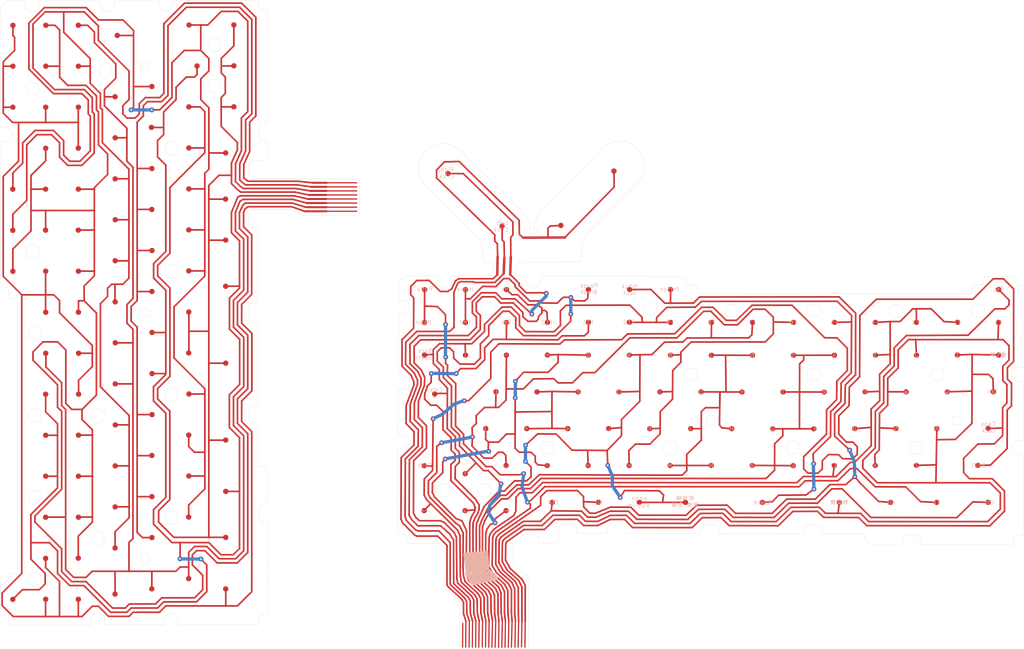
<source format=kicad_pcb>
(kicad_pcb (version 20241229) (generator "pcbnew") (generator_version "9.0")
  (layers (0 "F.Cu" signal) (2 "B.Cu" signal) (13 "F.Paste" user) (15 "B.Paste" user) (5 "F.SilkS" user "F.Silkscreen") (7 "B.SilkS" user "B.Silkscreen") (1 "F.Mask" user) (3 "B.Mask" user) (25 "Edge.Cuts" user))
  (net 0 "")
  (footprint "Keyboard:logo" (layer "B.Cu") (at 147 167.58 180)
    (property "Reference" "G1" (hide yes))
    (property "Value" "LOGO" (hide yes))
  )
  (gr_line (start 148.421866 167.447874) (end 148.421866 159.227874) (stroke (width 0.4)) (layer "F.Cu"))
  (gr_line (start 182.851866 154.647874) (end 184.841866 156.627874) (stroke (width 0.4)) (layer "F.Cu"))
  (gr_line (start 143.011866 134.817874) (end 141.051866 132.807874) (stroke (width 0.4)) (layer "F.Cu"))
  (gr_line (start 201.731866 104.777874) (end 203.511866 104.767874) (stroke (width 0.4)) (layer "F.Cu"))
  (gr_line (start 197.691866 111.297874) (end 203.611866 111.267874) (stroke (width 0.4)) (layer "F.Cu"))
  (gr_line (start 272.531866 96.817874) (end 275.051866 96.807874) (stroke (width 0.4)) (layer "F.Cu"))
  (gr_line (start 156.631866 139.217874) (end 159.501866 139.247874) (stroke (width 0.4)) (layer "F.Cu"))
  (gr_line (start 251.321866 110.687874) (end 266.411866 110.607874) (stroke (width 0.4)) (layer "F.Cu"))
  (gr_line (start 238.111866 140.857874) (end 239.281866 139.787874) (stroke (width 0.4)) (layer "F.Cu"))
  (gr_line (start 172.811866 156.107874) (end 175.851866 156.137874) (stroke (width 0.4)) (layer "F.Cu"))
  (gr_line (start 152.721866 168.187874) (end 151.661866 166.217874) (stroke (width 0.4)) (layer "F.Cu"))
  (gr_line (start 144.521866 158.547874) (end 144.551866 156.257874) (stroke (width 0.4)) (layer "F.Cu"))
  (gr_line (start 194.191866 124.387874) (end 191.048134 124.472125) (stroke (width 0.4)) (layer "F.Cu"))
  (gr_line (start 146.951866 170.097874) (end 146.131866 168.427874) (stroke (width 0.4)) (layer "F.Cu"))
  (gr_line (start 175.978134 151.472125) (end 172.366866 151.332874) (stroke (width 0.4)) (layer "F.Cu"))
  (gr_line (start 147.671866 180.527874) (end 147.241866 178.537874) (stroke (width 0.4)) (layer "F.Cu"))
  (gr_line (start 172.391866 152.597874) (end 173.881866 154.137874) (stroke (width 0.4)) (layer "F.Cu"))
  (gr_line (start 150.611866 178.497874) (end 150.581866 174.137874) (stroke (width 0.4)) (layer "F.Cu"))
  (gr_line (start 141.261866 159.997874) (end 141.381866 170.107874) (stroke (width 0.4)) (layer "F.Cu"))
  (gr_line (start 272.481866 121.207874) (end 272.578134 124.442125) (stroke (width 0.4)) (layer "F.Cu"))
  (gr_line (start 145.101866 133.227874) (end 146.141866 132.177874) (stroke (width 0.4)) (layer "F.Cu"))
  (gr_line (start 138.351866 68.217874) (end 141.941866 68.127874) (stroke (width 0.4)) (layer "F.Cu"))
  (gr_line (start 148.911866 178.467874) (end 148.881866 174.577874) (stroke (width 0.4)) (layer "F.Cu"))
  (gr_line (start 132.641866 121.197874) (end 131.821866 119.487874) (stroke (width 0.4)) (layer "F.Cu"))
  (gr_line (start 135.621866 117.517874) (end 135.601866 114.127874) (stroke (width 0.4)) (layer "F.Cu"))
  (gr_line (start 149.271866 180.527874) (end 148.911866 178.467874) (stroke (width 0.4)) (layer "F.Cu"))
  (gr_line (start 150.301866 159.497874) (end 150.961866 158.707874) (stroke (width 0.4)) (layer "F.Cu"))
  (gr_line (start 173.541866 109.877874) (end 173.548134 107.462125) (stroke (width 0.4)) (layer "F.Cu"))
  (gr_line (start 162.861866 147.647874) (end 225.101866 147.667874) (stroke (width 0.4)) (layer "F.Cu"))
  (gr_line (start 275.891866 122.687874) (end 274.901866 121.717874) (stroke (width 0.4)) (layer "F.Cu"))
  (gr_line (start 181.338134 150.292125) (end 182.371866 148.597874) (stroke (width 0.4)) (layer "F.Cu"))
  (gr_line (start 143.511866 101.657874) (end 144.641866 101.737874) (stroke (width 0.4)) (layer "F.Cu"))
  (gr_circle (center 228.638134 142.082125) (end 228.638134 141.582125) (stroke (width 0.2)) (fill yes) (layer "F.Cu"))
  (gr_line (start 142.141866 159.637874) (end 141.511866 158.237874) (stroke (width 0.4)) (layer "F.Cu"))
  (gr_line (start 234.331866 111.267874) (end 236.861866 113.787874) (stroke (width 0.4)) (layer "F.Cu"))
  (gr_line (start 152.471866 87.307874) (end 152.431866 83.947874) (stroke (width 0.4)) (layer "F.Cu"))
  (gr_line (start 130.971866 131.217874) (end 130.981866 127.137874) (stroke (width 0.4)) (layer "F.Cu"))
  (gr_line (start 149.101866 136.757874) (end 148.411866 136.087874) (stroke (width 0.4)) (layer "F.Cu"))
  (gr_line (start 137.921866 141.637874) (end 138.538134 140.882125) (stroke (width 0.4)) (layer "F.Cu"))
  (gr_line (start 143.478134 107.512125) (end 143.488134 99.462125) (stroke (width 0.4)) (layer "F.Cu"))
  (gr_line (start 237.591866 143.247874) (end 239.161866 143.197874) (stroke (width 0.4)) (layer "F.Cu"))
  (gr_line (start 163.371866 148.627874) (end 170.861866 148.607874) (stroke (width 0.4)) (layer "F.Cu"))
  (gr_line (start 232.271866 139.797874) (end 234.721866 139.837874) (stroke (width 0.4)) (layer "F.Cu"))
  (gr_line (start 172.591866 102.237874) (end 173.361866 101.627874) (stroke (width 0.4)) (layer "F.Cu"))
  (gr_line (start 155.531866 178.517874) (end 155.511866 172.607874) (stroke (width 0.4)) (layer "F.Cu"))
  (gr_line (start 150.011866 166.897874) (end 150.131866 160.257874) (stroke (width 0.4)) (layer "F.Cu"))
  (gr_line (start 218.491866 154.177874) (end 222.011866 150.697874) (stroke (width 0.4)) (layer "F.Cu"))
  (gr_line (start 203.648134 115.492125) (end 213.678134 115.522125) (stroke (width 0.4)) (layer "F.Cu"))
  (gr_line (start 155.641866 98.767874) (end 159.181866 102.237874) (stroke (width 0.4)) (layer "F.Cu"))
  (gr_line (start 164.461866 153.567874) (end 164.698134 151.492125) (stroke (width 0.4)) (layer "F.Cu"))
  (gr_line (start 265.311866 144.197874) (end 265.301866 140.747874) (stroke (width 0.4)) (layer "F.Cu"))
  (gr_line (start 142.631866 155.987874) (end 141.191866 155.467874) (stroke (width 0.4)) (layer "F.Cu"))
  (gr_line (start 146.321866 175.097874) (end 146.401866 178.607874) (stroke (width 0.4)) (layer "F.Cu"))
  (gr_line (start 160.551866 140.187874) (end 160.551866 141.617874) (stroke (width 0.4)) (layer "F.Cu"))
  (gr_line (start 212.761866 111.257874) (end 213.521866 110.497874) (stroke (width 0.4)) (layer "F.Cu"))
  (gr_line (start 159.501866 139.247874) (end 160.551866 140.187874) (stroke (width 0.4)) (layer "F.Cu"))
  (gr_line (start 129.031866 155.907874) (end 128.721866 154.957874) (stroke (width 0.4)) (layer "F.Cu"))
  (gr_line (start 136.686866 159.737874) (end 138.971866 162.027874) (stroke (width 0.4)) (layer "F.Cu"))
  (gr_line (start 164.641866 133.397874) (end 168.508134 133.452125) (stroke (width 0.4)) (layer "F.Cu"))
  (gr_line (start 147.241866 178.537874) (end 147.221866 175.027874) (stroke (width 0.4)) (layer "F.Cu"))
  (gr_line (start 158.188134 137.502125) (end 161.151866 134.737874) (stroke (width 0.4)) (layer "F.Cu"))
  (gr_line (start 137.011866 158.477874) (end 131.881866 158.477874) (stroke (width 0.4)) (layer "F.Cu"))
  (gr_line (start 173.361866 101.627874) (end 173.558134 99.432125) (stroke (width 0.4)) (layer "F.Cu"))
  (gr_circle (center 138.538134 140.882125) (end 138.538134 140.382125) (stroke (width 0.2)) (fill yes) (layer "F.Cu"))
  (gr_line (start 151.661866 166.217874) (end 151.701866 161.077874) (stroke (width 0.4)) (layer "F.Cu"))
  (gr_line (start 247.341866 107.277874) (end 243.748134 107.472125) (stroke (width 0.4)) (layer "F.Cu"))
  (gr_line (start 253.581866 111.687874) (end 253.778134 115.492125) (stroke (width 0.4)) (layer "F.Cu"))
  (gr_line (start 229.561866 153.687874) (end 231.071866 155.157874) (stroke (width 0.4)) (layer "F.Cu"))
  (gr_line (start 186.008134 151.492125) (end 197.298134 151.492125) (stroke (width 0.4)) (layer "F.Cu"))
  (gr_line (start 145.198134 135.492125) (end 145.081866 137.687874) (stroke (width 0.4)) (layer "F.Cu"))
  (gr_line (start 150.661866 87.617874) (end 150.651866 86.047874) (stroke (width 0.4)) (layer "F.Cu"))
  (gr_circle (center 73.680873 165.301503) (end 73.680873 165.801503) (stroke (width 0.2)) (fill yes) (layer "F.Cu"))
  (gr_line (start 151.101866 157.567874) (end 155.311866 154.707874) (stroke (width 0.4)) (layer "F.Cu"))
  (gr_line (start 231.521866 154.157874) (end 240.141866 154.187874) (stroke (width 0.4)) (layer "F.Cu"))
  (gr_line (start 271.751866 146.697874) (end 244.171866 146.687874) (stroke (width 0.4)) (layer "F.Cu"))
  (gr_line (start 221.091866 135.217874) (end 221.081866 133.467874) (stroke (width 0.4)) (layer "F.Cu"))
  (gr_line (start 234.781866 134.797874) (end 234.791866 130.337874) (stroke (width 0.4)) (layer "F.Cu"))
  (gr_line (start 147.971866 140.657874) (end 149.961866 140.687874) (stroke (width 0.4)) (layer "F.Cu"))
  (gr_line (start 274.891866 118.207874) (end 276.381866 116.677874) (stroke (width 0.4)) (layer "F.Cu"))
  (gr_circle (center 135.128134 119.982125) (end 135.128134 119.482125) (stroke (width 0.2)) (fill yes) (layer "F.Cu"))
  (gr_line (start 164.641866 124.367874) (end 171.028134 124.462125) (stroke (width 0.4)) (layer "F.Cu"))
  (gr_circle (center 169.248134 101.372125) (end 169.248134 100.872125) (stroke (width 0.2)) (fill yes) (layer "F.Cu"))
  (gr_line (start 163.681866 86.717874) (end 163.661866 84.477874) (stroke (width 0.4)) (layer "F.Cu"))
  (gr_line (start 193.638134 99.452125) (end 193.631866 102.767874) (stroke (width 0.4)) (layer "F.Cu"))
  (gr_circle (center 152.178134 146.952125) (end 152.178134 146.452125) (stroke (width 0.2)) (fill yes) (layer "F.Cu"))
  (gr_line (start 148.171866 113.737874) (end 150.201866 111.617874) (stroke (width 0.4)) (layer "F.Cu"))
  (gr_line (start 213.561866 103.287874) (end 223.341866 103.287874) (stroke (width 0.4)) (layer "F.Cu"))
  (gr_line (start 135.081866 122.137874) (end 135.128134 119.982125) (stroke (width 0.4)) (layer "F.Cu"))
  (gr_line (start 131.321866 155.147874) (end 130.761866 154.097874) (stroke (width 0.4)) (layer "F.Cu"))
  (gr_line (start 140.661866 100.117874) (end 141.631866 97.847874) (stroke (width 0.4)) (layer "F.Cu"))
  (gr_line (start 130.981866 127.137874) (end 132.591866 122.787874) (stroke (width 0.4)) (layer "F.Cu"))
  (gr_line (start 183.691866 103.247874) (end 186.661866 106.217874) (stroke (width 0.4)) (layer "F.Cu"))
  (gr_line (start 155.801866 106.347874) (end 155.771866 108.787874) (stroke (width 0.4)) (layer "F.Cu"))
  (gr_line (start 192.171866 112.307874) (end 196.671866 112.267874) (stroke (width 0.4)) (layer "F.Cu"))
  (gr_line (start 226.551866 146.227874) (end 230.291866 146.187874) (stroke (width 0.4)) (layer "F.Cu"))
  (gr_line (start 142.231866 169.617874) (end 142.141866 159.637874) (stroke (width 0.4)) (layer "F.Cu"))
  (gr_line (start 147.641866 167.737874) (end 147.641866 157.517874) (stroke (width 0.4)) (layer "F.Cu"))
  (gr_line (start 151.671866 180.567874) (end 151.441866 178.497874) (stroke (width 0.4)) (layer "F.Cu"))
  (gr_line (start 172.371866 157.147874) (end 175.811866 157.147874) (stroke (width 0.4)) (layer "F.Cu"))
  (gr_line (start 159.841866 149.137874) (end 162.361866 146.647874) (stroke (width 0.4)) (layer "F.Cu"))
  (gr_line (start 130.921866 134.237874) (end 128.951866 132.207874) (stroke (width 0.4)) (layer "F.Cu"))
  (gr_line (start 263.661866 155.217874) (end 267.601866 151.357874) (stroke (width 0.4)) (layer "F.Cu"))
  (gr_line (start 151.521866 139.237874) (end 152.651866 139.257874) (stroke (width 0.4)) (layer "F.Cu"))
  (gr_line (start 173.351866 138.797874) (end 173.488134 142.472125) (stroke (width 0.4)) (layer "F.Cu"))
  (gr_line (start 243.758134 115.492125) (end 247.311866 115.327874) (stroke (width 0.4)) (layer "F.Cu"))
  (gr_line (start 221.168134 124.492125) (end 231.208134 124.502125) (stroke (width 0.4)) (layer "F.Cu"))
  (gr_line (start 251.161866 147.707874) (end 254.781866 151.307874) (stroke (width 0.4)) (layer "F.Cu"))
  (gr_line (start 253.788134 107.462125) (end 253.741866 104.197874) (stroke (width 0.4)) (layer "F.Cu"))
  (gr_line (start 145.991866 170.177874) (end 145.341866 168.737874) (stroke (width 0.4)) (layer "F.Cu"))
  (gr_line (start 222.011866 150.697874) (end 229.041866 150.697874) (stroke (width 0.4)) (layer "F.Cu"))
  (gr_line (start 235.301866 126.817874) (end 232.791866 129.347874) (stroke (width 0.4)) (layer "F.Cu"))
  (gr_line (start 153.001866 91.587874) (end 152.921866 87.827874) (stroke (width 0.4)) (layer "F.Cu"))
  (gr_line (start 142.501866 171.037874) (end 145.741866 174.087874) (stroke (width 0.4)) (layer "F.Cu"))
  (gr_circle (center 237.438134 138.712125) (end 237.438134 138.212125) (stroke (width 0.2)) (fill yes) (layer "F.Cu"))
  (gr_line (start 237.911866 107.377874) (end 233.738134 107.472125) (stroke (width 0.4)) (layer "F.Cu"))
  (gr_circle (center 178.288134 142.432125) (end 178.288134 141.932125) (stroke (width 0.2)) (fill yes) (layer "F.Cu"))
  (gr_line (start 202.191866 128.337874) (end 205.661866 128.337874) (stroke (width 0.4)) (layer "F.Cu"))
  (gr_circle (center 61.740873 55.501503) (end 61.740873 56.001503) (stroke (width 0.2)) (fill yes) (layer "F.Cu"))
  (gr_line (start 185.881866 154.627874) (end 197.421866 154.637874) (stroke (width 0.4)) (layer "F.Cu"))
  (gr_line (start 149.178134 139.032125) (end 149.051866 138.177874) (stroke (width 0.4)) (layer "F.Cu"))
  (gr_line (start 156.701866 108.227874) (end 158.151866 109.727874) (stroke (width 0.4)) (layer "F.Cu"))
  (gr_line (start 136.451866 127.727874) (end 135.011866 127.747874) (stroke (width 0.4)) (layer "F.Cu"))
  (gr_line (start 155.511866 172.607874) (end 154.831866 171.057874) (stroke (width 0.4)) (layer "F.Cu"))
  (gr_line (start 166.141866 117.227874) (end 166.141866 115.347874) (stroke (width 0.4)) (layer "F.Cu"))
  (gr_line (start 154.431866 95.777874) (end 154.571866 91.527874) (stroke (width 0.6)) (layer "F.Cu"))
  (gr_line (start 204.021866 103.777874) (end 207.281866 106.987874) (stroke (width 0.4)) (layer "F.Cu"))
  (gr_line (start 159.361866 151.927874) (end 158.658134 151.452125) (stroke (width 0.4)) (layer "F.Cu"))
  (gr_line (start 152.181866 173.617874) (end 151.551866 172.147874) (stroke (width 0.4)) (layer "F.Cu"))
  (gr_line (start 205.661866 128.337874) (end 205.601866 132.547874) (stroke (width 0.4)) (layer "F.Cu"))
  (gr_line (start 133.941866 132.737874) (end 131.951866 130.707874) (stroke (width 0.4)) (layer "F.Cu"))
  (gr_line (start 173.881866 154.137874) (end 175.201866 154.167874) (stroke (width 0.4)) (layer "F.Cu"))
  (gr_line (start 150.351866 158.187874) (end 151.101866 157.567874) (stroke (width 0.4)) (layer "F.Cu"))
  (gr_line (start 157.801866 158.137874) (end 162.791866 158.117874) (stroke (width 0.4)) (layer "F.Cu"))
  (gr_line (start 197.611866 143.717874) (end 197.591866 139.777874) (stroke (width 0.4)) (layer "F.Cu"))
  (gr_line (start 190.241866 106.297874) (end 192.701866 103.807874) (stroke (width 0.4)) (layer "F.Cu"))
  (gr_line (start 145.631866 117.687874) (end 147.141866 116.237874) (stroke (width 0.4)) (layer "F.Cu"))
  (gr_line (start 138.618134 107.522125) (end 138.591866 105.567874) (stroke (width 0.4)) (layer "F.Cu"))
  (gr_line (start 162.171866 104.582874) (end 162.901866 104.527874) (stroke (width 0.4)) (layer "F.Cu"))
  (gr_line (start 138.961866 171.737874) (end 139.341866 172.227874) (stroke (width 0.4)) (layer "F.Cu"))
  (gr_line (start 152.178134 146.952125) (end 149.051866 143.727874) (stroke (width 0.4)) (layer "F.Cu"))
  (gr_line (start 149.191866 108.257874) (end 152.611866 104.787874) (stroke (width 0.4)) (layer "F.Cu"))
  (gr_line (start 196.671866 112.267874) (end 197.691866 111.297874) (stroke (width 0.4)) (layer "F.Cu"))
  (gr_line (start 152.111866 102.737874) (end 150.611866 101.207874) (stroke (width 0.4)) (layer "F.Cu"))
  (gr_line (start 147.441866 155.947874) (end 149.001866 152.867874) (stroke (width 0.4)) (layer "F.Cu"))
  (gr_line (start 128.721866 154.957874) (end 128.781866 140.867874) (stroke (width 0.4)) (layer "F.Cu"))
  (gr_line (start 163.248134 100.392125) (end 162.111866 100.217874) (stroke (width 0.4)) (layer "F.Cu"))
  (gr_line (start 143.011866 137.127874) (end 143.011866 134.817874) (stroke (width 0.4)) (layer "F.Cu"))
  (gr_line (start 203.611866 111.267874) (end 203.648134 107.492125) (stroke (width 0.4)) (layer "F.Cu"))
  (gr_line (start 142.121866 117.657874) (end 145.631866 117.687874) (stroke (width 0.4)) (layer "F.Cu"))
  (gr_line (start 141.511866 158.237874) (end 133.941866 150.787874) (stroke (width 0.4)) (layer "F.Cu"))
  (gr_line (start 155.471866 146.237874) (end 158.401866 146.237874) (stroke (width 0.4)) (layer "F.Cu"))
  (gr_line (start 130.091866 100.697874) (end 130.101866 98.707874) (stroke (width 0.4)) (layer "F.Cu"))
  (gr_line (start 182.401866 155.657874) (end 184.341866 157.647874) (stroke (width 0.4)) (layer "F.Cu"))
  (gr_line (start 139.931866 171.747874) (end 143.231866 174.817874) (stroke (width 0.4)) (layer "F.Cu"))
  (gr_line (start 161.151866 134.737874) (end 165.681866 134.787874) (stroke (width 0.4)) (layer "F.Cu"))
  (gr_line (start 227.231866 144.337874) (end 229.661866 144.357874) (stroke (width 0.4)) (layer "F.Cu"))
  (gr_line (start 130.921866 113.367874) (end 132.511866 111.757874) (stroke (width 0.4)) (layer "F.Cu"))
  (gr_line (start 156.481866 180.567874) (end 156.411866 178.477874) (stroke (width 0.4)) (layer "F.Cu"))
  (gr_line (start 156.841866 149.147874) (end 159.841866 149.137874) (stroke (width 0.4)) (layer "F.Cu"))
  (gr_line (start 128.781866 140.867874) (end 131.911866 137.757874) (stroke (width 0.4)) (layer "F.Cu"))
  (gr_line (start 247.341866 107.277874) (end 249.781866 107.257874) (stroke (width 0.4)) (layer "F.Cu"))
  (gr_line (start 237.831866 119.777874) (end 235.361866 122.317874) (stroke (width 0.4)) (layer "F.Cu"))
  (gr_line (start 219.071866 143.617874) (end 219.101866 137.157874) (stroke (width 0.4)) (layer "F.Cu"))
  (gr_line (start 127.721866 155.627874) (end 127.761866 140.547874) (stroke (width 0.4)) (layer "F.Cu"))
  (gr_line (start 175.811866 157.147874) (end 178.861866 155.677874) (stroke (width 0.4)) (layer "F.Cu"))
  (gr_line (start 166.591866 112.757874) (end 167.691866 111.757874) (stroke (width 0.4)) (layer "F.Cu"))
  (gr_line (start 139.031866 120.427874) (end 139.111866 117.957874) (stroke (width 0.4)) (layer "F.Cu"))
  (gr_line (start 135.921866 150.157874) (end 135.391866 149.107874) (stroke (width 0.4)) (layer "F.Cu"))
  (gr_line (start 157.581866 86.767874) (end 167.801866 86.707874) (stroke (width 0.6)) (layer "F.Cu"))
  (gr_line (start 146.811866 152.077874) (end 145.911866 150.687874) (stroke (width 0.4)) (layer "F.Cu"))
  (gr_line (start 137.396866 157.217874) (end 132.266866 157.217874) (stroke (width 0.4)) (layer "F.Cu"))
  (gr_line (start 128.951866 132.207874) (end 128.991866 127.767874) (stroke (width 0.4)) (layer "F.Cu"))
  (gr_line (start 137.396866 157.217874) (end 139.631866 159.197874) (stroke (width 0.4)) (layer "F.Cu"))
  (gr_line (start 146.171866 108.637874) (end 146.161866 106.157874) (stroke (width 0.4)) (layer "F.Cu"))
  (gr_line (start 272.961866 104.157874) (end 275.411866 104.177874) (stroke (width 0.4)) (layer "F.Cu"))
  (gr_line (start 151.441866 178.497874) (end 151.451866 173.877874) (stroke (width 0.4)) (layer "F.Cu"))
  (gr_line (start 170.111866 102.187874) (end 172.591866 102.237874) (stroke (width 0.4)) (layer "F.Cu"))
  (gr_line (start 141.831866 96.807874) (end 150.221866 96.797874) (stroke (width 0.4)) (layer "F.Cu"))
  (gr_line (start 140.611866 116.217874) (end 142.121866 117.657874) (stroke (width 0.4)) (layer "F.Cu"))
  (gr_line (start 201.161866 129.287874) (end 202.191866 128.337874) (stroke (width 0.4)) (layer "F.Cu"))
  (gr_line (start 143.001866 175.927874) (end 143.011866 178.717874) (stroke (width 0.4)) (layer "F.Cu"))
  (gr_line (start 155.771866 108.787874) (end 157.661866 110.707874) (stroke (width 0.4)) (layer "F.Cu"))
  (gr_circle (center 181.338134 150.292125) (end 181.338134 149.792125) (stroke (width 0.2)) (fill yes) (layer "F.Cu"))
  (gr_line (start 150.101866 180.497874) (end 149.761866 178.477874) (stroke (width 0.4)) (layer "F.Cu"))
  (gr_line (start 242.711866 137.647874) (end 242.691866 128.667874) (stroke (width 0.4)) (layer "F.Cu"))
  (gr_line (start 146.931866 157.267874) (end 147.441866 155.947874) (stroke (width 0.4)) (layer "F.Cu"))
  (gr_line (start 131.911866 137.757874) (end 131.951866 133.747874) (stroke (width 0.4)) (layer "F.Cu"))
  (gr_line (start 162.361866 146.647874) (end 224.521866 146.677874) (stroke (width 0.4)) (layer "F.Cu"))
  (gr_line (start 226.121866 145.157874) (end 234.111866 145.197874) (stroke (width 0.4)) (layer "F.Cu"))
  (gr_line (start 234.571866 146.207874) (end 237.591866 143.247874) (stroke (width 0.4)) (layer "F.Cu"))
  (gr_line (start 169.201866 107.207874) (end 169.248134 105.422125) (stroke (width 0.4)) (layer "F.Cu"))
  (gr_line (start 133.441866 122.857874) (end 133.521866 120.897874) (stroke (width 0.4)) (layer "F.Cu"))
  (gr_circle (center 238.708134 145.222125) (end 238.708134 144.722125) (stroke (width 0.2)) (fill yes) (layer "F.Cu"))
  (gr_line (start 158.751866 103.207874) (end 161.101866 103.147874) (stroke (width 0.4)) (layer "F.Cu"))
  (gr_line (start 167.691866 111.757874) (end 181.651866 111.717874) (stroke (width 0.4)) (layer "F.Cu"))
  (gr_line (start 240.141866 154.187874) (end 242.091866 156.187874) (stroke (width 0.4)) (layer "F.Cu"))
  (gr_line (start 170.851866 155.627874) (end 172.371866 157.147874) (stroke (width 0.4)) (layer "F.Cu"))
  (gr_line (start 155.621866 134.777874) (end 155.621866 138.267874) (stroke (width 0.4)) (layer "F.Cu"))
  (gr_line (start 137.011866 158.477874) (end 139.751866 161.317874) (stroke (width 0.4)) (layer "F.Cu"))
  (gr_line (start 162.171866 103.967874) (end 162.171866 105.197874) (stroke (width 0.4)) (layer "F.Cu"))
  (gr_line (start 219.101866 137.157874) (end 221.091866 135.217874) (stroke (width 0.4)) (layer "F.Cu"))
  (gr_line (start 132.226866 155.977874) (end 131.321866 155.147874) (stroke (width 0.4)) (layer "F.Cu"))
  (gr_line (start 144.551866 156.257874) (end 144.901866 155.117874) (stroke (width 0.4)) (layer "F.Cu"))
  (gr_line (start 129.931866 117.567874) (end 129.911866 112.837874) (stroke (width 0.4)) (layer "F.Cu"))
  (gr_line (start 148.201866 116.607874) (end 148.171866 113.737874) (stroke (width 0.4)) (layer "F.Cu"))
  (gr_line (start 157.661866 110.707874) (end 165.621866 110.737874) (stroke (width 0.4)) (layer "F.Cu"))
  (gr_line (start 142.271866 97.497874) (end 145.211866 97.517874) (stroke (width 0.4)) (layer "F.Cu"))
  (gr_line (start 151.451866 173.877874) (end 150.801866 172.507874) (stroke (width 0.4)) (layer "F.Cu"))
  (gr_line (start 151.611866 159.367874) (end 152.491866 158.717874) (stroke (width 0.4)) (layer "F.Cu"))
  (gr_line (start 154.721866 178.527874) (end 154.731866 172.847874) (stroke (width 0.4)) (layer "F.Cu"))
  (gr_line (start 152.201866 178.537874) (end 152.181866 173.617874) (stroke (width 0.4)) (layer "F.Cu"))
  (gr_line (start 136.461866 137.767874) (end 137.658134 136.902125) (stroke (width 0.4)) (layer "F.Cu"))
  (gr_circle (center 137.658134 136.902125) (end 137.658134 136.402125) (stroke (width 0.2)) (fill yes) (layer "F.Cu"))
  (gr_line (start 151.991866 168.527874) (end 150.891866 166.627874) (stroke (width 0.4)) (layer "F.Cu"))
  (gr_line (start 273.721866 111.687874) (end 273.838134 107.482125) (stroke (width 0.4)) (layer "F.Cu"))
  (gr_line (start 207.951866 157.167874) (end 219.991866 157.207874) (stroke (width 0.4)) (layer "F.Cu"))
  (gr_circle (center 78.770873 165.351503) (end 78.770873 165.851503) (stroke (width 0.2)) (fill yes) (layer "F.Cu"))
  (gr_line (start 252.841866 104.167874) (end 257.371866 104.147874) (stroke (width 0.4)) (layer "F.Cu"))
  (gr_line (start 127.971866 118.167874) (end 127.961866 111.697874) (stroke (width 0.4)) (layer "F.Cu"))
  (gr_line (start 143.208134 126.642125) (end 144.251866 126.627874) (stroke (width 0.4)) (layer "F.Cu"))
  (gr_line (start 161.561866 144.727874) (end 183.401866 144.817874) (stroke (width 0.4)) (layer "F.Cu"))
  (gr_line (start 231.801866 128.857874) (end 231.761866 134.807874) (stroke (width 0.4)) (layer "F.Cu"))
  (gr_line (start 143.771866 175.747874) (end 143.811866 178.687874) (stroke (width 0.4)) (layer "F.Cu"))
  (gr_line (start 141.101866 122.417874) (end 139.031866 120.427874) (stroke (width 0.4)) (layer "F.Cu"))
  (gr_line (start 159.491866 150.977874) (end 162.861866 147.647874) (stroke (width 0.4)) (layer "F.Cu"))
  (gr_line (start 140.031866 133.077874) (end 140.071866 123.007874) (stroke (width 0.4)) (layer "F.Cu"))
  (gr_line (start 148.411866 136.087874) (end 148.448134 133.452125) (stroke (width 0.4)) (layer "F.Cu"))
  (gr_line (start 159.531866 145.247874) (end 159.511866 142.827874) (stroke (width 0.4)) (layer "F.Cu"))
  (gr_line (start 132.511866 111.757874) (end 138.461866 111.727874) (stroke (width 0.4)) (layer "F.Cu"))
  (gr_line (start 131.281866 158.207874) (end 129.031866 155.907874) (stroke (width 0.4)) (layer "F.Cu"))
  (gr_line (start 150.661866 97.717874) (end 152.831866 95.557874) (stroke (width 0.4)) (layer "F.Cu"))
  (gr_line (start 253.748134 142.442125) (end 258.611866 142.307874) (stroke (width 0.4)) (layer "F.Cu"))
  (gr_line (start 236.361866 122.817874) (end 238.881866 120.277874) (stroke (width 0.4)) (layer "F.Cu"))
  (gr_line (start 265.301866 140.747874) (end 268.791866 137.227874) (stroke (width 0.4)) (layer "F.Cu"))
  (gr_line (start 133.491866 126.237874) (end 133.531866 124.917874) (stroke (width 0.4)) (layer "F.Cu"))
  (gr_line (start 275.971866 128.887874) (end 275.941866 138.337874) (stroke (width 0.4)) (layer "F.Cu"))
  (gr_line (start 157.701866 157.127874) (end 162.291866 157.137874) (stroke (width 0.4)) (layer "F.Cu"))
  (gr_line (start 162.111866 100.217874) (end 158.381866 100.257874) (stroke (width 0.4)) (layer "F.Cu"))
  (gr_line (start 195.201866 111.257874) (end 201.731866 104.777874) (stroke (width 0.4)) (layer "F.Cu"))
  (gr_line (start 146.621866 173.857874) (end 143.421866 170.907874) (stroke (width 0.4)) (layer "F.Cu"))
  (gr_line (start 225.201866 117.617874) (end 226.191866 116.677874) (stroke (width 0.4)) (layer "F.Cu"))
  (gr_line (start 223.541866 153.707874) (end 229.561866 153.687874) (stroke (width 0.4)) (layer "F.Cu"))
  (gr_line (start 152.491866 158.717874) (end 161.861866 152.227874) (stroke (width 0.4)) (layer "F.Cu"))
  (gr_line (start 169.531866 138.727874) (end 178.131866 138.797874) (stroke (width 0.4)) (layer "F.Cu"))
  (gr_line (start 133.371866 149.677874) (end 133.411866 145.747874) (stroke (width 0.4)) (layer "F.Cu"))
  (gr_line (start 243.681866 138.167874) (end 243.731866 129.237874) (stroke (width 0.4)) (layer "F.Cu"))
  (gr_line (start 153.371866 161.427874) (end 153.661866 161.057874) (stroke (width 0.4)) (layer "F.Cu"))
  (gr_line (start 149.681866 121.187874) (end 149.681866 114.737874) (stroke (width 0.4)) (layer "F.Cu"))
  (gr_line (start 156.611866 82.507874) (end 156.661866 85.937874) (stroke (width 0.4)) (layer "F.Cu"))
  (gr_line (start 234.871866 101.237874) (end 200.731866 101.267874) (stroke (width 0.4)) (layer "F.Cu"))
  (gr_line (start 193.528134 142.472125) (end 203.578134 142.472125) (stroke (width 0.4)) (layer "F.Cu"))
  (gr_line (start 274.851866 135.137874) (end 274.841866 128.287874) (stroke (width 0.4)) (layer "F.Cu"))
  (gr_line (start 147.511866 173.657874) (end 144.271866 170.627874) (stroke (width 0.4)) (layer "F.Cu"))
  (gr_line (start 155.711866 180.567874) (end 155.531866 178.517874) (stroke (width 0.4)) (layer "F.Cu"))
  (gr_line (start 131.951866 130.707874) (end 131.991866 126.757874) (stroke (width 0.4)) (layer "F.Cu"))
  (gr_line (start 223.041866 152.707874) (end 230.021866 152.677874) (stroke (width 0.4)) (layer "F.Cu"))
  (gr_line (start 239.281866 139.787874) (end 239.301866 137.887874) (stroke (width 0.4)) (layer "F.Cu"))
  (gr_line (start 143.601866 180.547874) (end 143.011866 178.717874) (stroke (width 0.4)) (layer "F.Cu"))
  (gr_line (start 277.541866 99.297874) (end 277.531866 117.047874) (stroke (width 0.4)) (layer "F.Cu"))
  (gr_line (start 253.581866 111.687874) (end 251.811866 111.687874) (stroke (width 0.4)) (layer "F.Cu"))
  (gr_line (start 149.101866 136.757874) (end 151.561866 136.767874) (stroke (width 0.4)) (layer "F.Cu"))
  (gr_circle (center 155.648134 125.942125) (end 155.648134 125.442125) (stroke (width 0.2)) (fill yes) (layer "F.Cu"))
  (gr_line (start 141.971866 141.707874) (end 141.981866 139.237874) (stroke (width 0.4)) (layer "F.Cu"))
  (gr_line (start 147.641866 157.517874) (end 148.231866 155.897874) (stroke (width 0.4)) (layer "F.Cu"))
  (gr_line (start 139.461866 71.077874) (end 139.211866 71.077874) (stroke (width 0.4)) (layer "F.Cu"))
  (gr_line (start 233.781866 135.297874) (end 233.751866 129.827874) (stroke (width 0.4)) (layer "F.Cu"))
  (gr_line (start 249.301866 118.637874) (end 246.751866 121.147874) (stroke (width 0.4)) (layer "F.Cu"))
  (gr_line (start 151.281866 88.247874) (end 150.661866 87.617874) (stroke (width 0.4)) (layer "F.Cu"))
  (gr_line (start 157.291866 180.587874) (end 157.281866 178.487874) (stroke (width 0.4)) (layer "F.Cu"))
  (gr_line (start 198.921866 157.657874) (end 201.391866 155.227874) (stroke (width 0.4)) (layer "F.Cu"))
  (gr_line (start 130.921866 119.817874) (end 128.831866 117.717874) (stroke (width 0.4)) (layer "F.Cu"))
  (gr_line (start 156.681866 105.757874) (end 156.701866 108.227874) (stroke (width 0.4)) (layer "F.Cu"))
  (gr_line (start 152.471866 165.947874) (end 152.501866 161.587874) (stroke (width 0.4)) (layer "F.Cu"))
  (gr_circle (center 149.178134 139.032125) (end 149.178134 138.532125) (stroke (width 0.2)) (fill yes) (layer "F.Cu"))
  (gr_circle (center 158.658134 151.452125) (end 158.658134 150.952125) (stroke (width 0.2)) (fill yes) (layer "F.Cu"))
  (gr_line (start 234.721866 139.837874) (end 235.711866 140.807874) (stroke (width 0.4)) (layer "F.Cu"))
  (gr_line (start 238.678134 133.452125) (end 242.701866 133.157874) (stroke (width 0.4)) (layer "F.Cu"))
  (gr_line (start 189.081866 115.337874) (end 192.171866 112.307874) (stroke (width 0.4)) (layer "F.Cu"))
  (gr_line (start 135.601866 114.127874) (end 137.151866 112.687874) (stroke (width 0.4)) (layer "F.Cu"))
  (gr_line (start 145.411866 151.657874) (end 139.921866 146.187874) (stroke (width 0.4)) (layer "F.Cu"))
  (gr_line (start 183.401866 144.817874) (end 196.481866 144.827874) (stroke (width 0.4)) (layer "F.Cu"))
  (gr_line (start 138.081866 120.947874) (end 138.071866 118.427874) (stroke (width 0.4)) (layer "F.Cu"))
  (gr_line (start 167.801866 86.707874) (end 179.851866 74.357874) (stroke (width 0.4)) (layer "F.Cu"))
  (gr_line (start 268.791866 137.227874) (end 272.811866 137.187874) (stroke (width 0.4)) (layer "F.Cu"))
  (gr_line (start 148.231866 155.897874) (end 149.841866 153.097874) (stroke (width 0.4)) (layer "F.Cu"))
  (gr_line (start 142.981866 169.447874) (end 142.881866 167.427874) (stroke (width 0.4)) (layer "F.Cu"))
  (gr_line (start 139.601866 109.687874) (end 140.691866 108.687874) (stroke (width 0.4)) (layer "F.Cu"))
  (gr_line (start 141.381866 170.107874) (end 141.581866 171.207874) (stroke (width 0.4)) (layer "F.Cu"))
  (gr_line (start 146.971866 168.047874) (end 146.931866 157.267874) (stroke (width 0.4)) (layer "F.Cu"))
  (gr_line (start 183.588134 107.452125) (end 193.618134 107.482125) (stroke (width 0.4)) (layer "F.Cu"))
  (gr_line (start 164.621866 129.277874) (end 164.641866 133.397874) (stroke (width 0.4)) (layer "F.Cu"))
  (gr_line (start 271.721866 157.227874) (end 275.311866 153.647874) (stroke (width 0.4)) (layer "F.Cu"))
  (gr_line (start 197.421866 154.637874) (end 199.991866 152.197874) (stroke (width 0.4)) (layer "F.Cu"))
  (gr_line (start 213.618134 142.452125) (end 223.638134 142.512125) (stroke (width 0.4)) (layer "F.Cu"))
  (gr_line (start 183.151866 110.287874) (end 194.671866 110.257874) (stroke (width 0.4)) (layer "F.Cu"))
  (gr_line (start 276.381866 103.237874) (end 276.441866 102.027874) (stroke (width 0.4)) (layer "F.Cu"))
  (gr_line (start 149.841866 153.097874) (end 152.291866 150.647874) (stroke (width 0.4)) (layer "F.Cu"))
  (gr_circle (center 135.578134 131.042125) (end 135.578134 130.542125) (stroke (width 0.2)) (fill yes) (layer "F.Cu"))
  (gr_line (start 151.581866 128.267874) (end 153.401866 126.487874) (stroke (width 0.4)) (layer "F.Cu"))
  (gr_line (start 142.881866 167.427874) (end 142.911866 159.677874) (stroke (width 0.4)) (layer "F.Cu"))
  (gr_line (start 127.961866 111.697874) (end 130.801866 108.897874) (stroke (width 0.4)) (layer "F.Cu"))
  (gr_line (start 130.761866 154.097874) (end 130.811866 141.307874) (stroke (width 0.4)) (layer "F.Cu"))
  (gr_line (start 161.861866 152.227874) (end 161.891866 150.087874) (stroke (width 0.4)) (layer "F.Cu"))
  (gr_line (start 237.351866 123.347874) (end 239.871866 120.787874) (stroke (width 0.4)) (layer "F.Cu"))
  (gr_line (start 139.981866 135.727874) (end 137.961866 133.687874) (stroke (width 0.4)) (layer "F.Cu"))
  (gr_line (start 147.131866 112.737874) (end 149.161866 110.707874) (stroke (width 0.4)) (layer "F.Cu"))
  (gr_line (start 165.111866 109.757874) (end 166.711866 108.237874) (stroke (width 0.4)) (layer "F.Cu"))
  (gr_line (start 191.091866 134.707874) (end 188.581866 137.247874) (stroke (width 0.4)) (layer "F.Cu"))
  (gr_line (start 244.751866 129.707874) (end 244.681866 138.627874) (stroke (width 0.4)) (layer "F.Cu"))
  (gr_line (start 266.731866 145.697874) (end 265.311866 144.197874) (stroke (width 0.4)) (layer "F.Cu"))
  (gr_line (start 130.821866 101.477874) (end 130.091866 100.697874) (stroke (width 0.4)) (layer "F.Cu"))
  (gr_line (start 150.221866 96.797874) (end 151.261866 95.827874) (stroke (width 0.4)) (layer "F.Cu"))
  (gr_line (start 169.651866 122.257874) (end 172.181866 119.767874) (stroke (width 0.4)) (layer "F.Cu"))
  (gr_line (start 161.101866 103.147874) (end 162.171866 103.967874) (stroke (width 0.4)) (layer "F.Cu"))
  (gr_line (start 183.691866 111.247874) (end 195.201866 111.257874) (stroke (width 0.4)) (layer "F.Cu"))
  (gr_line (start 244.681866 138.627874) (end 243.591866 139.807874) (stroke (width 0.4)) (layer "F.Cu"))
  (gr_line (start 139.921866 146.187874) (end 139.931866 142.217874) (stroke (width 0.4)) (layer "F.Cu"))
  (gr_line (start 149.541866 156.907874) (end 150.718134 156.512125) (stroke (width 0.4)) (layer "F.Cu"))
  (gr_line (start 274.951866 111.697874) (end 273.721866 111.687874) (stroke (width 0.4)) (layer "F.Cu"))
  (gr_line (start 153.041866 173.317874) (end 152.261866 171.787874) (stroke (width 0.4)) (layer "F.Cu"))
  (gr_line (start 236.861866 119.247874) (end 234.311866 121.837874) (stroke (width 0.4)) (layer "F.Cu"))
  (gr_line (start 140.071866 123.007874) (end 138.081866 120.947874) (stroke (width 0.4)) (layer "F.Cu"))
  (gr_line (start 188.581866 137.247874) (end 185.071866 137.237874) (stroke (width 0.4)) (layer "F.Cu"))
  (gr_line (start 155.861866 150.187874) (end 156.841866 149.147874) (stroke (width 0.4)) (layer "F.Cu"))
  (gr_line (start 155.091866 86.097874) (end 155.071866 82.897874) (stroke (width 0.4)) (layer "F.Cu"))
  (gr_line (start 144.151866 110.697874) (end 146.171866 108.637874) (stroke (width 0.4)) (layer "F.Cu"))
  (gr_line (start 191.091866 133.387874) (end 188.558134 133.482125) (stroke (width 0.4)) (layer "F.Cu"))
  (gr_line (start 153.271866 165.587874) (end 153.321866 161.817874) (stroke (width 0.4)) (layer "F.Cu"))
  (gr_line (start 145.831866 152.617874) (end 145.771866 153.327874) (stroke (width 0.4)) (layer "F.Cu"))
  (gr_line (start 151.551866 172.147874) (end 148.531866 169.457874) (stroke (width 0.4)) (layer "F.Cu"))
  (gr_line (start 152.831866 96.767874) (end 154.081866 96.747874) (stroke (width 0.4)) (layer "F.Cu"))
  (gr_line (start 149.761866 178.477874) (end 149.701866 174.237874) (stroke (width 0.4)) (layer "F.Cu"))
  (gr_circle (center 141.238134 119.982125) (end 141.238134 119.482125) (stroke (width 0.2)) (fill yes) (layer "F.Cu"))
  (gr_line (start 239.161866 143.197874) (end 243.701866 147.677874) (stroke (width 0.4)) (layer "F.Cu"))
  (gr_line (start 146.161866 106.157874) (end 145.171866 105.137874) (stroke (width 0.4)) (layer "F.Cu"))
  (gr_line (start 155.811866 153.607874) (end 155.861866 150.187874) (stroke (width 0.4)) (layer "F.Cu"))
  (gr_line (start 153.281866 157.117874) (end 159.331866 152.907874) (stroke (width 0.4)) (layer "F.Cu"))
  (gr_line (start 235.361866 122.317874) (end 235.301866 126.817874) (stroke (width 0.4)) (layer "F.Cu"))
  (gr_line (start 216.811866 112.257874) (end 198.651866 112.277874) (stroke (width 0.4)) (layer "F.Cu"))
  (gr_line (start 190.201866 107.467874) (end 190.241866 106.297874) (stroke (width 0.4)) (layer "F.Cu"))
  (gr_line (start 274.841866 128.287874) (end 275.881866 127.167874) (stroke (width 0.4)) (layer "F.Cu"))
  (gr_line (start 143.411866 112.697874) (end 143.488134 115.482125) (stroke (width 0.4)) (layer "F.Cu"))
  (gr_line (start 238.708134 145.222125) (end 240.081866 146.847874) (stroke (width 0.4)) (layer "F.Cu"))
  (gr_line (start 153.521866 134.777874) (end 155.621866 134.777874) (stroke (width 0.4)) (layer "F.Cu"))
  (gr_line (start 163.701866 119.677874) (end 166.141866 117.227874) (stroke (width 0.4)) (layer "F.Cu"))
  (gr_line (start 134.841866 150.347874) (end 134.391866 149.427874) (stroke (width 0.4)) (layer "F.Cu"))
  (gr_line (start 140.721866 171.477874) (end 144.151866 174.687874) (stroke (width 0.4)) (layer "F.Cu"))
  (gr_line (start 133.941866 150.787874) (end 133.371866 149.677874) (stroke (width 0.4)) (layer "F.Cu"))
  (gr_line (start 137.091866 121.447874) (end 137.091866 119.007874) (stroke (width 0.4)) (layer "F.Cu"))
  (gr_line (start 157.661866 156.137874) (end 161.781866 156.127874) (stroke (width 0.4)) (layer "F.Cu"))
  (gr_line (start 247.341866 117.597874) (end 247.341866 107.277874) (stroke (width 0.4)) (layer "F.Cu"))
  (gr_line (start 162.291866 157.137874) (end 164.851866 154.647874) (stroke (width 0.4)) (layer "F.Cu"))
  (gr_line (start 181.641866 135.187874) (end 181.641866 131.227874) (stroke (width 0.4)) (layer "F.Cu"))
  (gr_line (start 154.661866 103.717874) (end 156.681866 105.757874) (stroke (width 0.4)) (layer "F.Cu"))
  (gr_line (start 150.131866 160.257874) (end 150.301866 159.497874) (stroke (width 0.4)) (layer "F.Cu"))
  (gr_line (start 190.881866 148.657874) (end 191.931866 149.697874) (stroke (width 0.4)) (layer "F.Cu"))
  (gr_line (start 181.641866 131.227874) (end 186.111866 126.787874) (stroke (width 0.4)) (layer "F.Cu"))
  (gr_line (start 157.521866 106.077874) (end 157.501866 105.037874) (stroke (width 0.4)) (layer "F.Cu"))
  (gr_line (start 206.911866 153.177874) (end 208.961866 155.157874) (stroke (width 0.4)) (layer "F.Cu"))
  (gr_line (start 234.908134 151.502125) (end 234.601866 154.157874) (stroke (width 0.4)) (layer "F.Cu"))
  (gr_line (start 266.411866 110.607874) (end 272.961866 104.157874) (stroke (width 0.4)) (layer "F.Cu"))
  (gr_line (start 161.951866 145.637874) (end 217.001866 145.647874) (stroke (width 0.4)) (layer "F.Cu"))
  (gr_line (start 166.081866 111.747874) (end 167.121866 110.767874) (stroke (width 0.4)) (layer "F.Cu"))
  (gr_line (start 198.411866 156.627874) (end 200.911866 154.207874) (stroke (width 0.4)) (layer "F.Cu"))
  (gr_line (start 181.651866 111.717874) (end 183.151866 110.287874) (stroke (width 0.4)) (layer "F.Cu"))
  (gr_line (start 130.941866 117.377874) (end 130.921866 113.367874) (stroke (width 0.4)) (layer "F.Cu"))
  (gr_line (start 242.691866 128.667874) (end 244.801866 126.617874) (stroke (width 0.4)) (layer "F.Cu"))
  (gr_line (start 140.991866 138.247874) (end 141.021866 135.417874) (stroke (width 0.4)) (layer "F.Cu"))
  (gr_line (start 148.321866 173.407874) (end 145.111866 170.427874) (stroke (width 0.4)) (layer "F.Cu"))
  (gr_line (start 158.151866 109.727874) (end 165.111866 109.757874) (stroke (width 0.4)) (layer "F.Cu"))
  (gr_line (start 150.651866 86.047874) (end 136.421866 72.157874) (stroke (width 0.4)) (layer "F.Cu"))
  (gr_line (start 274.291866 149.227874) (end 271.751866 146.697874) (stroke (width 0.4)) (layer "F.Cu"))
  (gr_line (start 149.001866 152.867874) (end 152.071866 149.757874) (stroke (width 0.4)) (layer "F.Cu"))
  (gr_line (start 146.131866 168.427874) (end 146.121866 158.347874) (stroke (width 0.4)) (layer "F.Cu"))
  (gr_line (start 141.051866 132.807874) (end 141.101866 122.417874) (stroke (width 0.4)) (layer "F.Cu"))
  (gr_line (start 136.686866 159.737874) (end 131.556866 159.737874) (stroke (width 0.4)) (layer "F.Cu"))
  (gr_line (start 226.181866 140.347874) (end 226.191866 143.287874) (stroke (width 0.4)) (layer "F.Cu"))
  (gr_line (start 199.241866 102.747874) (end 192.231866 102.777874) (stroke (width 0.4)) (layer "F.Cu"))
  (gr_line (start 129.781866 141.047874) (end 132.931866 137.917874) (stroke (width 0.4)) (layer "F.Cu"))
  (gr_line (start 175.381866 155.127874) (end 178.871866 153.637874) (stroke (width 0.4)) (layer "F.Cu"))
  (gr_line (start 208.451866 156.177874) (end 219.481866 156.187874) (stroke (width 0.4)) (layer "F.Cu"))
  (gr_line (start 275.411866 104.177874) (end 276.381866 103.237874) (stroke (width 0.4)) (layer "F.Cu"))
  (gr_line (start 131.591866 109.687874) (end 139.601866 109.687874) (stroke (width 0.4)) (layer "F.Cu"))
  (gr_line (start 162.171866 105.197874) (end 161.351866 106.017874) (stroke (width 0.4)) (layer "F.Cu"))
  (gr_line (start 164.641866 133.397874) (end 158.488134 133.462125) (stroke (width 0.4)) (layer "F.Cu"))
  (gr_line (start 172.181866 119.767874) (end 175.131866 119.757874) (stroke (width 0.4)) (layer "F.Cu"))
  (gr_line (start 203.511866 104.767874) (end 206.781866 108.067874) (stroke (width 0.4)) (layer "F.Cu"))
  (gr_line (start 194.671866 110.257874) (end 201.231866 103.787874) (stroke (width 0.4)) (layer "F.Cu"))
  (gr_line (start 130.871866 122.787874) (end 130.871866 122.007874) (stroke (width 0.4)) (layer "F.Cu"))
  (gr_line (start 156.661866 85.937874) (end 157.581866 86.767874) (stroke (width 0.4)) (layer "F.Cu"))
  (gr_line (start 196.161866 114.767874) (end 196.171866 117.217874) (stroke (width 0.4)) (layer "F.Cu"))
  (gr_line (start 150.961866 158.707874) (end 153.281866 157.117874) (stroke (width 0.4)) (layer "F.Cu"))
  (gr_line (start 158.921866 147.207874) (end 161.561866 144.727874) (stroke (width 0.4)) (layer "F.Cu"))
  (gr_line (start 209.531866 154.177874) (end 218.491866 154.177874) (stroke (width 0.4)) (layer "F.Cu"))
  (gr_line (start 153.411866 149.757874) (end 155.991866 147.247874) (stroke (width 0.4)) (layer "F.Cu"))
  (gr_line (start 242.641866 155.177874) (end 263.661866 155.217874) (stroke (width 0.4)) (layer "F.Cu"))
  (gr_line (start 162.791866 158.117874) (end 165.341866 155.667874) (stroke (width 0.4)) (layer "F.Cu"))
  (gr_line (start 276.011866 118.577874) (end 276.021866 121.377874) (stroke (width 0.4)) (layer "F.Cu"))
  (gr_line (start 141.091866 156.577874) (end 134.841866 150.347874) (stroke (width 0.4)) (layer "F.Cu"))
  (gr_line (start 258.721866 136.167874) (end 263.281866 136.097874) (stroke (width 0.4)) (layer "F.Cu"))
  (gr_line (start 144.651866 175.507874) (end 144.681866 178.617874) (stroke (width 0.4)) (layer "F.Cu"))
  (gr_line (start 178.921866 152.657874) (end 183.911866 152.657874) (stroke (width 0.4)) (layer "F.Cu"))
  (gr_line (start 142.041866 157.207874) (end 141.091866 156.577874) (stroke (width 0.4)) (layer "F.Cu"))
  (gr_line (start 242.091866 156.187874) (end 271.201866 156.187874) (stroke (width 0.4)) (layer "F.Cu"))
  (gr_line (start 135.151866 143.967874) (end 135.431866 143.687874) (stroke (width 0.4)) (layer "F.Cu"))
  (gr_line (start 150.851866 128.257874) (end 150.958134 124.452125) (stroke (width 0.4)) (layer "F.Cu"))
  (gr_line (start 197.591866 139.777874) (end 201.151866 136.307874) (stroke (width 0.4)) (layer "F.Cu"))
  (gr_line (start 127.761866 140.547874) (end 130.891866 137.447874) (stroke (width 0.4)) (layer "F.Cu"))
  (gr_line (start 223.698134 115.522125) (end 233.718134 115.502125) (stroke (width 0.4)) (layer "F.Cu"))
  (gr_line (start 155.591866 101.717874) (end 159.728134 105.452125) (stroke (width 0.4)) (layer "F.Cu"))
  (gr_line (start 164.171866 83.907874) (end 166.821866 83.767874) (stroke (width 0.4)) (layer "F.Cu"))
  (gr_line (start 182.371866 148.597874) (end 190.881866 148.657874) (stroke (width 0.4)) (layer "F.Cu"))
  (gr_line (start 145.771866 153.327874) (end 143.398134 153.512125) (stroke (width 0.4)) (layer "F.Cu"))
  (gr_line (start 141.051866 97.297874) (end 141.831866 96.807874) (stroke (width 0.4)) (layer "F.Cu"))
  (gr_line (start 148.521866 142.737874) (end 143.011866 137.127874) (stroke (width 0.4)) (layer "F.Cu"))
  (gr_line (start 276.441866 102.027874) (end 273.868134 99.432125) (stroke (width 0.4)) (layer "F.Cu"))
  (gr_line (start 145.171866 105.137874) (end 145.161866 102.467874) (stroke (width 0.4)) (layer "F.Cu"))
  (gr_line (start 196.151866 115.397874) (end 193.618134 115.482125) (stroke (width 0.4)) (layer "F.Cu"))
  (gr_line (start 148.481866 180.527874) (end 148.061866 178.457874) (stroke (width 0.4)) (layer "F.Cu"))
  (gr_line (start 232.591866 147.157874) (end 236.471866 147.127874) (stroke (width 0.4)) (layer "F.Cu"))
  (gr_line (start 170.861866 148.607874) (end 172.341866 150.067874) (stroke (width 0.4)) (layer "F.Cu"))
  (gr_line (start 230.751866 143.327874) (end 230.751866 141.307874) (stroke (width 0.4)) (layer "F.Cu"))
  (gr_line (start 161.781866 156.127874) (end 164.461866 153.567874) (stroke (width 0.4)) (layer "F.Cu"))
  (gr_line (start 243.591866 139.807874) (end 243.698134 142.472125) (stroke (width 0.4)) (layer "F.Cu"))
  (gr_line (start 165.341866 155.667874) (end 170.851866 155.627874) (stroke (width 0.4)) (layer "F.Cu"))
  (gr_line (start 137.356866 155.977874) (end 132.226866 155.977874) (stroke (width 0.4)) (layer "F.Cu"))
  (gr_line (start 145.081866 137.687874) (end 147.971866 140.657874) (stroke (width 0.4)) (layer "F.Cu"))
  (gr_line (start 178.861866 155.677874) (end 182.401866 155.657874) (stroke (width 0.4)) (layer "F.Cu"))
  (gr_line (start 130.891866 137.447874) (end 130.921866 134.237874) (stroke (width 0.4)) (layer "F.Cu"))
  (gr_line (start 153.871866 150.617874) (end 156.361866 148.117874) (stroke (width 0.4)) (layer "F.Cu"))
  (gr_line (start 241.228134 124.482125) (end 244.801866 124.337874) (stroke (width 0.4)) (layer "F.Cu"))
  (gr_line (start 218.761866 107.367874) (end 223.698134 107.472125) (stroke (width 0.4)) (layer "F.Cu"))
  (gr_line (start 152.291866 150.647874) (end 153.871866 150.617874) (stroke (width 0.4)) (layer "F.Cu"))
  (gr_line (start 159.331866 152.907874) (end 159.361866 151.927874) (stroke (width 0.4)) (layer "F.Cu"))
  (gr_line (start 152.921866 87.827874) (end 152.471866 87.307874) (stroke (width 0.4)) (layer "F.Cu"))
  (gr_line (start 149.281866 160.007874) (end 149.591866 159.107874) (stroke (width 0.4)) (layer "F.Cu"))
  (gr_line (start 138.971866 162.027874) (end 138.961866 171.737874) (stroke (width 0.4)) (layer "F.Cu"))
  (gr_line (start 231.331866 111.237874) (end 234.331866 111.267874) (stroke (width 0.4)) (layer "F.Cu"))
  (gr_line (start 219.991866 157.207874) (end 223.541866 153.707874) (stroke (width 0.4)) (layer "F.Cu"))
  (gr_line (start 146.551866 154.127874) (end 146.821866 153.097874) (stroke (width 0.4)) (layer "F.Cu"))
  (gr_line (start 234.261866 126.347874) (end 231.801866 128.857874) (stroke (width 0.4)) (layer "F.Cu"))
  (gr_line (start 239.601866 155.197874) (end 241.611866 157.177874) (stroke (width 0.4)) (layer "F.Cu"))
  (gr_line (start 153.871866 178.497874) (end 153.831866 173.007874) (stroke (width 0.4)) (layer "F.Cu"))
  (gr_line (start 194.171866 119.267874) (end 194.111866 126.257874) (stroke (width 0.4)) (layer "F.Cu"))
  (gr_line (start 258.531866 146.727874) (end 258.758134 133.462125) (stroke (width 0.4)) (layer "F.Cu"))
  (gr_line (start 139.031866 124.857874) (end 136.021866 124.857874) (stroke (width 0.4)) (layer "F.Cu"))
  (gr_line (start 145.321866 157.507874) (end 145.361866 156.497874) (stroke (width 0.4)) (layer "F.Cu"))
  (gr_line (start 146.821866 153.097874) (end 146.811866 152.077874) (stroke (width 0.4)) (layer "F.Cu"))
  (gr_line (start 147.081866 109.247874) (end 144.631866 111.717874) (stroke (width 0.4)) (layer "F.Cu"))
  (gr_line (start 244.751866 120.167874) (end 247.341866 117.597874) (stroke (width 0.4)) (layer "F.Cu"))
  (gr_line (start 158.401866 146.237874) (end 159.531866 145.247874) (stroke (width 0.4)) (layer "F.Cu"))
  (gr_line (start 267.381866 124.287874) (end 261.308134 124.452125) (stroke (width 0.4)) (layer "F.Cu"))
  (gr_line (start 229.551866 151.687874) (end 233.051866 148.187874) (stroke (width 0.4)) (layer "F.Cu"))
  (gr_line (start 157.651866 123.737874) (end 160.111866 121.287874) (stroke (width 0.4)) (layer "F.Cu"))
  (gr_line (start 163.661866 84.477874) (end 164.171866 83.907874) (stroke (width 0.4)) (layer "F.Cu"))
  (gr_line (start 244.801866 126.617874) (end 244.751866 120.167874) (stroke (width 0.4)) (layer "F.Cu"))
  (gr_line (start 235.711866 140.807874) (end 238.111866 140.857874) (stroke (width 0.4)) (layer "F.Cu"))
  (gr_line (start 165.681866 134.787874) (end 169.531866 138.727874) (stroke (width 0.4)) (layer "F.Cu"))
  (gr_line (start 131.881866 158.477874) (end 131.281866 158.207874) (stroke (width 0.4)) (layer "F.Cu"))
  (gr_line (start 274.901866 121.717874) (end 274.891866 118.207874) (stroke (width 0.4)) (layer "F.Cu"))
  (gr_line (start 275.291866 148.707874) (end 272.291866 145.697874) (stroke (width 0.4)) (layer "F.Cu"))
  (gr_line (start 142.251866 118.797874) (end 146.071866 118.757874) (stroke (width 0.4)) (layer "F.Cu"))
  (gr_line (start 234.381866 102.317874) (end 237.911866 105.787874) (stroke (width 0.4)) (layer "F.Cu"))
  (gr_line (start 277.531866 117.047874) (end 276.011866 118.577874) (stroke (width 0.4)) (layer "F.Cu"))
  (gr_line (start 151.041866 168.657874) (end 150.011866 166.897874) (stroke (width 0.4)) (layer "F.Cu"))
  (gr_line (start 166.901866 101.807874) (end 167.441866 101.327874) (stroke (width 0.4)) (layer "F.Cu"))
  (gr_line (start 171.351866 154.637874) (end 172.811866 156.107874) (stroke (width 0.4)) (layer "F.Cu"))
  (gr_line (start 152.621866 159.657874) (end 157.661866 156.137874) (stroke (width 0.4)) (layer "F.Cu"))
  (gr_line (start 135.421866 146.737874) (end 137.951866 144.207874) (stroke (width 0.4)) (layer "F.Cu"))
  (gr_line (start 158.831866 151.367874) (end 159.491866 150.977874) (stroke (width 0.4)) (layer "F.Cu"))
  (gr_line (start 206.781866 108.067874) (end 210.031866 108.067874) (stroke (width 0.4)) (layer "F.Cu"))
  (gr_line (start 246.741866 127.737874) (end 244.751866 129.707874) (stroke (width 0.4)) (layer "F.Cu"))
  (gr_line (start 157.501866 105.037874) (end 155.171866 102.707874) (stroke (width 0.4)) (layer "F.Cu"))
  (gr_line (start 136.631866 103.607874) (end 133.488134 103.487125) (stroke (width 0.4)) (layer "F.Cu"))
  (gr_line (start 141.021866 135.417874) (end 139.021866 133.427874) (stroke (width 0.4)) (layer "F.Cu"))
  (gr_line (start 135.011866 127.747874) (end 133.491866 126.237874) (stroke (width 0.4)) (layer "F.Cu"))
  (gr_line (start 184.341866 157.647874) (end 198.921866 157.657874) (stroke (width 0.4)) (layer "F.Cu"))
  (gr_line (start 152.381866 101.707874) (end 155.591866 101.717874) (stroke (width 0.4)) (layer "F.Cu"))
  (gr_line (start 192.701866 103.807874) (end 199.691866 103.747874) (stroke (width 0.4)) (layer "F.Cu"))
  (gr_line (start 142.031866 137.657874) (end 142.031866 135.077874) (stroke (width 0.4)) (layer "F.Cu"))
  (gr_line (start 147.141866 116.237874) (end 147.131866 112.737874) (stroke (width 0.4)) (layer "F.Cu"))
  (gr_line (start 154.571866 91.527874) (end 154.551866 86.677874) (stroke (width 0.4)) (layer "F.Cu"))
  (gr_line (start 139.111866 117.957874) (end 138.621866 117.457874) (stroke (width 0.4)) (layer "F.Cu"))
  (gr_line (start 156.361866 148.117874) (end 159.361866 148.117874) (stroke (width 0.4)) (layer "F.Cu"))
  (gr_line (start 141.001866 142.717874) (end 141.971866 141.707874) (stroke (width 0.4)) (layer "F.Cu"))
  (gr_line (start 166.151866 122.277874) (end 169.651866 122.257874) (stroke (width 0.4)) (layer "F.Cu"))
  (gr_line (start 152.411866 103.747874) (end 154.661866 103.717874) (stroke (width 0.4)) (layer "F.Cu"))
  (gr_line (start 155.621866 134.777874) (end 155.648134 125.942125) (stroke (width 0.4)) (layer "F.Cu"))
  (gr_line (start 136.421866 70.217874) (end 138.351866 68.217874) (stroke (width 0.4)) (layer "F.Cu"))
  (gr_line (start 150.921866 100.237874) (end 152.381866 101.707874) (stroke (width 0.4)) (layer "F.Cu"))
  (gr_line (start 134.221866 122.997874) (end 135.081866 122.137874) (stroke (width 0.4)) (layer "F.Cu"))
  (gr_line (start 198.651866 112.277874) (end 196.161866 114.767874) (stroke (width 0.4)) (layer "F.Cu"))
  (gr_line (start 151.561866 136.767874) (end 153.521866 134.777874) (stroke (width 0.4)) (layer "F.Cu"))
  (gr_line (start 152.071866 149.757874) (end 153.411866 149.757874) (stroke (width 0.4)) (layer "F.Cu"))
  (gr_line (start 150.921866 160.837874) (end 151.071866 160.077874) (stroke (width 0.4)) (layer "F.Cu"))
  (gr_line (start 225.161866 133.537874) (end 225.201866 117.617874) (stroke (width 0.4)) (layer "F.Cu"))
  (gr_line (start 245.751866 127.177874) (end 245.781866 120.697874) (stroke (width 0.4)) (layer "F.Cu"))
  (gr_line (start 156.481866 170.557874) (end 153.671866 168.057874) (stroke (width 0.4)) (layer "F.Cu"))
  (gr_line (start 158.091866 180.587874) (end 158.091866 178.517874) (stroke (width 0.4)) (layer "F.Cu"))
  (gr_line (start 153.781866 159.867874) (end 157.701866 157.127874) (stroke (width 0.4)) (layer "F.Cu"))
  (gr_line (start 154.081866 96.747874) (end 155.561866 98.157874) (stroke (width 0.4)) (layer "F.Cu"))
  (gr_line (start 154.431866 167.657874) (end 153.271866 165.587874) (stroke (width 0.4)) (layer "F.Cu"))
  (gr_line (start 140.931866 141.287874) (end 140.931866 139.647874) (stroke (width 0.4)) (layer "F.Cu"))
  (gr_line (start 149.591866 159.107874) (end 150.351866 158.187874) (stroke (width 0.4)) (layer "F.Cu"))
  (gr_line (start 166.141866 115.347874) (end 163.518134 115.462125) (stroke (width 0.4)) (layer "F.Cu"))
  (gr_circle (center 143.208134 126.642125) (end 143.208134 126.142125) (stroke (width 0.2)) (fill yes) (layer "F.Cu"))
  (gr_line (start 143.411866 112.697874) (end 145.041866 112.697874) (stroke (width 0.4)) (layer "F.Cu"))
  (gr_line (start 267.341866 120.177874) (end 271.371866 120.197874) (stroke (width 0.4)) (layer "F.Cu"))
  (gr_line (start 134.911866 151.847874) (end 133.388134 153.502125) (stroke (width 0.4)) (layer "F.Cu"))
  (gr_line (start 141.191866 155.467874) (end 135.921866 150.157874) (stroke (width 0.4)) (layer "F.Cu"))
  (gr_line (start 271.851866 142.377874) (end 268.788134 142.442125) (stroke (width 0.4)) (layer "F.Cu"))
  (gr_line (start 159.511866 142.827874) (end 158.158134 141.472125) (stroke (width 0.4)) (layer "F.Cu"))
  (gr_line (start 137.091866 119.007874) (end 135.621866 117.517874) (stroke (width 0.4)) (layer "F.Cu"))
  (gr_line (start 135.561866 115.297874) (end 133.478134 115.482125) (stroke (width 0.4)) (layer "F.Cu"))
  (gr_line (start 145.741866 174.087874) (end 146.321866 175.097874) (stroke (width 0.4)) (layer "F.Cu"))
  (gr_line (start 267.381866 115.307874) (end 273.858134 115.472125) (stroke (width 0.4)) (layer "F.Cu"))
  (gr_line (start 148.141866 128.287874) (end 151.581866 128.267874) (stroke (width 0.4)) (layer "F.Cu"))
  (gr_line (start 219.481866 156.187874) (end 223.041866 152.707874) (stroke (width 0.4)) (layer "F.Cu"))
  (gr_line (start 207.491866 152.167874) (end 209.531866 154.177874) (stroke (width 0.4)) (layer "F.Cu"))
  (gr_circle (center 138.618134 108.022125) (end 138.618134 107.522125) (stroke (width 0.2)) (fill yes) (layer "F.Cu"))
  (gr_line (start 179.851866 74.357874) (end 179.831866 72.777874) (stroke (width 0.4)) (layer "F.Cu"))
  (gr_line (start 234.791866 130.337874) (end 237.301866 127.817874) (stroke (width 0.4)) (layer "F.Cu"))
  (gr_line (start 153.831866 173.007874) (end 153.051866 171.497874) (stroke (width 0.4)) (layer "F.Cu"))
  (gr_line (start 245.781866 120.697874) (end 248.311866 118.147874) (stroke (width 0.4)) (layer "F.Cu"))
  (gr_line (start 139.751866 161.317874) (end 139.751866 171.467874) (stroke (width 0.4)) (layer "F.Cu"))
  (gr_line (start 142.941866 71.097874) (end 139.461866 71.077874) (stroke (width 0.4)) (layer "F.Cu"))
  (gr_line (start 144.631866 111.717874) (end 138.461866 111.727874) (stroke (width 0.4)) (layer "F.Cu"))
  (gr_line (start 146.131866 102.687874) (end 146.131866 104.757874) (stroke (width 0.4)) (layer "F.Cu"))
  (gr_line (start 134.391866 149.427874) (end 134.421866 146.227874) (stroke (width 0.4)) (layer "F.Cu"))
  (gr_line (start 146.841866 180.547874) (end 146.401866 178.607874) (stroke (width 0.4)) (layer "F.Cu"))
  (gr_line (start 153.491866 111.657874) (end 153.518134 107.492125) (stroke (width 0.4)) (layer "F.Cu"))
  (gr_line (start 149.351866 169.197874) (end 148.421866 167.447874) (stroke (width 0.4)) (layer "F.Cu"))
  (gr_line (start 151.351866 91.347874) (end 151.281866 88.247874) (stroke (width 0.4)) (layer "F.Cu"))
  (gr_line (start 154.881866 180.567874) (end 154.721866 178.527874) (stroke (width 0.4)) (layer "F.Cu"))
  (gr_line (start 141.631866 97.847874) (end 142.271866 97.497874) (stroke (width 0.4)) (layer "F.Cu"))
  (gr_line (start 163.401866 104.997874) (end 163.548134 107.482125) (stroke (width 0.4)) (layer "F.Cu"))
  (gr_line (start 148.421866 159.227874) (end 148.741866 158.027874) (stroke (width 0.4)) (layer "F.Cu"))
  (gr_circle (center 169.248134 105.422125) (end 169.248134 104.922125) (stroke (width 0.2)) (fill yes) (layer "F.Cu"))
  (gr_line (start 200.911866 154.207874) (end 206.401866 154.157874) (stroke (width 0.4)) (layer "F.Cu"))
  (gr_line (start 145.361866 156.497874) (end 145.741866 155.437874) (stroke (width 0.4)) (layer "F.Cu"))
  (gr_line (start 148.881866 174.577874) (end 148.321866 173.407874) (stroke (width 0.4)) (layer "F.Cu"))
  (gr_line (start 164.641866 124.367874) (end 160.988134 124.472125) (stroke (width 0.4)) (layer "F.Cu"))
  (gr_line (start 143.231866 174.817874) (end 143.771866 175.747874) (stroke (width 0.4)) (layer "F.Cu"))
  (gr_line (start 230.751866 141.307874) (end 232.271866 139.797874) (stroke (width 0.4)) (layer "F.Cu"))
  (gr_line (start 151.661866 112.717874) (end 166.591866 112.757874) (stroke (width 0.4)) (layer "F.Cu"))
  (gr_line (start 152.971866 148.747874) (end 155.471866 146.237874) (stroke (width 0.4)) (layer "F.Cu"))
  (gr_line (start 130.101866 98.707874) (end 131.561866 97.237874) (stroke (width 0.4)) (layer "F.Cu"))
  (gr_line (start 130.811866 141.307874) (end 133.941866 138.207874) (stroke (width 0.4)) (layer "F.Cu"))
  (gr_line (start 138.291866 156.407874) (end 140.671866 158.777874) (stroke (width 0.4)) (layer "F.Cu"))
  (gr_line (start 144.641866 101.737874) (end 147.661866 98.677874) (stroke (width 0.4)) (layer "F.Cu"))
  (gr_line (start 267.341866 132.167874) (end 267.381866 115.307874) (stroke (width 0.4)) (layer "F.Cu"))
  (gr_line (start 192.231866 102.777874) (end 188.851866 99.427874) (stroke (width 0.4)) (layer "F.Cu"))
  (gr_line (start 155.708134 121.882125) (end 157.681866 119.677874) (stroke (width 0.4)) (layer "F.Cu"))
  (gr_line (start 157.681866 119.677874) (end 163.701866 119.677874) (stroke (width 0.4)) (layer "F.Cu"))
  (gr_line (start 207.101866 115.467874) (end 207.201866 124.467874) (stroke (width 0.4)) (layer "F.Cu"))
  (gr_line (start 153.401866 126.487874) (end 153.498134 115.482125) (stroke (width 0.4)) (layer "F.Cu"))
  (gr_line (start 160.801866 107.217874) (end 158.781866 107.217874) (stroke (width 0.4)) (layer "F.Cu"))
  (gr_line (start 167.441866 101.327874) (end 169.248134 101.372125) (stroke (width 0.4)) (layer "F.Cu"))
  (gr_line (start 130.801866 108.897874) (end 130.821866 101.477874) (stroke (width 0.4)) (layer "F.Cu"))
  (gr_line (start 150.718134 156.512125) (end 150.691866 155.547874) (stroke (width 0.4)) (layer "F.Cu"))
  (gr_line (start 139.991866 138.727874) (end 139.981866 135.727874) (stroke (width 0.4)) (layer "F.Cu"))
  (gr_line (start 153.411866 123.747874) (end 157.651866 123.737874) (stroke (width 0.4)) (layer "F.Cu"))
  (gr_line (start 145.761866 153.667874) (end 145.831866 152.617874) (stroke (width 0.4)) (layer "F.Cu"))
  (gr_line (start 151.971866 144.737874) (end 149.911866 142.737874) (stroke (width 0.4)) (layer "F.Cu"))
  (gr_line (start 135.451866 142.597874) (end 133.408134 142.532125) (stroke (width 0.4)) (layer "F.Cu"))
  (gr_line (start 155.621866 138.267874) (end 156.631866 139.217874) (stroke (width 0.4)) (layer "F.Cu"))
  (gr_line (start 155.591866 170.747874) (end 152.721866 168.187874) (stroke (width 0.4)) (layer "F.Cu"))
  (gr_line (start 178.851866 154.677874) (end 182.851866 154.647874) (stroke (width 0.4)) (layer "F.Cu"))
  (gr_line (start 137.356866 155.977874) (end 138.291866 156.407874) (stroke (width 0.4)) (layer "F.Cu"))
  (gr_line (start 186.661866 106.217874) (end 186.721866 107.447874) (stroke (width 0.4)) (layer "F.Cu"))
  (gr_line (start 183.911866 152.657874) (end 185.881866 154.627874) (stroke (width 0.4)) (layer "F.Cu"))
  (gr_line (start 154.831866 171.057874) (end 151.991866 168.527874) (stroke (width 0.4)) (layer "F.Cu"))
  (gr_line (start 172.571866 110.767874) (end 173.541866 109.877874) (stroke (width 0.4)) (layer "F.Cu"))
  (gr_line (start 243.731866 129.237874) (end 245.751866 127.177874) (stroke (width 0.4)) (layer "F.Cu"))
  (gr_line (start 136.471866 144.177874) (end 136.461866 137.767874) (stroke (width 0.4)) (layer "F.Cu"))
  (gr_line (start 134.591866 97.207874) (end 137.331866 99.907874) (stroke (width 0.4)) (layer "F.Cu"))
  (gr_line (start 161.191866 142.327874) (end 163.468134 142.482125) (stroke (width 0.4)) (layer "F.Cu"))
  (gr_line (start 254.781866 151.307874) (end 258.718134 151.502125) (stroke (width 0.4)) (layer "F.Cu"))
  (gr_line (start 146.121866 158.347874) (end 146.171866 156.767874) (stroke (width 0.4)) (layer "F.Cu"))
  (gr_line (start 248.331866 113.687874) (end 251.321866 110.687874) (stroke (width 0.4)) (layer "F.Cu"))
  (gr_line (start 186.161866 115.387874) (end 183.568134 115.452125) (stroke (width 0.4)) (layer "F.Cu"))
  (gr_line (start 178.131866 138.797874) (end 178.288134 142.432125) (stroke (width 0.4)) (layer "F.Cu"))
  (gr_line (start 271.201866 156.187874) (end 274.281866 153.117874) (stroke (width 0.4)) (layer "F.Cu"))
  (gr_line (start 132.931866 133.207874) (end 130.971866 131.217874) (stroke (width 0.4)) (layer "F.Cu"))
  (gr_line (start 133.411866 145.747874) (end 135.151866 143.967874) (stroke (width 0.4)) (layer "F.Cu"))
  (gr_line (start 225.101866 147.667874) (end 226.551866 146.227874) (stroke (width 0.4)) (layer "F.Cu"))
  (gr_line (start 140.581866 160.757874) (end 140.591866 171.217874) (stroke (width 0.4)) (layer "F.Cu"))
  (gr_line (start 238.211866 136.747874) (end 236.651866 136.757874) (stroke (width 0.4)) (layer "F.Cu"))
  (gr_line (start 148.741866 158.027874) (end 149.541866 156.907874) (stroke (width 0.4)) (layer "F.Cu"))
  (gr_line (start 161.891866 150.087874) (end 163.371866 148.627874) (stroke (width 0.4)) (layer "F.Cu"))
  (gr_line (start 159.361866 148.117874) (end 161.951866 145.637874) (stroke (width 0.4)) (layer "F.Cu"))
  (gr_line (start 244.711866 133.257874) (end 248.748134 133.452125) (stroke (width 0.4)) (layer "F.Cu"))
  (gr_line (start 267.381866 115.307874) (end 263.788134 115.452125) (stroke (width 0.4)) (layer "F.Cu"))
  (gr_line (start 156.641866 98.497874) (end 156.631866 97.947874) (stroke (width 0.4)) (layer "F.Cu"))
  (gr_line (start 130.181866 120.407874) (end 127.971866 118.167874) (stroke (width 0.4)) (layer "F.Cu"))
  (gr_line (start 149.111866 173.067874) (end 145.991866 170.177874) (stroke (width 0.4)) (layer "F.Cu"))
  (gr_line (start 175.851866 156.137874) (end 178.851866 154.677874) (stroke (width 0.4)) (layer "F.Cu"))
  (gr_line (start 140.121866 99.277874) (end 141.051866 97.297874) (stroke (width 0.4)) (layer "F.Cu"))
  (gr_line (start 140.951866 145.697874) (end 141.001866 142.717874) (stroke (width 0.4)) (layer "F.Cu"))
  (gr_line (start 153.321866 161.817874) (end 153.371866 161.427874) (stroke (width 0.4)) (layer "F.Cu"))
  (gr_line (start 272.811866 137.187874) (end 274.851866 135.137874) (stroke (width 0.4)) (layer "F.Cu"))
  (gr_line (start 276.381866 116.677874) (end 276.411866 113.177874) (stroke (width 0.4)) (layer "F.Cu"))
  (gr_line (start 162.201866 102.727874) (end 165.931866 102.767874) (stroke (width 0.4)) (layer "F.Cu"))
  (gr_line (start 143.681866 166.797874) (end 143.741866 158.447874) (stroke (width 0.4)) (layer "F.Cu"))
  (gr_line (start 150.801866 172.507874) (end 147.771866 169.777874) (stroke (width 0.4)) (layer "F.Cu"))
  (gr_line (start 201.221866 102.337874) (end 234.381866 102.317874) (stroke (width 0.4)) (layer "F.Cu"))
  (gr_line (start 132.591866 122.787874) (end 132.641866 121.197874) (stroke (width 0.4)) (layer "F.Cu"))
  (gr_line (start 153.341866 139.997874) (end 153.428134 142.482125) (stroke (width 0.4)) (layer "F.Cu"))
  (gr_line (start 152.611866 104.787874) (end 154.161866 104.757874) (stroke (width 0.4)) (layer "F.Cu"))
  (gr_line (start 144.271866 170.627874) (end 143.761866 169.217874) (stroke (width 0.4)) (layer "F.Cu"))
  (gr_line (start 129.701866 154.657874) (end 129.781866 141.047874) (stroke (width 0.4)) (layer "F.Cu"))
  (gr_line (start 137.951866 144.207874) (end 137.921866 141.637874) (stroke (width 0.4)) (layer "F.Cu"))
  (gr_line (start 186.161866 115.387874) (end 189.081866 115.337874) (stroke (width 0.4)) (layer "F.Cu"))
  (gr_line (start 158.101866 171.817874) (end 157.281866 170.277874) (stroke (width 0.4)) (layer "F.Cu"))
  (gr_line (start 218.961866 155.177874) (end 222.531866 151.697874) (stroke (width 0.4)) (layer "F.Cu"))
  (gr_line (start 188.851866 99.427874) (end 183.618134 99.442125) (stroke (width 0.4)) (layer "F.Cu"))
  (gr_line (start 142.921866 158.957874) (end 142.041866 157.207874) (stroke (width 0.4)) (layer "F.Cu"))
  (gr_line (start 145.041866 112.697874) (end 148.151866 109.687874) (stroke (width 0.4)) (layer "F.Cu"))
  (gr_line (start 147.221866 175.027874) (end 146.621866 173.857874) (stroke (width 0.4)) (layer "F.Cu"))
  (gr_line (start 216.761866 104.257874) (end 218.771866 106.187874) (stroke (width 0.4)) (layer "F.Cu"))
  (gr_line (start 131.741866 122.677874) (end 131.751866 121.547874) (stroke (width 0.4)) (layer "F.Cu"))
  (gr_line (start 143.761866 169.217874) (end 143.681866 166.797874) (stroke (width 0.4)) (layer "F.Cu"))
  (gr_line (start 178.131866 138.797874) (end 181.641866 135.187874) (stroke (width 0.4)) (layer "F.Cu"))
  (gr_circle (center 157.718134 144.472125) (end 157.718134 143.972125) (stroke (width 0.2)) (fill yes) (layer "F.Cu"))
  (gr_line (start 185.071866 137.237874) (end 183.441866 138.817874) (stroke (width 0.4)) (layer "F.Cu"))
  (gr_line (start 146.591866 155.727874) (end 148.071866 152.467874) (stroke (width 0.4)) (layer "F.Cu"))
  (gr_line (start 217.001866 145.647874) (end 219.071866 143.617874) (stroke (width 0.4)) (layer "F.Cu"))
  (gr_line (start 155.551866 129.397874) (end 164.621866 129.277874) (stroke (width 0.4)) (layer "F.Cu"))
  (gr_line (start 218.551866 151.327874) (end 220.051866 149.737874) (stroke (width 0.4)) (layer "F.Cu"))
  (gr_line (start 238.881866 120.277874) (end 238.901866 105.217874) (stroke (width 0.4)) (layer "F.Cu"))
  (gr_line (start 207.281866 106.987874) (end 209.761866 106.977874) (stroke (width 0.4)) (layer "F.Cu"))
  (gr_line (start 201.391866 155.227874) (end 205.961866 155.217874) (stroke (width 0.4)) (layer "F.Cu"))
  (gr_line (start 267.591866 101.807874) (end 272.531866 96.817874) (stroke (width 0.4)) (layer "F.Cu"))
  (gr_line (start 144.441866 180.527874) (end 143.811866 178.687874) (stroke (width 0.4)) (layer "F.Cu"))
  (gr_line (start 155.071866 82.897874) (end 142.941866 71.097874) (stroke (width 0.4)) (layer "F.Cu"))
  (gr_line (start 144.251866 126.627874) (end 149.681866 121.187874) (stroke (width 0.4)) (layer "F.Cu"))
  (gr_line (start 154.901866 100.717874) (end 156.211866 100.687874) (stroke (width 0.4)) (layer "F.Cu"))
  (gr_line (start 162.901866 104.527874) (end 163.401866 104.997874) (stroke (width 0.4)) (layer "F.Cu"))
  (gr_line (start 243.961866 101.807874) (end 267.591866 101.807874) (stroke (width 0.4)) (layer "F.Cu"))
  (gr_circle (center 75.860873 124.981503) (end 75.860873 125.531503) (stroke (width 0.2)) (fill yes) (layer "F.Cu"))
  (gr_line (start 153.991866 171.377874) (end 151.041866 168.657874) (stroke (width 0.4)) (layer "F.Cu"))
  (gr_line (start 186.151866 124.357874) (end 181.028134 124.492125) (stroke (width 0.4)) (layer "F.Cu"))
  (gr_line (start 201.151866 136.307874) (end 201.161866 129.287874) (stroke (width 0.4)) (layer "F.Cu"))
  (gr_line (start 223.341866 103.287874) (end 231.331866 111.237874) (stroke (width 0.4)) (layer "F.Cu"))
  (gr_line (start 146.031866 180.527874) (end 145.521866 178.617874) (stroke (width 0.4)) (layer "F.Cu"))
  (gr_circle (center 159.728134 105.452125) (end 159.728134 104.952125) (stroke (width 0.2)) (fill yes) (layer "F.Cu"))
  (gr_line (start 275.941866 138.337874) (end 271.851866 142.377874) (stroke (width 0.4)) (layer "F.Cu"))
  (gr_line (start 140.691866 108.687874) (end 140.661866 100.117874) (stroke (width 0.4)) (layer "F.Cu"))
  (gr_line (start 156.211866 100.687874) (end 158.751866 103.207874) (stroke (width 0.4)) (layer "F.Cu"))
  (gr_line (start 137.531866 113.727874) (end 139.561866 113.677874) (stroke (width 0.4)) (layer "F.Cu"))
  (gr_line (start 251.811866 111.687874) (end 249.311866 114.207874) (stroke (width 0.4)) (layer "F.Cu"))
  (gr_line (start 228.481866 139.607874) (end 228.638134 142.082125) (stroke (width 0.4)) (layer "F.Cu"))
  (gr_line (start 226.771866 149.677874) (end 228.708134 148.232125) (stroke (width 0.4)) (layer "F.Cu"))
  (gr_line (start 209.761866 106.977874) (end 213.561866 103.287874) (stroke (width 0.4)) (layer "F.Cu"))
  (gr_line (start 175.201866 154.167874) (end 178.921866 152.657874) (stroke (width 0.4)) (layer "F.Cu"))
  (gr_line (start 169.248134 101.372125) (end 170.111866 102.187874) (stroke (width 0.4)) (layer "F.Cu"))
  (gr_line (start 200.461866 153.197874) (end 206.911866 153.177874) (stroke (width 0.4)) (layer "F.Cu"))
  (gr_line (start 144.151866 174.687874) (end 144.651866 175.507874) (stroke (width 0.4)) (layer "F.Cu"))
  (gr_line (start 148.061866 178.457874) (end 148.051866 174.817874) (stroke (width 0.4)) (layer "F.Cu"))
  (gr_line (start 161.271866 106.697874) (end 160.801866 107.217874) (stroke (width 0.4)) (layer "F.Cu"))
  (gr_line (start 152.141866 160.047874) (end 152.621866 159.657874) (stroke (width 0.4)) (layer "F.Cu"))
  (gr_line (start 152.261866 171.787874) (end 149.351866 169.197874) (stroke (width 0.4)) (layer "F.Cu"))
  (gr_line (start 233.678134 142.462125) (end 233.331866 145.177874) (stroke (width 0.4)) (layer "F.Cu"))
  (gr_line (start 142.571866 175.157874) (end 143.001866 175.927874) (stroke (width 0.4)) (layer "F.Cu"))
  (gr_line (start 191.931866 149.697874) (end 191.653134 151.492125) (stroke (width 0.4)) (layer "F.Cu"))
  (gr_circle (center 158.158134 141.472125) (end 158.158134 140.972125) (stroke (width 0.2)) (fill yes) (layer "F.Cu"))
  (gr_line (start 263.281866 136.097874) (end 267.341866 132.167874) (stroke (width 0.4)) (layer "F.Cu"))
  (gr_line (start 143.741866 158.447874) (end 142.631866 155.987874) (stroke (width 0.4)) (layer "F.Cu"))
  (gr_line (start 145.198134 135.492125) (end 145.101866 133.227874) (stroke (width 0.4)) (layer "F.Cu"))
  (gr_line (start 158.781866 107.217874) (end 157.521866 106.077874) (stroke (width 0.4)) (layer "F.Cu"))
  (gr_line (start 153.021866 178.507874) (end 153.041866 173.317874) (stroke (width 0.4)) (layer "F.Cu"))
  (gr_line (start 276.411866 113.177874) (end 274.951866 111.697874) (stroke (width 0.4)) (layer "F.Cu"))
  (gr_line (start 167.121866 110.767874) (end 172.571866 110.767874) (stroke (width 0.4)) (layer "F.Cu"))
  (gr_line (start 153.051866 171.497874) (end 150.131866 168.867874) (stroke (width 0.4)) (layer "F.Cu"))
  (gr_line (start 277.011866 127.897874) (end 275.971866 128.887874) (stroke (width 0.4)) (layer "F.Cu"))
  (gr_line (start 149.911866 142.737874) (end 148.521866 142.737874) (stroke (width 0.4)) (layer "F.Cu"))
  (gr_line (start 133.478134 107.502125) (end 133.498134 99.472125) (stroke (width 0.4)) (layer "F.Cu"))
  (gr_line (start 139.341866 172.227874) (end 142.571866 175.157874) (stroke (width 0.4)) (layer "F.Cu"))
  (gr_line (start 155.171866 102.707874) (end 152.111866 102.737874) (stroke (width 0.4)) (layer "F.Cu"))
  (gr_line (start 206.401866 154.157874) (end 208.451866 156.177874) (stroke (width 0.4)) (layer "F.Cu"))
  (gr_line (start 231.761866 134.807874) (end 226.181866 140.347874) (stroke (width 0.4)) (layer "F.Cu"))
  (gr_line (start 141.981866 139.237874) (end 140.991866 138.247874) (stroke (width 0.4)) (layer "F.Cu"))
  (gr_line (start 129.981866 127.437874) (end 131.741866 122.677874) (stroke (width 0.4)) (layer "F.Cu"))
  (gr_line (start 151.541866 148.887874) (end 152.171866 148.707874) (stroke (width 0.4)) (layer "F.Cu"))
  (gr_line (start 275.051866 96.807874) (end 277.541866 99.297874) (stroke (width 0.4)) (layer "F.Cu"))
  (gr_line (start 135.431866 143.687874) (end 135.578134 131.042125) (stroke (width 0.4)) (layer "F.Cu"))
  (gr_line (start 148.151866 109.687874) (end 148.141866 107.977874) (stroke (width 0.4)) (layer "F.Cu"))
  (gr_line (start 199.691866 103.747874) (end 201.221866 102.337874) (stroke (width 0.4)) (layer "F.Cu"))
  (gr_line (start 236.471866 147.127874) (end 238.708134 145.222125) (stroke (width 0.4)) (layer "F.Cu"))
  (gr_line (start 145.161866 102.467874) (end 147.361866 100.227874) (stroke (width 0.4)) (layer "F.Cu"))
  (gr_line (start 138.071866 118.427874) (end 136.591866 116.947874) (stroke (width 0.4)) (layer "F.Cu"))
  (gr_line (start 152.171866 148.707874) (end 152.971866 148.747874) (stroke (width 0.4)) (layer "F.Cu"))
  (gr_line (start 178.871866 153.637874) (end 183.351866 153.667874) (stroke (width 0.4)) (layer "F.Cu"))
  (gr_line (start 153.261866 180.547874) (end 153.021866 178.507874) (stroke (width 0.4)) (layer "F.Cu"))
  (gr_circle (center 66.760873 55.501503) (end 66.760873 56.001503) (stroke (width 0.2)) (fill yes) (layer "F.Cu"))
  (gr_line (start 248.311866 118.147874) (end 248.331866 113.687874) (stroke (width 0.4)) (layer "F.Cu"))
  (gr_line (start 149.701866 174.237874) (end 149.111866 173.067874) (stroke (width 0.4)) (layer "F.Cu"))
  (gr_line (start 147.141866 105.777874) (end 147.081866 109.247874) (stroke (width 0.4)) (layer "F.Cu"))
  (gr_line (start 129.911866 112.837874) (end 132.071866 110.697874) (stroke (width 0.4)) (layer "F.Cu"))
  (gr_line (start 141.581866 171.207874) (end 144.941866 174.357874) (stroke (width 0.4)) (layer "F.Cu"))
  (gr_line (start 240.661866 143.137874) (end 240.661866 141.217874) (stroke (width 0.4)) (layer "F.Cu"))
  (gr_line (start 152.501866 161.587874) (end 152.631866 160.917874) (stroke (width 0.4)) (layer "F.Cu"))
  (gr_line (start 145.911866 150.687874) (end 140.951866 145.697874) (stroke (width 0.4)) (layer "F.Cu"))
  (gr_line (start 149.601866 172.537874) (end 146.951866 170.097874) (stroke (width 0.4)) (layer "F.Cu"))
  (gr_line (start 150.891866 166.627874) (end 150.921866 160.837874) (stroke (width 0.4)) (layer "F.Cu"))
  (gr_circle (center 145.198134 135.492125) (end 145.198134 134.992125) (stroke (width 0.2)) (fill yes) (layer "F.Cu"))
  (gr_line (start 239.301866 137.887874) (end 238.211866 136.747874) (stroke (width 0.4)) (layer "F.Cu"))
  (gr_line (start 145.211866 97.517874) (end 145.701866 97.717874) (stroke (width 0.4)) (layer "F.Cu"))
  (gr_line (start 205.961866 155.217874) (end 207.951866 157.167874) (stroke (width 0.4)) (layer "F.Cu"))
  (gr_line (start 150.911866 98.727874) (end 152.831866 96.767874) (stroke (width 0.4)) (layer "F.Cu"))
  (gr_line (start 146.091866 130.297874) (end 148.141866 128.287874) (stroke (width 0.4)) (layer "F.Cu"))
  (gr_line (start 236.861866 113.787874) (end 236.861866 119.247874) (stroke (width 0.4)) (layer "F.Cu"))
  (gr_line (start 160.551866 141.617874) (end 161.191866 142.327874) (stroke (width 0.4)) (layer "F.Cu"))
  (gr_line (start 143.421866 170.907874) (end 142.981866 169.447874) (stroke (width 0.4)) (layer "F.Cu"))
  (gr_line (start 150.881866 180.497874) (end 150.611866 178.497874) (stroke (width 0.4)) (layer "F.Cu"))
  (gr_line (start 133.531866 124.917874) (end 134.221866 122.997874) (stroke (width 0.4)) (layer "F.Cu"))
  (gr_line (start 131.951866 133.747874) (end 129.951866 131.667874) (stroke (width 0.4)) (layer "F.Cu"))
  (gr_line (start 205.601866 132.547874) (end 206.151866 133.257874) (stroke (width 0.4)) (layer "F.Cu"))
  (gr_line (start 166.711866 108.237874) (end 166.691866 104.687874) (stroke (width 0.4)) (layer "F.Cu"))
  (gr_line (start 236.651866 136.757874) (end 234.781866 134.797874) (stroke (width 0.4)) (layer "F.Cu"))
  (gr_line (start 276.021866 121.377874) (end 277.031866 122.347874) (stroke (width 0.4)) (layer "F.Cu"))
  (gr_line (start 139.021866 133.427874) (end 139.061866 123.557874) (stroke (width 0.4)) (layer "F.Cu"))
  (gr_line (start 249.311866 114.207874) (end 249.301866 118.637874) (stroke (width 0.4)) (layer "F.Cu"))
  (gr_line (start 164.461866 153.567874) (end 171.861866 153.627874) (stroke (width 0.4)) (layer "F.Cu"))
  (gr_line (start 201.231866 103.787874) (end 204.021866 103.777874) (stroke (width 0.4)) (layer "F.Cu"))
  (gr_line (start 152.651866 139.257874) (end 153.341866 139.997874) (stroke (width 0.4)) (layer "F.Cu"))
  (gr_line (start 194.111866 126.257874) (end 191.111866 129.307874) (stroke (width 0.4)) (layer "F.Cu"))
  (gr_line (start 150.691866 155.547874) (end 153.418134 153.502125) (stroke (width 0.4)) (layer "F.Cu"))
  (gr_line (start 158.091866 178.517874) (end 158.101866 171.817874) (stroke (width 0.4)) (layer "F.Cu"))
  (gr_line (start 142.231866 169.617874) (end 142.501866 171.037874) (stroke (width 0.4)) (layer "F.Cu"))
  (gr_line (start 128.991866 127.767874) (end 130.871866 122.787874) (stroke (width 0.4)) (layer "F.Cu"))
  (gr_line (start 159.181866 102.237874) (end 161.621866 102.217874) (stroke (width 0.4)) (layer "F.Cu"))
  (gr_line (start 226.191866 116.677874) (end 226.191866 115.537874) (stroke (width 0.4)) (layer "F.Cu"))
  (gr_line (start 141.941866 68.127874) (end 156.611866 82.507874) (stroke (width 0.4)) (layer "F.Cu"))
  (gr_line (start 233.751866 129.827874) (end 236.291866 127.287874) (stroke (width 0.4)) (layer "F.Cu"))
  (gr_line (start 271.371866 120.197874) (end 272.481866 121.207874) (stroke (width 0.4)) (layer "F.Cu"))
  (gr_line (start 164.851866 154.647874) (end 171.351866 154.637874) (stroke (width 0.4)) (layer "F.Cu"))
  (gr_line (start 136.591866 116.947874) (end 136.591866 114.657874) (stroke (width 0.4)) (layer "F.Cu"))
  (gr_line (start 197.851866 155.667874) (end 200.461866 153.197874) (stroke (width 0.4)) (layer "F.Cu"))
  (gr_line (start 153.661866 161.057874) (end 157.801866 158.137874) (stroke (width 0.4)) (layer "F.Cu"))
  (gr_line (start 140.931866 139.647874) (end 139.991866 138.727874) (stroke (width 0.4)) (layer "F.Cu"))
  (gr_line (start 205.661866 128.337874) (end 205.711866 124.547874) (stroke (width 0.4)) (layer "F.Cu"))
  (gr_line (start 148.071866 152.467874) (end 151.541866 148.887874) (stroke (width 0.4)) (layer "F.Cu"))
  (gr_line (start 241.611866 157.177874) (end 271.721866 157.227874) (stroke (width 0.4)) (layer "F.Cu"))
  (gr_line (start 155.311866 154.707874) (end 155.811866 153.607874) (stroke (width 0.4)) (layer "F.Cu"))
  (gr_line (start 158.381866 100.257874) (end 156.641866 98.497874) (stroke (width 0.4)) (layer "F.Cu"))
  (gr_line (start 164.621866 129.277874) (end 164.641866 124.367874) (stroke (width 0.4)) (layer "F.Cu"))
  (gr_line (start 243.701866 147.677874) (end 251.161866 147.707874) (stroke (width 0.4)) (layer "F.Cu"))
  (gr_line (start 141.238134 119.982125) (end 142.251866 118.797874) (stroke (width 0.4)) (layer "F.Cu"))
  (gr_line (start 147.661866 98.677874) (end 150.911866 98.727874) (stroke (width 0.4)) (layer "F.Cu"))
  (gr_line (start 274.281866 153.117874) (end 274.291866 149.227874) (stroke (width 0.4)) (layer "F.Cu"))
  (gr_line (start 133.521866 120.897874) (end 132.711866 119.167874) (stroke (width 0.4)) (layer "F.Cu"))
  (gr_line (start 273.721866 111.687874) (end 253.581866 111.687874) (stroke (width 0.4)) (layer "F.Cu"))
  (gr_line (start 160.111866 121.287874) (end 165.081866 121.247874) (stroke (width 0.4)) (layer "F.Cu"))
  (gr_line (start 151.801866 160.567874) (end 152.141866 160.047874) (stroke (width 0.4)) (layer "F.Cu"))
  (gr_line (start 237.911866 105.787874) (end 237.831866 119.777874) (stroke (width 0.4)) (layer "F.Cu"))
  (gr_line (start 144.541866 169.007874) (end 144.521866 158.547874) (stroke (width 0.4)) (layer "F.Cu"))
  (gr_line (start 145.521866 175.367874) (end 145.521866 178.617874) (stroke (width 0.4)) (layer "F.Cu"))
  (gr_line (start 139.111866 99.927874) (end 140.121866 99.277874) (stroke (width 0.4)) (layer "F.Cu"))
  (gr_line (start 131.881866 157.237874) (end 130.351866 155.757874) (stroke (width 0.4)) (layer "F.Cu"))
  (gr_line (start 155.561866 98.157874) (end 155.641866 98.767874) (stroke (width 0.4)) (layer "F.Cu"))
  (gr_line (start 244.171866 146.687874) (end 240.661866 143.137874) (stroke (width 0.4)) (layer "F.Cu"))
  (gr_line (start 149.051866 143.727874) (end 147.911866 143.727874) (stroke (width 0.4)) (layer "F.Cu"))
  (gr_line (start 147.771866 169.777874) (end 146.971866 168.047874) (stroke (width 0.4)) (layer "F.Cu"))
  (gr_line (start 239.871866 120.787874) (end 239.941866 105.797874) (stroke (width 0.4)) (layer "F.Cu"))
  (gr_line (start 246.751866 121.147874) (end 246.741866 127.737874) (stroke (width 0.4)) (layer "F.Cu"))
  (gr_line (start 257.371866 104.147874) (end 260.511866 107.277874) (stroke (width 0.4)) (layer "F.Cu"))
  (gr_line (start 235.601866 148.167874) (end 242.641866 155.177874) (stroke (width 0.4)) (layer "F.Cu"))
  (gr_circle (center 150.718134 156.512125) (end 150.718134 156.012125) (stroke (width 0.2)) (fill yes) (layer "F.Cu"))
  (gr_line (start 229.041866 150.697874) (end 232.591866 147.157874) (stroke (width 0.4)) (layer "F.Cu"))
  (gr_line (start 172.341866 150.067874) (end 172.391866 152.597874) (stroke (width 0.4)) (layer "F.Cu"))
  (gr_line (start 229.661866 144.357874) (end 230.751866 143.327874) (stroke (width 0.4)) (layer "F.Cu"))
  (gr_line (start 151.071866 160.077874) (end 151.611866 159.367874) (stroke (width 0.4)) (layer "F.Cu"))
  (gr_line (start 145.741866 155.437874) (end 146.551866 154.127874) (stroke (width 0.4)) (layer "F.Cu"))
  (gr_line (start 196.481866 144.827874) (end 197.611866 143.717874) (stroke (width 0.4)) (layer "F.Cu"))
  (gr_line (start 203.611866 111.267874) (end 212.761866 111.257874) (stroke (width 0.4)) (layer "F.Cu"))
  (gr_line (start 146.071866 118.757874) (end 148.201866 116.607874) (stroke (width 0.4)) (layer "F.Cu"))
  (gr_circle (center 228.708134 148.232125) (end 228.708134 147.732125) (stroke (width 0.2)) (fill yes) (layer "F.Cu"))
  (gr_line (start 145.831866 152.617874) (end 145.411866 151.657874) (stroke (width 0.4)) (layer "F.Cu"))
  (gr_line (start 161.351866 106.017874) (end 161.271866 106.697874) (stroke (width 0.4)) (layer "F.Cu"))
  (gr_line (start 130.871866 122.007874) (end 130.181866 120.407874) (stroke (width 0.4)) (layer "F.Cu"))
  (gr_line (start 210.031866 108.067874) (end 213.821866 104.257874) (stroke (width 0.4)) (layer "F.Cu"))
  (gr_line (start 137.331866 99.907874) (end 139.111866 99.927874) (stroke (width 0.4)) (layer "F.Cu"))
  (gr_line (start 134.421866 146.227874) (end 136.471866 144.177874) (stroke (width 0.4)) (layer "F.Cu"))
  (gr_line (start 136.421866 72.157874) (end 136.421866 70.217874) (stroke (width 0.4)) (layer "F.Cu"))
  (gr_line (start 191.111866 129.307874) (end 191.091866 134.707874) (stroke (width 0.4)) (layer "F.Cu"))
  (gr_line (start 138.591866 105.567874) (end 136.631866 103.607874) (stroke (width 0.4)) (layer "F.Cu"))
  (gr_line (start 152.831866 95.557874) (end 153.001866 91.587874) (stroke (width 0.6)) (layer "F.Cu"))
  (gr_line (start 201.118134 124.472125) (end 211.118134 124.502125) (stroke (width 0.4)) (layer "F.Cu"))
  (gr_line (start 130.351866 155.757874) (end 129.701866 154.657874) (stroke (width 0.4)) (layer "F.Cu"))
  (gr_line (start 166.691866 104.687874) (end 168.111866 103.287874) (stroke (width 0.4)) (layer "F.Cu"))
  (gr_line (start 153.671866 168.057874) (end 152.471866 165.947874) (stroke (width 0.4)) (layer "F.Cu"))
  (gr_line (start 185.381866 155.627874) (end 197.851866 155.667874) (stroke (width 0.4)) (layer "F.Cu"))
  (gr_line (start 131.556866 159.737874) (end 131.071866 159.487874) (stroke (width 0.4)) (layer "F.Cu"))
  (gr_line (start 152.501866 180.497874) (end 152.201866 178.537874) (stroke (width 0.4)) (layer "F.Cu"))
  (gr_line (start 128.141866 156.557874) (end 127.721866 155.627874) (stroke (width 0.4)) (layer "F.Cu"))
  (gr_line (start 128.881866 112.337874) (end 131.591866 109.687874) (stroke (width 0.4)) (layer "F.Cu"))
  (gr_line (start 173.311866 155.097874) (end 175.381866 155.127874) (stroke (width 0.4)) (layer "F.Cu"))
  (gr_circle (center 155.708134 121.882125) (end 155.708134 121.382125) (stroke (width 0.2)) (fill yes) (layer "F.Cu"))
  (gr_line (start 131.821866 119.487874) (end 129.931866 117.567874) (stroke (width 0.4)) (layer "F.Cu"))
  (gr_line (start 145.221866 180.547874) (end 144.681866 178.617874) (stroke (width 0.4)) (layer "F.Cu"))
  (gr_line (start 154.731866 172.847874) (end 153.991866 171.377874) (stroke (width 0.4)) (layer "F.Cu"))
  (gr_line (start 232.771866 135.407874) (end 228.481866 139.607874) (stroke (width 0.4)) (layer "F.Cu"))
  (gr_line (start 149.961866 140.687874) (end 151.521866 139.237874) (stroke (width 0.4)) (layer "F.Cu"))
  (gr_line (start 234.111866 145.197874) (end 237.591866 141.707874) (stroke (width 0.4)) (layer "F.Cu"))
  (gr_line (start 175.131866 119.757874) (end 183.691866 111.247874) (stroke (width 0.4)) (layer "F.Cu"))
  (gr_line (start 153.508134 99.452125) (end 154.901866 100.717874) (stroke (width 0.4)) (layer "F.Cu"))
  (gr_line (start 150.131866 168.867874) (end 149.131866 167.127874) (stroke (width 0.4)) (layer "F.Cu"))
  (gr_line (start 140.561866 114.647874) (end 140.611866 116.217874) (stroke (width 0.4)) (layer "F.Cu"))
  (gr_line (start 233.051866 148.187874) (end 235.601866 148.167874) (stroke (width 0.4)) (layer "F.Cu"))
  (gr_line (start 149.161866 110.707874) (end 149.191866 108.257874) (stroke (width 0.4)) (layer "F.Cu"))
  (gr_line (start 267.601866 151.357874) (end 271.308134 151.492125) (stroke (width 0.4)) (layer "F.Cu"))
  (gr_line (start 238.631866 141.707874) (end 242.711866 137.647874) (stroke (width 0.4)) (layer "F.Cu"))
  (gr_line (start 218.658134 133.492125) (end 228.678134 133.492125) (stroke (width 0.4)) (layer "F.Cu"))
  (gr_line (start 151.261866 95.827874) (end 151.351866 91.347874) (stroke (width 0.6)) (layer "F.Cu"))
  (gr_line (start 152.631866 160.917874) (end 153.001866 160.447874) (stroke (width 0.4)) (layer "F.Cu"))
  (gr_line (start 150.581866 174.137874) (end 150.001866 172.907874) (stroke (width 0.4)) (layer "F.Cu"))
  (gr_line (start 274.881866 133.287874) (end 271.298134 133.432125) (stroke (width 0.4)) (layer "F.Cu"))
  (gr_line (start 139.561866 113.677874) (end 140.561866 114.647874) (stroke (width 0.4)) (layer "F.Cu"))
  (gr_line (start 171.861866 153.627874) (end 173.311866 155.097874) (stroke (width 0.4)) (layer "F.Cu"))
  (gr_line (start 272.291866 145.697874) (end 266.731866 145.697874) (stroke (width 0.4)) (layer "F.Cu"))
  (gr_line (start 199.991866 152.197874) (end 207.491866 152.167874) (stroke (width 0.4)) (layer "F.Cu"))
  (gr_line (start 183.441866 138.817874) (end 183.508134 142.472125) (stroke (width 0.4)) (layer "F.Cu"))
  (gr_line (start 132.931866 137.917874) (end 132.931866 133.207874) (stroke (width 0.4)) (layer "F.Cu"))
  (gr_line (start 238.901866 105.217874) (end 234.871866 101.237874) (stroke (width 0.4)) (layer "F.Cu"))
  (gr_line (start 157.718134 144.472125) (end 156.681866 144.737874) (stroke (width 0.4)) (layer "F.Cu"))
  (gr_line (start 148.531866 169.457874) (end 147.641866 167.737874) (stroke (width 0.4)) (layer "F.Cu"))
  (gr_line (start 230.291866 146.187874) (end 234.571866 146.207874) (stroke (width 0.4)) (layer "F.Cu"))
  (gr_line (start 237.301866 127.817874) (end 237.351866 123.347874) (stroke (width 0.4)) (layer "F.Cu"))
  (gr_line (start 277.031866 122.347874) (end 277.011866 127.897874) (stroke (width 0.4)) (layer "F.Cu"))
  (gr_line (start 133.941866 138.207874) (end 133.941866 132.737874) (stroke (width 0.4)) (layer "F.Cu"))
  (gr_line (start 184.841866 156.627874) (end 198.411866 156.627874) (stroke (width 0.4)) (layer "F.Cu"))
  (gr_line (start 246.746866 124.442874) (end 251.258134 124.462125) (stroke (width 0.4)) (layer "F.Cu"))
  (gr_line (start 154.161866 104.757874) (end 155.801866 106.347874) (stroke (width 0.4)) (layer "F.Cu"))
  (gr_line (start 137.961866 133.687874) (end 138.011866 129.267874) (stroke (width 0.4)) (layer "F.Cu"))
  (gr_line (start 220.051866 149.737874) (end 226.771866 149.677874) (stroke (width 0.4)) (layer "F.Cu"))
  (gr_line (start 161.621866 102.217874) (end 162.201866 102.727874) (stroke (width 0.4)) (layer "F.Cu"))
  (gr_line (start 218.771866 106.187874) (end 218.771866 110.267874) (stroke (width 0.4)) (layer "F.Cu"))
  (gr_line (start 153.001866 160.447874) (end 153.781866 159.867874) (stroke (width 0.4)) (layer "F.Cu"))
  (gr_line (start 206.151866 133.257874) (end 208.598134 133.482125) (stroke (width 0.4)) (layer "F.Cu"))
  (gr_line (start 128.831866 117.717874) (end 128.881866 112.337874) (stroke (width 0.4)) (layer "F.Cu"))
  (gr_line (start 213.821866 104.257874) (end 216.761866 104.257874) (stroke (width 0.4)) (layer "F.Cu"))
  (gr_line (start 216.098134 151.512125) (end 218.551866 151.327874) (stroke (width 0.4)) (layer "F.Cu"))
  (gr_circle (center 158.188134 137.502125) (end 158.188134 137.002125) (stroke (width 0.2)) (fill yes) (layer "F.Cu"))
  (gr_line (start 181.641866 133.207874) (end 178.518134 133.432125) (stroke (width 0.4)) (layer "F.Cu"))
  (gr_line (start 222.531866 151.697874) (end 229.551866 151.687874) (stroke (width 0.4)) (layer "F.Cu"))
  (gr_line (start 137.151866 112.687874) (end 143.411866 112.697874) (stroke (width 0.4)) (layer "F.Cu"))
  (gr_line (start 139.931866 142.217874) (end 140.931866 141.287874) (stroke (width 0.4)) (layer "F.Cu"))
  (gr_line (start 156.681866 144.737874) (end 151.971866 144.737874) (stroke (width 0.4)) (layer "F.Cu"))
  (gr_line (start 237.591866 141.707874) (end 238.631866 141.707874) (stroke (width 0.4)) (layer "F.Cu"))
  (gr_line (start 205.711866 124.547874) (end 205.661866 128.337874) (stroke (width 0.4)) (layer "F.Cu"))
  (gr_line (start 157.281866 178.487874) (end 157.281866 172.197874) (stroke (width 0.4)) (layer "F.Cu"))
  (gr_line (start 147.361866 100.227874) (end 150.921866 100.237874) (stroke (width 0.4)) (layer "F.Cu"))
  (gr_line (start 208.961866 155.157874) (end 218.961866 155.177874) (stroke (width 0.4)) (layer "F.Cu"))
  (gr_line (start 239.941866 105.797874) (end 243.961866 101.807874) (stroke (width 0.4)) (layer "F.Cu"))
  (gr_line (start 240.661866 141.217874) (end 243.681866 138.167874) (stroke (width 0.4)) (layer "F.Cu"))
  (gr_line (start 156.631866 97.947874) (end 154.431866 95.777874) (stroke (width 0.4)) (layer "F.Cu"))
  (gr_line (start 237.438134 138.712125) (end 233.781866 135.297874) (stroke (width 0.4)) (layer "F.Cu"))
  (gr_line (start 244.521866 151.257874) (end 247.458134 151.512125) (stroke (width 0.4)) (layer "F.Cu"))
  (gr_line (start 146.131866 104.757874) (end 147.141866 105.777874) (stroke (width 0.4)) (layer "F.Cu"))
  (gr_line (start 131.561866 97.237874) (end 134.591866 97.207874) (stroke (width 0.4)) (layer "F.Cu"))
  (gr_line (start 240.081866 146.847874) (end 244.521866 151.257874) (stroke (width 0.4)) (layer "F.Cu"))
  (gr_line (start 249.781866 107.257874) (end 252.841866 104.167874) (stroke (width 0.4)) (layer "F.Cu"))
  (gr_line (start 275.311866 153.647874) (end 275.291866 148.707874) (stroke (width 0.4)) (layer "F.Cu"))
  (gr_line (start 148.141866 107.977874) (end 152.411866 103.747874) (stroke (width 0.4)) (layer "F.Cu"))
  (gr_line (start 138.621866 117.457874) (end 138.658134 115.952125) (stroke (width 0.4)) (layer "F.Cu"))
  (gr_line (start 144.901866 155.117874) (end 145.761866 153.667874) (stroke (width 0.4)) (layer "F.Cu"))
  (gr_line (start 224.521866 146.677874) (end 226.121866 145.157874) (stroke (width 0.4)) (layer "F.Cu"))
  (gr_line (start 132.266866 157.217874) (end 131.881866 157.237874) (stroke (width 0.4)) (layer "F.Cu"))
  (gr_line (start 232.791866 129.347874) (end 232.771866 135.407874) (stroke (width 0.4)) (layer "F.Cu"))
  (gr_line (start 129.951866 131.667874) (end 129.981866 127.437874) (stroke (width 0.4)) (layer "F.Cu"))
  (gr_line (start 136.591866 114.657874) (end 137.531866 113.727874) (stroke (width 0.4)) (layer "F.Cu"))
  (gr_line (start 149.131866 167.127874) (end 149.281866 160.007874) (stroke (width 0.4)) (layer "F.Cu"))
  (gr_line (start 145.701866 97.717874) (end 150.661866 97.717874) (stroke (width 0.4)) (layer "F.Cu"))
  (gr_line (start 200.731866 101.267874) (end 199.241866 102.747874) (stroke (width 0.4)) (layer "F.Cu"))
  (gr_line (start 231.071866 155.157874) (end 239.601866 155.197874) (stroke (width 0.4)) (layer "F.Cu"))
  (gr_line (start 135.391866 149.107874) (end 135.421866 146.737874) (stroke (width 0.4)) (layer "F.Cu"))
  (gr_line (start 218.771866 110.267874) (end 216.811866 112.257874) (stroke (width 0.4)) (layer "F.Cu"))
  (gr_line (start 230.021866 152.677874) (end 231.521866 154.157874) (stroke (width 0.4)) (layer "F.Cu"))
  (gr_circle (center 138.658134 115.952125) (end 138.658134 115.452125) (stroke (width 0.2)) (fill yes) (layer "F.Cu"))
  (gr_line (start 131.751866 121.547874) (end 130.921866 119.817874) (stroke (width 0.4)) (layer "F.Cu"))
  (gr_line (start 183.351866 153.667874) (end 185.381866 155.627874) (stroke (width 0.4)) (layer "F.Cu"))
  (gr_line (start 196.171866 117.217874) (end 194.171866 119.267874) (stroke (width 0.4)) (layer "F.Cu"))
  (gr_line (start 156.411866 178.477874) (end 156.411866 172.357874) (stroke (width 0.4)) (layer "F.Cu"))
  (gr_line (start 236.291866 127.287874) (end 236.361866 122.817874) (stroke (width 0.4)) (layer "F.Cu"))
  (gr_line (start 142.031866 135.077874) (end 140.031866 133.077874) (stroke (width 0.4)) (layer "F.Cu"))
  (gr_line (start 234.311866 121.837874) (end 234.261866 126.347874) (stroke (width 0.4)) (layer "F.Cu"))
  (gr_circle (center 163.248134 100.392125) (end 163.248134 99.892125) (stroke (width 0.2)) (fill yes) (layer "F.Cu"))
  (gr_line (start 150.201866 111.617874) (end 166.081866 111.747874) (stroke (width 0.4)) (layer "F.Cu"))
  (gr_line (start 156.411866 172.357874) (end 155.591866 170.747874) (stroke (width 0.4)) (layer "F.Cu"))
  (gr_line (start 147.911866 143.727874) (end 142.031866 137.657874) (stroke (width 0.4)) (layer "F.Cu"))
  (gr_line (start 132.711866 119.167874) (end 130.941866 117.377874) (stroke (width 0.4)) (layer "F.Cu"))
  (gr_line (start 140.591866 171.217874) (end 140.721866 171.477874) (stroke (width 0.4)) (layer "F.Cu"))
  (gr_line (start 275.881866 127.167874) (end 275.891866 122.687874) (stroke (width 0.4)) (layer "F.Cu"))
  (gr_line (start 186.111866 126.787874) (end 186.161866 115.387874) (stroke (width 0.4)) (layer "F.Cu"))
  (gr_line (start 139.631866 159.197874) (end 140.581866 160.757874) (stroke (width 0.4)) (layer "F.Cu"))
  (gr_line (start 142.911866 159.677874) (end 142.921866 158.957874) (stroke (width 0.4)) (layer "F.Cu"))
  (gr_line (start 154.551866 86.677874) (end 155.091866 86.097874) (stroke (width 0.4)) (layer "F.Cu"))
  (gr_line (start 144.941866 174.357874) (end 145.521866 175.367874) (stroke (width 0.4)) (layer "F.Cu"))
  (gr_line (start 148.051866 174.817874) (end 147.511866 173.657874) (stroke (width 0.4)) (layer "F.Cu"))
  (gr_line (start 149.051866 138.177874) (end 149.101866 136.757874) (stroke (width 0.4)) (layer "F.Cu"))
  (gr_line (start 165.081866 121.247874) (end 166.151866 122.277874) (stroke (width 0.4)) (layer "F.Cu"))
  (gr_line (start 260.511866 107.277874) (end 263.848134 107.462125) (stroke (width 0.4)) (layer "F.Cu"))
  (gr_line (start 132.071866 110.697874) (end 144.151866 110.697874) (stroke (width 0.4)) (layer "F.Cu"))
  (gr_line (start 179.831866 72.777874) (end 179.791866 70.467874) (stroke (width 0.4)) (layer "F.Cu"))
  (gr_line (start 145.341866 168.737874) (end 145.321866 157.507874) (stroke (width 0.4)) (layer "F.Cu"))
  (gr_line (start 146.141866 132.177874) (end 146.091866 130.297874) (stroke (width 0.4)) (layer "F.Cu"))
  (gr_line (start 168.111866 103.287874) (end 183.691866 103.247874) (stroke (width 0.4)) (layer "F.Cu"))
  (gr_line (start 146.171866 156.767874) (end 146.591866 155.727874) (stroke (width 0.4)) (layer "F.Cu"))
  (gr_line (start 149.681866 114.737874) (end 151.661866 112.717874) (stroke (width 0.4)) (layer "F.Cu"))
  (gr_line (start 154.071866 180.547874) (end 153.871866 178.497874) (stroke (width 0.4)) (layer "F.Cu"))
  (gr_line (start 131.071866 159.487874) (end 128.141866 156.557874) (stroke (width 0.4)) (layer "F.Cu"))
  (gr_line (start 151.701866 161.077874) (end 151.801866 160.567874) (stroke (width 0.4)) (layer "F.Cu"))
  (gr_line (start 145.111866 170.427874) (end 144.541866 169.007874) (stroke (width 0.4)) (layer "F.Cu"))
  (gr_line (start 157.281866 170.277874) (end 154.431866 167.657874) (stroke (width 0.4)) (layer "F.Cu"))
  (gr_line (start 166.141866 115.347874) (end 173.538134 115.472125) (stroke (width 0.4)) (layer "F.Cu"))
  (gr_line (start 147.601866 101.237874) (end 146.131866 102.687874) (stroke (width 0.4)) (layer "F.Cu"))
  (gr_line (start 139.061866 123.557874) (end 137.091866 121.447874) (stroke (width 0.4)) (layer "F.Cu"))
  (gr_line (start 226.191866 143.287874) (end 227.231866 144.337874) (stroke (width 0.4)) (layer "F.Cu"))
  (gr_line (start 139.751866 171.467874) (end 139.931866 171.747874) (stroke (width 0.4)) (layer "F.Cu"))
  (gr_line (start 157.281866 172.197874) (end 156.481866 170.557874) (stroke (width 0.4)) (layer "F.Cu"))
  (gr_line (start 150.001866 172.907874) (end 149.601866 172.537874) (stroke (width 0.4)) (layer "F.Cu"))
  (gr_line (start 140.671866 158.777874) (end 141.261866 159.997874) (stroke (width 0.4)) (layer "F.Cu"))
  (gr_line (start 213.521866 110.497874) (end 213.688134 107.492125) (stroke (width 0.4)) (layer "F.Cu"))
  (gr_line (start 155.991866 147.247874) (end 158.921866 147.207874) (stroke (width 0.4)) (layer "F.Cu"))
  (gr_line (start 150.611866 101.207874) (end 147.601866 101.237874) (stroke (width 0.4)) (layer "F.Cu"))
  (gr_line (start 131.991866 126.757874) (end 133.441866 122.857874) (stroke (width 0.4)) (layer "F.Cu"))
  (gr_line (start 165.621866 110.737874) (end 169.201866 107.207874) (stroke (width 0.4)) (layer "F.Cu"))
  (gr_line (start 138.011866 129.267874) (end 136.451866 127.727874) (stroke (width 0.4)) (layer "F.Cu"))
  (gr_line (start 165.931866 102.767874) (end 166.901866 101.807874) (stroke (width 0.4)) (layer "F.Cu"))
  (gr_circle (center 57.850873 112.461503) (end 57.850873 113.011503) (stroke (width 0.2)) (fill yes) (layers "F.Cu" "F.Mask"))
  (gr_circle (center 188.558134 133.482125) (end 189.108134 133.482125) (stroke (width 0.2)) (fill yes) (layers "F.Cu" "F.Mask"))
  (gr_circle (center 57.820873 92.391503) (end 57.820873 92.941503) (stroke (width 0.2)) (fill yes) (layers "F.Cu" "F.Mask"))
  (gr_circle (center 163.548134 107.482125) (end 164.098134 107.482125) (stroke (width 0.2)) (fill yes) (layers "F.Cu" "F.Mask"))
  (gr_circle (center 57.830873 142.571503) (end 57.830873 143.121503) (stroke (width 0.2)) (fill yes) (layers "F.Cu" "F.Mask"))
  (gr_circle (center 75.880873 34.751503) (end 75.880873 35.301503) (stroke (width 0.2)) (fill yes) (layers "F.Cu" "F.Mask"))
  (gr_circle (center 241.228134 124.482125) (end 241.778134 124.482125) (stroke (width 0.2)) (fill yes) (layers "F.Cu" "F.Mask"))
  (gr_circle (center 171.028134 124.462125) (end 171.578134 124.462125) (stroke (width 0.2)) (fill yes) (layers "F.Cu" "F.Mask"))
  (gr_circle (center 57.840873 122.511503) (end 57.840873 123.061503) (stroke (width 0.2)) (fill yes) (layers "F.Cu" "F.Mask"))
  (gr_circle (center 75.820873 94.871503) (end 75.820873 95.421503) (stroke (width 0.2)) (fill yes) (layers "F.Cu" "F.Mask"))
  (gr_circle (center 40.820873 135.081503) (end 40.820873 135.631503) (stroke (width 0.2)) (fill yes) (layers "F.Cu" "F.Mask"))
  (gr_circle (center 66.830873 89.901503) (end 66.830873 90.451503) (stroke (width 0.2)) (fill yes) (layers "F.Cu" "F.Mask"))
  (gr_circle (center 173.488134 142.472125) (end 174.038134 142.472125) (stroke (width 0.2)) (fill yes) (layers "F.Cu" "F.Mask"))
  (gr_circle (center 48.830873 94.961503) (end 48.830873 95.511503) (stroke (width 0.2)) (fill yes) (layers "F.Cu" "F.Mask"))
  (gr_line (start 157.291866 180.587874) (end 157.191866 186.817874) (stroke (width 0.3)) (layers "F.Cu" "F.Mask"))
  (gr_circle (center 66.800873 49.791503) (end 66.800873 50.341503) (stroke (width 0.2)) (fill yes) (layers "F.Cu" "F.Mask"))
  (gr_circle (center 133.478134 107.502125) (end 134.028134 107.502125) (stroke (width 0.2)) (fill yes) (layers "F.Cu" "F.Mask"))
  (gr_circle (center 66.810873 160.101503) (end 66.810873 160.651503) (stroke (width 0.2)) (fill yes) (layers "F.Cu" "F.Mask"))
  (gr_circle (center 253.778134 115.492125) (end 254.328134 115.492125) (stroke (width 0.2)) (fill yes) (layers "F.Cu" "F.Mask"))
  (gr_circle (center 75.830873 54.771503) (end 75.830873 55.321503) (stroke (width 0.2)) (fill yes) (layers "F.Cu" "F.Mask"))
  (gr_circle (center 84.840873 87.351503) (end 84.840873 87.901503) (stroke (width 0.2)) (fill yes) (layers "F.Cu" "F.Mask"))
  (gr_circle (center 163.468134 142.482125) (end 164.018134 142.482125) (stroke (width 0.2)) (fill yes) (layers "F.Cu" "F.Mask"))
  (gr_circle (center 173.538134 115.472125) (end 174.088134 115.472125) (stroke (width 0.2)) (fill yes) (layers "F.Cu" "F.Mask"))
  (gr_circle (center 143.398134 153.512125) (end 143.948134 153.512125) (stroke (width 0.2)) (fill yes) (layers "F.Cu" "F.Mask"))
  (gr_circle (center 273.858134 115.472125) (end 274.408134 115.472125) (stroke (width 0.2)) (fill yes) (layers "F.Cu" "F.Mask"))
  (gr_circle (center 40.800873 84.931503) (end 40.800873 85.481503) (stroke (width 0.2)) (fill yes) (layers "F.Cu" "F.Mask"))
  (gr_circle (center 203.648134 115.492125) (end 204.198134 115.492125) (stroke (width 0.2)) (fill yes) (layers "F.Cu" "F.Mask"))
  (gr_circle (center 153.508134 99.452125) (end 154.058134 99.452125) (stroke (width 0.2)) (fill yes) (layers "F.Cu" "F.Mask"))
  (gr_circle (center 32.800873 54.851503) (end 32.800873 55.401503) (stroke (width 0.2)) (fill yes) (layers "F.Cu" "F.Mask"))
  (gr_circle (center 66.840873 130.021503) (end 66.840873 130.571503) (stroke (width 0.2)) (fill yes) (layers "F.Cu" "F.Mask"))
  (gr_circle (center 48.850873 135.061503) (end 48.850873 135.611503) (stroke (width 0.2)) (fill yes) (layers "F.Cu" "F.Mask"))
  (gr_circle (center 48.840873 155.121503) (end 48.840873 155.671503) (stroke (width 0.2)) (fill yes) (layers "F.Cu" "F.Mask"))
  (gr_circle (center 201.118134 124.472125) (end 201.668134 124.472125) (stroke (width 0.2)) (fill yes) (layers "F.Cu" "F.Mask"))
  (gr_circle (center 247.458134 151.512125) (end 248.008134 151.512125) (stroke (width 0.2)) (fill yes) (layers "F.Cu" "F.Mask"))
  (gr_circle (center 213.688134 107.492125) (end 214.238134 107.492125) (stroke (width 0.2)) (fill yes) (layers "F.Cu" "F.Mask"))
  (gr_circle (center 57.820873 62.331503) (end 57.820873 62.881503) (stroke (width 0.2)) (fill yes) (layers "F.Cu" "F.Mask"))
  (gr_circle (center 75.800873 114.961503) (end 75.800873 115.511503) (stroke (width 0.2)) (fill yes) (layers "F.Cu" "F.Mask"))
  (gr_circle (center 84.850873 136.251503) (end 84.850873 136.801503) (stroke (width 0.2)) (fill yes) (layers "F.Cu" "F.Mask"))
  (gr_circle (center 77.840873 44.761503) (end 77.840873 45.311503) (stroke (width 0.2)) (fill yes) (layers "F.Cu" "F.Mask"))
  (gr_circle (center 133.388134 153.502125) (end 133.938134 153.502125) (stroke (width 0.2)) (fill yes) (layers "F.Cu" "F.Mask"))
  (gr_circle (center 48.800873 84.911503) (end 48.800873 85.461503) (stroke (width 0.2)) (fill yes) (layers "F.Cu" "F.Mask"))
  (gr_circle (center 143.418134 144.492125) (end 143.968134 144.492125) (stroke (width 0.2)) (fill yes) (layers "F.Cu" "F.Mask"))
  (gr_circle (center 84.850873 160.061503) (end 84.850873 160.611503) (stroke (width 0.2)) (fill yes) (layers "F.Cu" "F.Mask"))
  (gr_circle (center 193.618134 115.482125) (end 194.168134 115.482125) (stroke (width 0.2)) (fill yes) (layers "F.Cu" "F.Mask"))
  (gr_circle (center 143.488134 99.462125) (end 144.038134 99.462125) (stroke (width 0.2)) (fill yes) (layers "F.Cu" "F.Mask"))
  (gr_circle (center 75.820873 74.831503) (end 75.820873 75.381503) (stroke (width 0.2)) (fill yes) (layers "F.Cu" "F.Mask"))
  (gr_circle (center 66.780873 172.641503) (end 66.780873 173.191503) (stroke (width 0.2)) (fill yes) (layers "F.Cu" "F.Mask"))
  (gr_line (start 145.221866 180.547874) (end 145.166866 186.892874) (stroke (width 0.3)) (layers "F.Cu" "F.Mask"))
  (gr_circle (center 75.810873 135.021503) (end 75.810873 135.571503) (stroke (width 0.2)) (fill yes) (layers "F.Cu" "F.Mask"))
  (gr_circle (center 148.448134 133.452125) (end 148.998134 133.452125) (stroke (width 0.2)) (fill yes) (layers "F.Cu" "F.Mask"))
  (gr_circle (center 75.820873 84.851503) (end 75.820873 85.401503) (stroke (width 0.2)) (fill yes) (layers "F.Cu" "F.Mask"))
  (gr_circle (center 223.638134 142.512125) (end 224.188134 142.512125) (stroke (width 0.2)) (fill yes) (layers "F.Cu" "F.Mask"))
  (gr_line (start 135.971866 125.107874) (end 136.021866 124.857874) (stroke (width 0.4)) (layers "F.Cu" "F.Mask"))
  (gr_circle (center 231.208134 124.502125) (end 231.758134 124.502125) (stroke (width 0.2)) (fill yes) (layers "F.Cu" "F.Mask"))
  (gr_line (start 153.261866 180.547874) (end 153.166866 186.912874) (stroke (width 0.3)) (layers "F.Cu" "F.Mask"))
  (gr_circle (center 197.298134 151.492125) (end 197.848134 151.492125) (stroke (width 0.2)) (fill yes) (layers "F.Cu" "F.Mask"))
  (gr_line (start 158.091866 180.587874) (end 158.021866 186.887874) (stroke (width 0.3)) (layers "F.Cu" "F.Mask"))
  (gr_circle (center 66.840873 120.001503) (end 66.840873 120.551503) (stroke (width 0.2)) (fill yes) (layers "F.Cu" "F.Mask"))
  (gr_circle (center 143.488134 115.482125) (end 144.038134 115.482125) (stroke (width 0.2)) (fill yes) (layers "F.Cu" "F.Mask"))
  (gr_circle (center 48.830873 54.841503) (end 48.830873 55.391503) (stroke (width 0.2)) (fill yes) (layers "F.Cu" "F.Mask"))
  (gr_circle (center 160.988134 124.472125) (end 161.538134 124.472125) (stroke (width 0.2)) (fill yes) (layers "F.Cu" "F.Mask"))
  (gr_circle (center 40.820873 125.041503) (end 40.820873 125.591503) (stroke (width 0.2)) (fill yes) (layers "F.Cu" "F.Mask"))
  (gr_circle (center 263.788134 115.452125) (end 264.338134 115.452125) (stroke (width 0.2)) (fill yes) (layers "F.Cu" "F.Mask"))
  (gr_circle (center 179.791866 70.467874) (end 180.341866 70.467874) (stroke (width 0.2)) (fill yes) (layers "F.Cu" "F.Mask"))
  (gr_line (start 146.841866 180.547874) (end 146.736866 186.912874) (stroke (width 0.3)) (layers "F.Cu" "F.Mask"))
  (gr_circle (center 84.820873 77.321503) (end 84.820873 77.871503) (stroke (width 0.2)) (fill yes) (layers "F.Cu" "F.Mask"))
  (gr_circle (center 40.830873 94.961503) (end 40.830873 95.511503) (stroke (width 0.2)) (fill yes) (layers "F.Cu" "F.Mask"))
  (gr_circle (center 271.308134 151.492125) (end 271.858134 151.492125) (stroke (width 0.2)) (fill yes) (layers "F.Cu" "F.Mask"))
  (gr_line (start 154.881866 180.567874) (end 154.721866 186.887874) (stroke (width 0.3)) (layers "F.Cu" "F.Mask"))
  (gr_circle (center 152.431866 83.947874) (end 152.981866 83.947874) (stroke (width 0.2)) (fill yes) (layers "F.Cu" "F.Mask"))
  (gr_circle (center 48.870873 125.041503) (end 48.870873 125.591503) (stroke (width 0.2)) (fill yes) (layers "F.Cu" "F.Mask"))
  (gr_circle (center 48.840873 145.101503) (end 48.840873 145.651503) (stroke (width 0.2)) (fill yes) (layers "F.Cu" "F.Mask"))
  (gr_circle (center 57.810873 152.601503) (end 57.810873 153.151503) (stroke (width 0.2)) (fill yes) (layers "F.Cu" "F.Mask"))
  (gr_circle (center 32.780873 74.901503) (end 32.780873 75.451503) (stroke (width 0.2)) (fill yes) (layers "F.Cu" "F.Mask"))
  (gr_circle (center 66.780873 79.861503) (end 66.780873 80.411503) (stroke (width 0.2)) (fill yes) (layers "F.Cu" "F.Mask"))
  (gr_circle (center 75.790873 170.131503) (end 75.790873 170.681503) (stroke (width 0.2)) (fill yes) (layers "F.Cu" "F.Mask"))
  (gr_line (start 156.481866 180.567874) (end 156.361866 186.887874) (stroke (width 0.3)) (layers "F.Cu" "F.Mask"))
  (gr_circle (center 198.578134 133.462125) (end 199.128134 133.462125) (stroke (width 0.2)) (fill yes) (layers "F.Cu" "F.Mask"))
  (gr_circle (center 66.830873 109.941503) (end 66.830873 110.491503) (stroke (width 0.2)) (fill yes) (layers "F.Cu" "F.Mask"))
  (gr_circle (center 211.118134 124.502125) (end 211.668134 124.502125) (stroke (width 0.2)) (fill yes) (layers "F.Cu" "F.Mask"))
  (gr_line (start 142.821866 181.067874) (end 142.786866 186.912874) (stroke (width 0.3)) (layers "F.Cu" "F.Mask"))
  (gr_circle (center 48.870873 115.021503) (end 48.870873 115.571503) (stroke (width 0.2)) (fill yes) (layers "F.Cu" "F.Mask"))
  (gr_circle (center 183.588134 107.452125) (end 184.138134 107.452125) (stroke (width 0.2)) (fill yes) (layers "F.Cu" "F.Mask"))
  (gr_circle (center 40.830873 175.181503) (end 40.830873 175.731503) (stroke (width 0.2)) (fill yes) (layers "F.Cu" "F.Mask"))
  (gr_circle (center 268.788134 142.442125) (end 269.338134 142.442125) (stroke (width 0.2)) (fill yes) (layers "F.Cu" "F.Mask"))
  (gr_circle (center 58.340873 37.301503) (end 58.340873 37.851503) (stroke (width 0.2)) (fill yes) (layers "F.Cu" "F.Mask"))
  (gr_circle (center 40.840873 115.031503) (end 40.840873 115.581503) (stroke (width 0.2)) (fill yes) (layers "F.Cu" "F.Mask"))
  (gr_line (start 149.271866 180.527874) (end 149.186866 186.892874) (stroke (width 0.3)) (layers "F.Cu" "F.Mask"))
  (gr_line (start 146.031866 180.527874) (end 145.956866 186.912874) (stroke (width 0.3)) (layers "F.Cu" "F.Mask"))
  (gr_circle (center 48.820873 74.881503) (end 48.820873 75.431503) (stroke (width 0.2)) (fill yes) (layers "F.Cu" "F.Mask"))
  (gr_circle (center 258.718134 151.502125) (end 259.268134 151.502125) (stroke (width 0.2)) (fill yes) (layers "F.Cu" "F.Mask"))
  (gr_circle (center 48.800873 165.131503) (end 48.800873 165.681503) (stroke (width 0.2)) (fill yes) (layers "F.Cu" "F.Mask"))
  (gr_circle (center 153.518134 107.492125) (end 154.068134 107.492125) (stroke (width 0.2)) (fill yes) (layers "F.Cu" "F.Mask"))
  (gr_circle (center 66.800873 69.851503) (end 66.800873 70.401503) (stroke (width 0.2)) (fill yes) (layers "F.Cu" "F.Mask"))
  (gr_circle (center 183.618134 99.442125) (end 184.168134 99.442125) (stroke (width 0.2)) (fill yes) (layers "F.Cu" "F.Mask"))
  (gr_circle (center 238.678134 133.452125) (end 239.228134 133.452125) (stroke (width 0.2)) (fill yes) (layers "F.Cu" "F.Mask"))
  (gr_circle (center 153.428134 142.482125) (end 153.978134 142.482125) (stroke (width 0.2)) (fill yes) (layers "F.Cu" "F.Mask"))
  (gr_circle (center 193.618134 107.482125) (end 194.168134 107.482125) (stroke (width 0.2)) (fill yes) (layers "F.Cu" "F.Mask"))
  (gr_circle (center 193.528134 142.472125) (end 194.078134 142.472125) (stroke (width 0.2)) (fill yes) (layers "F.Cu" "F.Mask"))
  (gr_circle (center 40.840873 104.991503) (end 40.840873 105.541503) (stroke (width 0.2)) (fill yes) (layers "F.Cu" "F.Mask"))
  (gr_circle (center 223.698134 115.522125) (end 224.248134 115.522125) (stroke (width 0.2)) (fill yes) (layers "F.Cu" "F.Mask"))
  (gr_circle (center 273.838134 107.482125) (end 274.388134 107.482125) (stroke (width 0.2)) (fill yes) (layers "F.Cu" "F.Mask"))
  (gr_circle (center 183.568134 115.452125) (end 184.118134 115.452125) (stroke (width 0.2)) (fill yes) (layers "F.Cu" "F.Mask"))
  (gr_circle (center 203.578134 142.472125) (end 204.128134 142.472125) (stroke (width 0.2)) (fill yes) (layers "F.Cu" "F.Mask"))
  (gr_circle (center 40.810873 155.131503) (end 40.810873 155.681503) (stroke (width 0.2)) (fill yes) (layers "F.Cu" "F.Mask"))
  (gr_circle (center 84.860873 148.801503) (end 84.860873 149.351503) (stroke (width 0.2)) (fill yes) (layers "F.Cu" "F.Mask"))
  (gr_circle (center 57.790873 173.921503) (end 57.790873 174.471503) (stroke (width 0.2)) (fill yes) (layers "F.Cu" "F.Mask"))
  (gr_circle (center 263.848134 107.462125) (end 264.398134 107.462125) (stroke (width 0.2)) (fill yes) (layers "F.Cu" "F.Mask"))
  (gr_line (start 155.711866 180.567874) (end 155.581866 186.907874) (stroke (width 0.3)) (layers "F.Cu" "F.Mask"))
  (gr_circle (center 168.508134 133.452125) (end 169.058134 133.452125) (stroke (width 0.2)) (fill yes) (layers "F.Cu" "F.Mask"))
  (gr_circle (center 243.758134 115.492125) (end 244.308134 115.492125) (stroke (width 0.2)) (fill yes) (layers "F.Cu" "F.Mask"))
  (gr_circle (center 48.820873 175.201503) (end 48.820873 175.751503) (stroke (width 0.2)) (fill yes) (layers "F.Cu" "F.Mask"))
  (gr_circle (center 75.790873 155.091503) (end 75.790873 155.641503) (stroke (width 0.2)) (fill yes) (layers "F.Cu" "F.Mask"))
  (gr_circle (center 48.830873 34.821503) (end 48.830873 35.371503) (stroke (width 0.2)) (fill yes) (layers "F.Cu" "F.Mask"))
  (gr_circle (center 40.850873 34.821503) (end 40.850873 35.371503) (stroke (width 0.2)) (fill yes) (layers "F.Cu" "F.Mask"))
  (gr_circle (center 57.800873 52.301503) (end 57.800873 52.851503) (stroke (width 0.2)) (fill yes) (layers "F.Cu" "F.Mask"))
  (gr_circle (center 40.830873 64.891503) (end 40.830873 65.441503) (stroke (width 0.2)) (fill yes) (layers "F.Cu" "F.Mask"))
  (gr_circle (center 57.800873 162.651503) (end 57.800873 163.201503) (stroke (width 0.2)) (fill yes) (layers "F.Cu" "F.Mask"))
  (gr_circle (center 135.958134 124.992125) (end 136.508134 124.992125) (stroke (width 0.2)) (fill yes) (layers "F.Cu" "F.Mask"))
  (gr_circle (center 178.518134 133.432125) (end 179.068134 133.432125) (stroke (width 0.2)) (fill yes) (layers "F.Cu" "F.Mask"))
  (gr_circle (center 253.788134 107.462125) (end 254.338134 107.462125) (stroke (width 0.2)) (fill yes) (layers "F.Cu" "F.Mask"))
  (gr_circle (center 150.958134 124.452125) (end 151.508134 124.452125) (stroke (width 0.2)) (fill yes) (layers "F.Cu" "F.Mask"))
  (gr_circle (center 84.840873 172.651503) (end 84.840873 173.201503) (stroke (width 0.2)) (fill yes) (layers "F.Cu" "F.Mask"))
  (gr_circle (center 233.738134 107.472125) (end 234.288134 107.472125) (stroke (width 0.2)) (fill yes) (layers "F.Cu" "F.Mask"))
  (gr_circle (center 233.718134 115.502125) (end 234.268134 115.502125) (stroke (width 0.2)) (fill yes) (layers "F.Cu" "F.Mask"))
  (gr_circle (center 248.748134 133.452125) (end 249.298134 133.452125) (stroke (width 0.2)) (fill yes) (layers "F.Cu" "F.Mask"))
  (gr_circle (center 57.850873 132.551503) (end 57.850873 133.101503) (stroke (width 0.2)) (fill yes) (layers "F.Cu" "F.Mask"))
  (gr_circle (center 75.820873 145.041503) (end 75.820873 145.591503) (stroke (width 0.2)) (fill yes) (layers "F.Cu" "F.Mask"))
  (gr_circle (center 186.008134 151.492125) (end 186.558134 151.492125) (stroke (width 0.2)) (fill yes) (layers "F.Cu" "F.Mask"))
  (gr_circle (center 84.840873 98.641503) (end 84.840873 99.191503) (stroke (width 0.2)) (fill yes) (layers "F.Cu" "F.Mask"))
  (gr_circle (center 175.978134 151.472125) (end 176.528134 151.472125) (stroke (width 0.2)) (fill yes) (layers "F.Cu" "F.Mask"))
  (gr_circle (center 173.558134 99.432125) (end 174.108134 99.432125) (stroke (width 0.2)) (fill yes) (layers "F.Cu" "F.Mask"))
  (gr_line (start 147.671866 180.527874) (end 147.596866 186.862874) (stroke (width 0.3)) (layers "F.Cu" "F.Mask"))
  (gr_circle (center 66.690873 59.791503) (end 66.690873 60.341503) (stroke (width 0.2)) (fill yes) (layers "F.Cu" "F.Mask"))
  (gr_line (start 143.601866 180.547874) (end 143.526866 186.892874) (stroke (width 0.3)) (layers "F.Cu" "F.Mask"))
  (gr_circle (center 243.698134 142.472125) (end 244.248134 142.472125) (stroke (width 0.2)) (fill yes) (layers "F.Cu" "F.Mask"))
  (gr_circle (center 181.028134 124.492125) (end 181.578134 124.492125) (stroke (width 0.2)) (fill yes) (layers "F.Cu" "F.Mask"))
  (gr_circle (center 173.548134 107.462125) (end 174.098134 107.462125) (stroke (width 0.2)) (fill yes) (layers "F.Cu" "F.Mask"))
  (gr_circle (center 86.850873 54.761503) (end 86.850873 55.311503) (stroke (width 0.2)) (fill yes) (layers "F.Cu" "F.Mask"))
  (gr_circle (center 143.478134 107.512125) (end 144.028134 107.512125) (stroke (width 0.2)) (fill yes) (layers "F.Cu" "F.Mask"))
  (gr_circle (center 258.758134 133.462125) (end 259.308134 133.462125) (stroke (width 0.2)) (fill yes) (layers "F.Cu" "F.Mask"))
  (gr_line (start 144.441866 180.527874) (end 144.376866 186.862874) (stroke (width 0.3)) (layers "F.Cu" "F.Mask"))
  (gr_circle (center 273.868134 99.432125) (end 274.418134 99.432125) (stroke (width 0.2)) (fill yes) (layers "F.Cu" "F.Mask"))
  (gr_circle (center 40.860873 44.821503) (end 40.860873 45.371503) (stroke (width 0.2)) (fill yes) (layers "F.Cu" "F.Mask"))
  (gr_circle (center 251.258134 124.462125) (end 251.808134 124.462125) (stroke (width 0.2)) (fill yes) (layers "F.Cu" "F.Mask"))
  (gr_circle (center 223.698134 107.472125) (end 224.248134 107.472125) (stroke (width 0.2)) (fill yes) (layers "F.Cu" "F.Mask"))
  (gr_circle (center 40.820873 145.091503) (end 40.820873 145.641503) (stroke (width 0.2)) (fill yes) (layers "F.Cu" "F.Mask"))
  (gr_circle (center 40.810873 165.191503) (end 40.810873 165.741503) (stroke (width 0.2)) (fill yes) (layers "F.Cu" "F.Mask"))
  (gr_circle (center 213.678134 115.522125) (end 214.228134 115.522125) (stroke (width 0.2)) (fill yes) (layers "F.Cu" "F.Mask"))
  (gr_circle (center 57.840873 82.371503) (end 57.840873 82.921503) (stroke (width 0.2)) (fill yes) (layers "F.Cu" "F.Mask"))
  (gr_line (start 154.071866 180.547874) (end 153.976866 186.912874) (stroke (width 0.3)) (layers "F.Cu" "F.Mask"))
  (gr_circle (center 57.820873 102.461503) (end 57.820873 103.011503) (stroke (width 0.2)) (fill yes) (layers "F.Cu" "F.Mask"))
  (gr_circle (center 218.658134 133.492125) (end 219.208134 133.492125) (stroke (width 0.2)) (fill yes) (layers "F.Cu" "F.Mask"))
  (gr_circle (center 233.678134 142.462125) (end 234.228134 142.462125) (stroke (width 0.2)) (fill yes) (layers "F.Cu" "F.Mask"))
  (gr_line (start 150.101866 180.497874) (end 149.946866 186.892874) (stroke (width 0.3)) (layers "F.Cu" "F.Mask"))
  (gr_circle (center 221.168134 124.492125) (end 221.718134 124.492125) (stroke (width 0.2)) (fill yes) (layers "F.Cu" "F.Mask"))
  (gr_circle (center 139.211866 71.077874) (end 139.761866 71.077874) (stroke (width 0.2)) (fill yes) (layers "F.Cu" "F.Mask"))
  (gr_circle (center 243.748134 107.472125) (end 244.298134 107.472125) (stroke (width 0.2)) (fill yes) (layers "F.Cu" "F.Mask"))
  (gr_circle (center 84.840873 66.041503) (end 84.840873 66.591503) (stroke (width 0.2)) (fill yes) (layers "F.Cu" "F.Mask"))
  (gr_circle (center 40.840873 54.861503) (end 40.840873 55.411503) (stroke (width 0.2)) (fill yes) (layers "F.Cu" "F.Mask"))
  (gr_circle (center 183.508134 142.472125) (end 184.058134 142.472125) (stroke (width 0.2)) (fill yes) (layers "F.Cu" "F.Mask"))
  (gr_circle (center 84.860873 117.441503) (end 84.860873 117.991503) (stroke (width 0.2)) (fill yes) (layers "F.Cu" "F.Mask"))
  (gr_circle (center 193.638134 99.452125) (end 194.188134 99.452125) (stroke (width 0.2)) (fill yes) (layers "F.Cu" "F.Mask"))
  (gr_circle (center 66.810873 99.921503) (end 66.810873 100.471503) (stroke (width 0.2)) (fill yes) (layers "F.Cu" "F.Mask"))
  (gr_circle (center 32.820873 34.841503) (end 32.820873 35.391503) (stroke (width 0.2)) (fill yes) (layers "F.Cu" "F.Mask"))
  (gr_circle (center 153.498134 115.482125) (end 154.048134 115.482125) (stroke (width 0.2)) (fill yes) (layers "F.Cu" "F.Mask"))
  (gr_circle (center 271.298134 133.432125) (end 271.848134 133.432125) (stroke (width 0.2)) (fill yes) (layers "F.Cu" "F.Mask"))
  (gr_circle (center 253.748134 142.442125) (end 254.298134 142.442125) (stroke (width 0.2)) (fill yes) (layers "F.Cu" "F.Mask"))
  (gr_line (start 152.501866 180.497874) (end 152.376866 186.912874) (stroke (width 0.3)) (layers "F.Cu" "F.Mask"))
  (gr_circle (center 32.800873 94.981503) (end 32.800873 95.531503) (stroke (width 0.2)) (fill yes) (layers "F.Cu" "F.Mask"))
  (gr_circle (center 166.821866 83.767874) (end 167.371866 83.767874) (stroke (width 0.2)) (fill yes) (layers "F.Cu" "F.Mask"))
  (gr_circle (center 216.098134 151.512125) (end 216.648134 151.512125) (stroke (width 0.2)) (fill yes) (layers "F.Cu" "F.Mask"))
  (gr_circle (center 208.598134 133.482125) (end 209.148134 133.482125) (stroke (width 0.2)) (fill yes) (layers "F.Cu" "F.Mask"))
  (gr_circle (center 32.780873 175.211503) (end 32.780873 175.761503) (stroke (width 0.2)) (fill yes) (layers "F.Cu" "F.Mask"))
  (gr_circle (center 66.800873 140.021503) (end 66.800873 140.571503) (stroke (width 0.2)) (fill yes) (layers "F.Cu" "F.Mask"))
  (gr_circle (center 57.810873 72.371503) (end 57.810873 72.921503) (stroke (width 0.2)) (fill yes) (layers "F.Cu" "F.Mask"))
  (gr_circle (center 48.830873 44.831503) (end 48.830873 45.381503) (stroke (width 0.2)) (fill yes) (layers "F.Cu" "F.Mask"))
  (gr_circle (center 133.498134 99.472125) (end 134.048134 99.472125) (stroke (width 0.2)) (fill yes) (layers "F.Cu" "F.Mask"))
  (gr_circle (center 272.578134 124.442125) (end 273.128134 124.442125) (stroke (width 0.2)) (fill yes) (layers "F.Cu" "F.Mask"))
  (gr_circle (center 164.698134 151.492125) (end 165.248134 151.492125) (stroke (width 0.2)) (fill yes) (layers "F.Cu" "F.Mask"))
  (gr_circle (center 191.048134 124.472125) (end 191.598134 124.472125) (stroke (width 0.2)) (fill yes) (layers "F.Cu" "F.Mask"))
  (gr_circle (center 48.810873 64.861503) (end 48.810873 65.411503) (stroke (width 0.2)) (fill yes) (layers "F.Cu" "F.Mask"))
  (gr_circle (center 228.678134 133.492125) (end 229.228134 133.492125) (stroke (width 0.2)) (fill yes) (layers "F.Cu" "F.Mask"))
  (gr_circle (center 86.850873 34.731503) (end 86.850873 35.281503) (stroke (width 0.2)) (fill yes) (layers "F.Cu" "F.Mask"))
  (gr_line (start 151.671866 180.567874) (end 151.586866 186.932874) (stroke (width 0.3)) (layers "F.Cu" "F.Mask"))
  (gr_line (start 148.481866 180.527874) (end 148.376866 186.862874) (stroke (width 0.3)) (layers "F.Cu" "F.Mask"))
  (gr_circle (center 75.820873 104.921503) (end 75.820873 105.471503) (stroke (width 0.2)) (fill yes) (layers "F.Cu" "F.Mask"))
  (gr_circle (center 213.618134 142.452125) (end 214.168134 142.452125) (stroke (width 0.2)) (fill yes) (layers "F.Cu" "F.Mask"))
  (gr_circle (center 261.308134 124.452125) (end 261.858134 124.452125) (stroke (width 0.2)) (fill yes) (layers "F.Cu" "F.Mask"))
  (gr_circle (center 153.418134 153.502125) (end 153.968134 153.502125) (stroke (width 0.2)) (fill yes) (layers "F.Cu" "F.Mask"))
  (gr_circle (center 75.830873 64.811503) (end 75.830873 65.361503) (stroke (width 0.2)) (fill yes) (layers "F.Cu" "F.Mask"))
  (gr_circle (center 32.790873 84.961503) (end 32.790873 85.511503) (stroke (width 0.2)) (fill yes) (layers "F.Cu" "F.Mask"))
  (gr_circle (center 133.478134 115.482125) (end 134.028134 115.482125) (stroke (width 0.2)) (fill yes) (layers "F.Cu" "F.Mask"))
  (gr_circle (center 234.908134 151.502125) (end 235.458134 151.502125) (stroke (width 0.2)) (fill yes) (layers "F.Cu" "F.Mask"))
  (gr_circle (center 32.810873 44.831503) (end 32.810873 45.381503) (stroke (width 0.2)) (fill yes) (layers "F.Cu" "F.Mask"))
  (gr_circle (center 48.840873 104.991503) (end 48.840873 105.541503) (stroke (width 0.2)) (fill yes) (layers "F.Cu" "F.Mask"))
  (gr_circle (center 40.810873 74.891503) (end 40.810873 75.441503) (stroke (width 0.2)) (fill yes) (layers "F.Cu" "F.Mask"))
  (gr_circle (center 86.860873 44.741503) (end 86.860873 45.291503) (stroke (width 0.2)) (fill yes) (layers "F.Cu" "F.Mask"))
  (gr_circle (center 158.488134 133.462125) (end 159.038134 133.462125) (stroke (width 0.2)) (fill yes) (layers "F.Cu" "F.Mask"))
  (gr_circle (center 203.648134 107.492125) (end 204.198134 107.492125) (stroke (width 0.2)) (fill yes) (layers "F.Cu" "F.Mask"))
  (gr_circle (center 66.800873 150.091503) (end 66.800873 150.641503) (stroke (width 0.2)) (fill yes) (layers "F.Cu" "F.Mask"))
  (gr_circle (center 133.408134 142.532125) (end 133.958134 142.532125) (stroke (width 0.2)) (fill yes) (layers "F.Cu" "F.Mask"))
  (gr_line (start 150.881866 180.497874) (end 150.756866 186.912874) (stroke (width 0.3)) (layers "F.Cu" "F.Mask"))
  (gr_circle (center 163.518134 115.462125) (end 164.068134 115.462125) (stroke (width 0.2)) (fill yes) (layers "F.Cu" "F.Mask"))
  (gr_line (start 151.751866 149.457874) (end 152.121866 146.957874) (stroke (width 0.8)) (layer "B.Cu"))
  (gr_line (start 155.721866 121.887874) (end 155.651866 125.927874) (stroke (width 0.8)) (layer "B.Cu"))
  (gr_line (start 179.431866 145.097874) (end 178.291866 142.467874) (stroke (width 0.8)) (layer "B.Cu"))
  (gr_line (start 149.471866 152.117874) (end 151.751866 149.457874) (stroke (width 0.8)) (layer "B.Cu"))
  (gr_circle (center 78.780873 165.341503) (end 78.780873 165.841503) (stroke (width 0.2)) (fill yes) (layer "B.Cu"))
  (gr_line (start 137.601866 136.937874) (end 145.171866 135.517874) (stroke (width 0.8)) (layer "B.Cu"))
  (gr_circle (center 66.800873 55.531503) (end 66.800873 56.031503) (stroke (width 0.2)) (fill yes) (layer "B.Cu"))
  (gr_line (start 149.081866 153.937874) (end 149.471866 152.117874) (stroke (width 0.8)) (layer "B.Cu"))
  (gr_line (start 179.381866 147.407874) (end 179.431866 145.097874) (stroke (width 0.8)) (layer "B.Cu"))
  (gr_line (start 137.771866 129.987874) (end 140.651866 127.507874) (stroke (width 0.8)) (layer "B.Cu"))
  (gr_line (start 150.721866 156.507874) (end 149.081866 153.937874) (stroke (width 0.8)) (layer "B.Cu"))
  (gr_line (start 61.700873 55.501503) (end 66.800873 55.531503) (stroke (width 0.8)) (layer "B.Cu"))
  (gr_line (start 237.421866 138.787874) (end 238.561866 141.397874) (stroke (width 0.8)) (layer "B.Cu"))
  (gr_line (start 73.680873 165.311503) (end 78.780873 165.341503) (stroke (width 0.8)) (layer "B.Cu"))
  (gr_line (start 135.091866 119.917874) (end 141.251866 120.027874) (stroke (width 0.8)) (layer "B.Cu"))
  (gr_line (start 238.561866 141.397874) (end 238.721866 145.307874) (stroke (width 0.8)) (layer "B.Cu"))
  (gr_line (start 138.621866 108.077874) (end 138.591808 115.977874) (stroke (width 0.8)) (layer "B.Cu"))
  (gr_circle (center 61.700873 55.501503) (end 61.700873 56.001503) (stroke (width 0.2)) (fill yes) (layer "B.Cu"))
  (gr_line (start 143.191866 126.547874) (end 140.651866 127.507874) (stroke (width 0.8)) (layer "B.Cu"))
  (gr_line (start 158.631866 151.457874) (end 157.311866 147.667874) (stroke (width 0.8)) (layer "B.Cu"))
  (gr_line (start 135.511866 131.047874) (end 137.771866 129.987874) (stroke (width 0.8)) (layer "B.Cu"))
  (gr_line (start 158.161866 141.427874) (end 158.161866 137.367874) (stroke (width 0.8)) (layer "B.Cu"))
  (gr_line (start 138.561866 140.847874) (end 149.201866 138.937874) (stroke (width 0.8)) (layer "B.Cu"))
  (gr_circle (center 73.680873 165.311503) (end 73.680873 165.811503) (stroke (width 0.2)) (fill yes) (layer "B.Cu"))
  (gr_line (start 228.701866 148.277874) (end 228.561866 142.167874) (stroke (width 0.8)) (layer "B.Cu"))
  (gr_line (start 181.321866 150.267874) (end 179.381866 147.407874) (stroke (width 0.8)) (layer "B.Cu"))
  (gr_line (start 157.311866 147.667874) (end 157.741866 144.447874) (stroke (width 0.8)) (layer "B.Cu"))
  (gr_line (start 140.721866 64.307874) (end 142.411866 65.727874) (stroke (width 0.05)) (layer "Edge.Cuts"))
  (gr_arc (start 73.13924 95.779072) (mid 71.630885 96.751505) (end 70.110054 95.798667) (stroke (width 0.05)) (layer "Edge.Cuts"))
  (gr_line (start 252.944297 136.649507) (end 254.421866 136.647874) (stroke (width 0.05)) (layer "Edge.Cuts"))
  (gr_line (start 92.780873 181.391503) (end 73.480873 181.401503) (stroke (width 0.05)) (layer "Edge.Cuts"))
  (gr_line (start 158.501866 84.787874) (end 158.301866 84.907874) (stroke (width 0.05)) (layer "Edge.Cuts"))
  (gr_line (start 160.941866 84.707874) (end 160.701866 84.667874) (stroke (width 0.05)) (layer "Edge.Cuts"))
  (gr_arc (start 57.605873 29.781503) (mid 55.910873 31.476567) (end 54.215873 29.781503) (stroke (width 0.05)) (layer "Edge.Cuts"))
  (gr_line (start 29.920873 171.801503) (end 30.490237 171.774623) (stroke (width 0.05)) (layer "Edge.Cuts"))
  (gr_line (start 258.074297 118.629507) (end 259.551866 118.627874) (stroke (width 0.05)) (layer "Edge.Cuts"))
  (gr_arc (start 36.621687 149.541098) (mid 38.130052 148.568726) (end 39.650873 149.521503) (stroke (width 0.05)) (layer "Edge.Cuts"))
  (gr_line (start 147.781866 92.527874) (end 147.741866 92.157874) (stroke (width 0.05)) (layer "Edge.Cuts"))
  (gr_arc (start 128.001866 134.877874) (mid 129.69693 136.572874) (end 128.001866 138.267874) (stroke (width 0.05)) (layer "Edge.Cuts"))
  (gr_arc (start 156.891866 160.787874) (mid 157.169205 159.839465) (end 158.053002 159.397499) (stroke (width 0.05)) (layer "Edge.Cuts"))
  (gr_line (start 159.051866 84.707874) (end 158.821866 84.767874) (stroke (width 0.05)) (layer "Edge.Cuts"))
  (gr_line (start 32.090873 181.561503) (end 31.880873 181.271503) (stroke (width 0.05)) (layer "Edge.Cuts"))
  (gr_line (start 207.944297 103.139507) (end 209.421866 103.137874) (stroke (width 0.05)) (layer "Edge.Cuts"))
  (gr_arc (start 52.121687 99.381098) (mid 53.630052 98.408726) (end 55.150873 99.361503) (stroke (width 0.05)) (layer "Edge.Cuts"))
  (gr_arc (start 70.111687 154.441098) (mid 71.620052 153.468726) (end 73.140873 154.421503) (stroke (width 0.05)) (layer "Edge.Cuts"))
  (gr_line (start 148.274702 105.618693) (end 149.752271 105.617059) (stroke (width 0.05)) (layer "Edge.Cuts"))
  (gr_line (start 53.970873 28.771503) (end 54.210873 29.011503) (stroke (width 0.05)) (layer "Edge.Cuts"))
  (gr_line (start 160.011866 85.707874) (end 160.741866 85.707874) (stroke (width 0.05)) (layer "Edge.Cuts"))
  (gr_line (start 158.191866 85.187874) (end 158.281866 85.467874) (stroke (width 0.05)) (layer "Edge.Cuts"))
  (gr_line (start 207.924702 106.168694) (end 209.402271 106.16706) (stroke (width 0.05)) (layer "Edge.Cuts"))
  (gr_line (start 138.181867 162.396516) (end 137.141866 161.497874) (stroke (width 0.05)) (layer "Edge.Cuts"))
  (gr_line (start 92.940874 180.251503) (end 92.940873 181.231503) (stroke (width 0.05)) (layer "Edge.Cuts"))
  (gr_line (start 29.890873 38.291503) (end 29.690873 38.091503) (stroke (width 0.05)) (layer "Edge.Cuts"))
  (gr_line (start 83.550874 48.931503) (end 83.54924 50.409072) (stroke (width 0.05)) (layer "Edge.Cuts"))
  (gr_line (start 192.824297 136.649507) (end 194.301866 136.647874) (stroke (width 0.05)) (layer "Edge.Cuts"))
  (gr_arc (start 64.140873 164.171503) (mid 65.026929 163.944706) (end 65.886457 164.25733) (stroke (width 0.05)) (layer "Edge.Cuts"))
  (gr_line (start 132.101866 71.167874) (end 131.951866 70.117874) (stroke (width 0.05)) (layer "Edge.Cuts"))
  (gr_line (start 279.944702 121.978693) (end 279.784702 121.818693) (stroke (width 0.05)) (layer "Edge.Cuts"))
  (gr_line (start 226.294702 159.008693) (end 226.304703 158.228863) (stroke (width 0.05)) (layer "Edge.Cuts"))
  (gr_line (start 197.864702 121.688694) (end 199.342271 121.68706) (stroke (width 0.05)) (layer "Edge.Cuts"))
  (gr_arc (start 264.832955 130.6817) (mid 265.060062 131.570342) (end 264.764702 132.438693) (stroke (width 0.05)) (layer "Edge.Cuts"))
  (gr_line (start 160.291866 83.197874) (end 160.631866 82.497874) (stroke (width 0.05)) (layer "Edge.Cuts"))
  (gr_arc (start 56.96924 46.619072) (mid 55.460885 47.591505) (end 53.940054 46.638667) (stroke (width 0.05)) (layer "Edge.Cuts"))
  (gr_line (start 127.141866 101.957874) (end 127.371866 102.107874) (stroke (width 0.05)) (layer "Edge.Cuts"))
  (gr_line (start 91.692855 72.379113) (end 117.020873 72.391503) (stroke (width 0.05)) (layer "Edge.Cuts"))
  (gr_line (start 267.394702 98.538693) (end 267.395355 99.761606) (stroke (width 0.05)) (layer "Edge.Cuts"))
  (gr_arc (start 30.910873 59.856503) (mid 32.605873 61.551503) (end 30.910873 63.246503) (stroke (width 0.05)) (layer "Edge.Cuts"))
  (gr_arc (start 39.079239 51.249072) (mid 37.570885 52.221446) (end 36.050053 51.268667) (stroke (width 0.05)) (layer "Edge.Cuts"))
  (gr_arc (start 39.62924 171.079072) (mid 38.120885 172.051447) (end 36.600054 171.098667) (stroke (width 0.05)) (layer "Edge.Cuts"))
  (gr_line (start 90.520873 103.911503) (end 90.521043 105.941503) (stroke (width 0.05)) (layer "Edge.Cuts"))
  (gr_line (start 160.411866 84.667874) (end 160.271866 84.597874) (stroke (width 0.05)) (layer "Edge.Cuts"))
  (gr_line (start 127.221866 120.527874) (end 128.091834 120.562842) (stroke (width 0.05)) (layer "Edge.Cuts"))
  (gr_arc (start 144.487666 130.640051) (mid 144.714673 131.528684) (end 144.419413 132.397044) (stroke (width 0.05)) (layer "Edge.Cuts"))
  (gr_line (start 279.774702 98.418693) (end 278.974702 98.418693) (stroke (width 0.05)) (layer "Edge.Cuts"))
  (gr_line (start 55.150874 99.361503) (end 55.14924 100.839072) (stroke (width 0.05)) (layer "Edge.Cuts"))
  (gr_arc (start 39.185873 29.881503) (mid 37.490873 31.576567) (end 35.795873 29.881503) (stroke (width 0.05)) (layer "Edge.Cuts"))
  (gr_line (start 279.674702 139.788693) (end 278.814702 139.768693) (stroke (width 0.05)) (layer "Edge.Cuts"))
  (gr_line (start 71.930873 28.911503) (end 72.180873 28.661503) (stroke (width 0.05)) (layer "Edge.Cuts"))
  (gr_line (start 171.591866 92.607874) (end 171.251866 92.667874) (stroke (width 0.05)) (layer "Edge.Cuts"))
  (gr_line (start 30.800873 38.316503) (end 29.890873 38.291503) (stroke (width 0.05)) (layer "Edge.Cuts"))
  (gr_line (start 178.211866 158.207874) (end 178.211866 158.877874) (stroke (width 0.05)) (layer "Edge.Cuts"))
  (gr_line (start 158.481866 85.667874) (end 158.721866 85.727874) (stroke (width 0.05)) (layer "Edge.Cuts"))
  (gr_line (start 197.884297 118.659507) (end 199.361866 118.657874) (stroke (width 0.05)) (layer "Edge.Cuts"))
  (gr_line (start 162.351866 79.767874) (end 164.121866 78.067874) (stroke (width 0.05)) (layer "Edge.Cuts"))
  (gr_line (start 279.784702 121.818693) (end 278.794702 121.818693) (stroke (width 0.05)) (layer "Edge.Cuts"))
  (gr_arc (start 93.920873 30.921503) (mid 93.199595 30.622781) (end 92.900873 29.901503) (stroke (width 0.05)) (layer "Edge.Cuts"))
  (gr_arc (start 137.394702 150.078693) (mid 136.441884 148.557861) (end 137.414297 147.049507) (stroke (width 0.05)) (layer "Edge.Cuts"))
  (gr_line (start 142.061866 187.367874) (end 142.011866 175.377874) (stroke (width 0.05)) (layer "Edge.Cuts"))
  (gr_arc (start 254.421866 136.647874) (mid 255.374646 138.168695) (end 254.402271 139.67706) (stroke (width 0.05)) (layer "Edge.Cuts"))
  (gr_line (start 138.331866 63.817874) (end 139.391866 63.867874) (stroke (width 0.05)) (layer "Edge.Cuts"))
  (gr_line (start 70.071687 124.361098) (end 70.070054 125.838667) (stroke (width 0.05)) (layer "Edge.Cuts"))
  (gr_line (start 150.281866 93.277874) (end 150.121866 93.017874) (stroke (width 0.05)) (layer "Edge.Cuts"))
  (gr_arc (start 92.990703 59.751503) (mid 93.340539 58.917027) (end 94.180873 58.581504) (stroke (width 0.05)) (layer "Edge.Cuts"))
  (gr_line (start 63.980873 104.151503) (end 65.990873 104.141503) (stroke (width 0.05)) (layer "Edge.Cuts"))
  (gr_arc (start 259.551866 118.627874) (mid 260.504646 120.148695) (end 259.532271 121.65706) (stroke (width 0.05)) (layer "Edge.Cuts"))
  (gr_line (start 200.791866 159.077874) (end 201.056866 158.847874) (stroke (width 0.05)) (layer "Edge.Cuts"))
  (gr_line (start 140.241866 96.047874) (end 149.141866 96.047874) (stroke (width 0.05)) (layer "Edge.Cuts"))
  (gr_line (start 160.701866 84.667874) (end 160.411866 84.667874) (stroke (width 0.05)) (layer "Edge.Cuts"))
  (gr_line (start 127.12618 98.588673) (end 127.141866 101.957874) (stroke (width 0.05)) (layer "Edge.Cuts"))
  (gr_line (start 165.591866 161.567874) (end 166.191866 160.977874) (stroke (width 0.05)) (layer "Edge.Cuts"))
  (gr_arc (start 192.804702 139.678693) (mid 191.851884 138.157861) (end 192.824297 136.649507) (stroke (width 0.05)) (layer "Edge.Cuts"))
  (gr_line (start 92.630873 28.661503) (end 92.900873 28.931503) (stroke (width 0.05)) (layer "Edge.Cuts"))
  (gr_arc (start 143.644702 123.508693) (mid 142.691884 121.987861) (end 143.664297 120.479507) (stroke (width 0.05)) (layer "Edge.Cuts"))
  (gr_line (start 248.024702 106.188694) (end 249.502271 106.18706) (stroke (width 0.05)) (layer "Edge.Cuts"))
  (gr_line (start 158.394702 96.458693) (end 158.051866 96.137874) (stroke (width 0.05)) (layer "Edge.Cuts"))
  (gr_line (start 150.031866 95.457874) (end 150.251866 94.717874) (stroke (width 0.05)) (layer "Edge.Cuts"))
  (gr_arc (start 128.091834 120.562842) (mid 129.786898 122.257842) (end 128.091834 123.952842) (stroke (width 0.05)) (layer "Edge.Cuts"))
  (gr_line (start 103.595873 81.326503) (end 100.740873 79.801503) (stroke (width 0.05)) (layer "Edge.Cuts"))
  (gr_line (start 230.784702 158.318863) (end 230.754702 159.038693) (stroke (width 0.05)) (layer "Edge.Cuts"))
  (gr_arc (start 166.191866 158.247874) (mid 166.56331 157.270083) (end 167.525676 156.860247) (stroke (width 0.05)) (layer "Edge.Cuts"))
  (gr_line (start 55.120874 129.451503) (end 55.11924 130.929072) (stroke (width 0.05)) (layer "Edge.Cuts"))
  (gr_line (start 68.190873 28.691503) (end 68.460873 28.961503) (stroke (width 0.05)) (layer "Edge.Cuts"))
  (gr_line (start 277.164702 161.728693) (end 277.424702 161.468693) (stroke (width 0.05)) (layer "Edge.Cuts"))
  (gr_line (start 180.791866 63.147874) (end 182.251866 63.197874) (stroke (width 0.05)) (layer "Edge.Cuts"))
  (gr_line (start 171.941866 92.147874) (end 171.781866 92.467874) (stroke (width 0.05)) (layer "Edge.Cuts"))
  (gr_arc (start 92.990873 153.031503) (mid 93.340708 152.197016) (end 94.181043 151.861504) (stroke (width 0.05)) (layer "Edge.Cuts"))
  (gr_line (start 155.206866 164.352874) (end 155.171866 166.857874) (stroke (width 0.05)) (layer "Edge.Cuts"))
  (gr_line (start 29.690873 59.661503) (end 29.680873 41.911503) (stroke (width 0.05)) (layer "Edge.Cuts"))
  (gr_line (start 133.421866 73.827874) (end 132.491866 72.397874) (stroke (width 0.05)) (layer "Edge.Cuts"))
  (gr_line (start 73.110874 64.161503) (end 73.10924 65.639072) (stroke (width 0.05)) (layer "Edge.Cuts"))
  (gr_arc (start 39.59924 130.949072) (mid 38.090885 131.921505) (end 36.570054 130.968667) (stroke (width 0.05)) (layer "Edge.Cuts"))
  (gr_arc (start 33.90786 168.202921) (mid 33.710872 168.691499) (end 33.223786 168.892156) (stroke (width 0.05)) (layer "Edge.Cuts"))
  (gr_line (start 179.478484 156.908958) (end 181.341866 156.907874) (stroke (width 0.05)) (layer "Edge.Cuts"))
  (gr_line (start 35.530873 28.801503) (end 35.750873 29.051503) (stroke (width 0.05)) (layer "Edge.Cuts"))
  (gr_arc (start 258.054702 121.658693) (mid 257.101884 120.137861) (end 258.074297 118.629507) (stroke (width 0.05)) (layer "Edge.Cuts"))
  (gr_line (start 167.764702 121.608694) (end 169.242271 121.60706) (stroke (width 0.05)) (layer "Edge.Cuts"))
  (gr_line (start 55.280873 181.281503) (end 55.280873 180.291503) (stroke (width 0.05)) (layer "Edge.Cuts"))
  (gr_line (start 255.084702 161.738693) (end 277.164702 161.728693) (stroke (width 0.05)) (layer "Edge.Cuts"))
  (gr_arc (start 39.64924 150.999072) (mid 38.140885 151.971505) (end 36.620054 151.018667) (stroke (width 0.05)) (layer "Edge.Cuts"))
  (gr_line (start 129.261866 161.207874) (end 129.561866 161.497874) (stroke (width 0.05)) (layer "Edge.Cuts"))
  (gr_line (start 156.041866 95.947874) (end 156.461866 96.107874) (stroke (width 0.05)) (layer "Edge.Cuts"))
  (gr_line (start 161.371866 81.127874) (end 162.351866 79.767874) (stroke (width 0.05)) (layer "Edge.Cuts"))
  (gr_line (start 147.701866 90.397874) (end 147.571866 88.757874) (stroke (width 0.05)) (layer "Edge.Cuts"))
  (gr_line (start 161.191866 85.377874) (end 161.201866 85.117874) (stroke (width 0.05)) (layer "Edge.Cuts"))
  (gr_arc (start 71.890873 29.631503) (mid 70.195873 31.326567) (end 68.500873 29.631503) (stroke (width 0.05)) (layer "Edge.Cuts"))
  (gr_line (start 280.064702 118.208693) (end 280.064702 98.628693) (stroke (width 0.05)) (layer "Edge.Cuts"))
  (gr_line (start 30.570873 179.141503) (end 29.880873 179.141503) (stroke (width 0.05)) (layer "Edge.Cuts"))
  (gr_line (start 279.944702 136.158693) (end 279.944702 121.978693) (stroke (width 0.05)) (layer "Edge.Cuts"))
  (gr_line (start 94.950873 151.851503) (end 94.181043 151.861504) (stroke (width 0.05)) (layer "Edge.Cuts"))
  (gr_line (start 39.630874 169.601503) (end 39.62924 171.079072) (stroke (width 0.05)) (layer "Edge.Cuts"))
  (gr_line (start 72.180873 28.661503) (end 92.630873 28.661503) (stroke (width 0.05)) (layer "Edge.Cuts"))
  (gr_arc (start 91.781043 132.281503) (mid 90.875901 131.906624) (end 90.501043 131.001503) (stroke (width 0.05)) (layer "Edge.Cuts"))
  (gr_line (start 144.221866 84.387874) (end 141.211866 81.477874) (stroke (width 0.05)) (layer "Edge.Cuts"))
  (gr_arc (start 128.201834 102.132842) (mid 129.896898 103.827842) (end 128.201834 105.522842) (stroke (width 0.05)) (layer "Edge.Cuts"))
  (gr_line (start 100.740873 79.801503) (end 91.681043 79.891504) (stroke (width 0.05)) (layer "Edge.Cuts"))
  (gr_line (start 149.781866 92.937874) (end 148.221866 92.937874) (stroke (width 0.05)) (layer "Edge.Cuts"))
  (gr_line (start 155.761866 95.557874) (end 156.041866 95.947874) (stroke (width 0.05)) (layer "Edge.Cuts"))
  (gr_arc (start 30.488359 98.747312) (mid 31.490871 99.151502) (end 31.90259 100.150949) (stroke (width 0.05)) (layer "Edge.Cuts"))
  (gr_line (start 92.650873 84.661503) (end 92.640873 102.531503) (stroke (width 0.05)) (layer "Edge.Cuts"))
  (gr_arc (start 267.395355 99.761606) (mid 267.194729 100.248728) (end 266.70612 100.44568) (stroke (width 0.05)) (layer "Edge.Cuts"))
  (gr_line (start 69.830873 180.311503) (end 69.850873 181.211503) (stroke (width 0.05)) (layer "Edge.Cuts"))
  (gr_arc (start 202.551866 130.377874) (mid 203.411397 130.065162) (end 204.29745 130.292047) (stroke (width 0.05)) (layer "Edge.Cuts"))
  (gr_arc (start 30.800873 38.316503) (mid 32.495873 40.011503) (end 30.800873 41.706503) (stroke (width 0.05)) (layer "Edge.Cuts"))
  (gr_line (start 71.890873 29.631503) (end 71.930873 28.911503) (stroke (width 0.05)) (layer "Edge.Cuts"))
  (gr_line (start 90.490873 69.071503) (end 90.491043 71.101503) (stroke (width 0.05)) (layer "Edge.Cuts"))
  (gr_line (start 225.991866 159.127874) (end 226.294702 159.008693) (stroke (width 0.05)) (layer "Edge.Cuts"))
  (gr_line (start 127.141866 105.657874) (end 127.051866 120.337874) (stroke (width 0.05)) (layer "Edge.Cuts"))
  (gr_arc (start 65.900873 166.261503) (mid 65.032525 166.556878) (end 64.14388 166.329756) (stroke (width 0.05)) (layer "Edge.Cuts"))
  (gr_arc (start 65.859224 45.916214) (mid 64.990868 46.211505) (end 64.102231 45.984467) (stroke (width 0.05)) (layer "Edge.Cuts"))
  (gr_line (start 222.864297 136.609507) (end 224.341866 136.607874) (stroke (width 0.05)) (layer "Edge.Cuts"))
  (gr_arc (start 92.940874 180.251503) (mid 93.323884 179.30153) (end 94.270951 178.91139) (stroke (width 0.05)) (layer "Edge.Cuts"))
  (gr_line (start 30.910873 59.856503) (end 29.920873 59.891503) (stroke (width 0.05)) (layer "Edge.Cuts"))
  (gr_arc (start 270.277822 97.028057) (mid 269.86613 98.027533) (end 268.863591 98.431694) (stroke (width 0.05)) (layer "Edge.Cuts"))
  (gr_line (start 94.180873 142.821503) (end 95.140873 143.781503) (stroke (width 0.05)) (layer "Edge.Cuts"))
  (gr_line (start 158.301866 84.907874) (end 158.191866 85.187874) (stroke (width 0.05)) (layer "Edge.Cuts"))
  (gr_line (start 201.056866 158.847874) (end 201.061866 158.297874) (stroke (width 0.05)) (layer "Edge.Cuts"))
  (gr_line (start 155.771866 94.797874) (end 155.761866 95.557874) (stroke (width 0.05)) (layer "Edge.Cuts"))
  (gr_arc (start 55.06924 70.739072) (mid 53.560885 71.711505) (end 52.040054 70.758667) (stroke (width 0.05)) (layer "Edge.Cuts"))
  (gr_line (start 137.141866 161.497874) (end 129.561866 161.497874) (stroke (width 0.05)) (layer "Edge.Cuts"))
  (gr_line (start 29.860873 98.761503) (end 29.720873 98.621503) (stroke (width 0.05)) (layer "Edge.Cuts"))
  (gr_line (start 36.051686 49.791098) (end 36.050053 51.268667) (stroke (width 0.05)) (layer "Edge.Cuts"))
  (gr_line (start 131.951866 70.117874) (end 131.991866 68.417874) (stroke (width 0.05)) (layer "Edge.Cuts"))
  (gr_line (start 159.171866 84.627874) (end 159.051866 84.707874) (stroke (width 0.05)) (layer "Edge.Cuts"))
  (gr_arc (start 65.990873 104.141503) (mid 66.286156 105.009851) (end 66.059126 105.898496) (stroke (width 0.05)) (layer "Edge.Cuts"))
  (gr_line (start 94.970873 58.581503) (end 94.180873 58.581503) (stroke (width 0.05)) (layer "Edge.Cuts"))
  (gr_line (start 36.601687 169.621098) (end 36.600054 171.098667) (stroke (width 0.05)) (layer "Edge.Cuts"))
  (gr_line (start 95.140873 143.781503) (end 95.140873 151.661503) (stroke (width 0.05)) (layer "Edge.Cuts"))
  (gr_line (start 183.761866 63.637874) (end 184.881866 64.327874) (stroke (width 0.05)) (layer "Edge.Cuts"))
  (gr_line (start 83.540874 38.891503) (end 83.53924 40.369072) (stroke (width 0.05)) (layer "Edge.Cuts"))
  (gr_line (start 141.211866 81.477874) (end 133.421866 73.827874) (stroke (width 0.05)) (layer "Edge.Cuts"))
  (gr_line (start 31.900873 101.461503) (end 31.90259 100.150949) (stroke (width 0.05)) (layer "Edge.Cuts"))
  (gr_line (start 55.120874 159.551503) (end 55.11924 161.029072) (stroke (width 0.05)) (layer "Edge.Cuts"))
  (gr_arc (start 90.490873 69.071503) (mid 90.840708 68.237016) (end 91.681043 67.901504) (stroke (width 0.05)) (layer "Edge.Cuts"))
  (gr_line (start 199.964702 98.438693) (end 198.654148 98.44041) (stroke (width 0.05)) (layer "Edge.Cuts"))
  (gr_line (start 161.352094 160.548269) (end 161.351866 161.407874) (stroke (width 0.05)) (layer "Edge.Cuts"))
  (gr_line (start 156.241866 92.847874) (end 155.931866 93.107874) (stroke (width 0.05)) (layer "Edge.Cuts"))
  (gr_arc (start 178.211867 158.207874) (mid 178.571385 157.291409) (end 179.478484 156.908958) (stroke (width 0.05)) (layer "Edge.Cuts"))
  (gr_line (start 222.844702 139.638694) (end 224.322271 139.63706) (stroke (width 0.05)) (layer "Edge.Cuts"))
  (gr_line (start 94.510873 67.901503) (end 91.690873 67.901503) (stroke (width 0.05)) (layer "Edge.Cuts"))
  (gr_arc (start 93.240873 142.801853) (mid 92.844709 142.641811) (end 92.670874 142.251503) (stroke (width 0.05)) (layer "Edge.Cuts"))
  (gr_line (start 266.70612 100.44568) (end 200.851789 100.449346) (stroke (width 0.05)) (layer "Edge.Cuts"))
  (gr_line (start 156.738434 161.624442) (end 156.891866 161.487874) (stroke (width 0.05)) (layer "Edge.Cuts"))
  (gr_line (start 29.690873 38.091503) (end 29.690873 31.281503) (stroke (width 0.05)) (layer "Edge.Cuts"))
  (gr_arc (start 90.500873 128.971503) (mid 90.850708 128.137016) (end 91.691043 127.801504) (stroke (width 0.05)) (layer "Edge.Cuts"))
  (gr_line (start 29.680873 41.911503) (end 29.890873 41.701503) (stroke (width 0.05)) (layer "Edge.Cuts"))
  (gr_line (start 186.791866 71.457874) (end 185.921866 72.857874) (stroke (width 0.05)) (layer "Edge.Cuts"))
  (gr_line (start 277.644702 96.418693) (end 277.494702 96.268693) (stroke (width 0.05)) (layer "Edge.Cuts"))
  (gr_arc (start 269.601866 103.137874) (mid 270.554646 104.658695) (end 269.582271 106.16706) (stroke (width 0.05)) (layer "Edge.Cuts"))
  (gr_line (start 192.804702 139.678694) (end 194.282271 139.67706) (stroke (width 0.05)) (layer "Edge.Cuts"))
  (gr_arc (start 278.814702 139.768693) (mid 277.114766 138.068693) (end 278.814702 136.368693) (stroke (width 0.05)) (layer "Edge.Cuts"))
  (gr_arc (start 53.941687 45.161098) (mid 55.450052 44.188726) (end 56.970873 45.141503) (stroke (width 0.05)) (layer "Edge.Cuts"))
  (gr_line (start 95.130873 67.281503) (end 94.510873 67.901503) (stroke (width 0.05)) (layer "Edge.Cuts"))
  (gr_line (start 156.991866 96.167874) (end 158.051866 96.137874) (stroke (width 0.05)) (layer "Edge.Cuts"))
  (gr_line (start 179.781866 63.317874) (end 180.791866 63.147874) (stroke (width 0.05)) (layer "Edge.Cuts"))
  (gr_line (start 73.480873 181.401503) (end 73.250873 181.171503) (stroke (width 0.05)) (layer "Edge.Cuts"))
  (gr_line (start 132.491866 72.397874) (end 132.101866 71.167874) (stroke (width 0.05)) (layer "Edge.Cuts"))
  (gr_line (start 39.630874 109.421503) (end 39.62924 110.899072) (stroke (width 0.05)) (layer "Edge.Cuts"))
  (gr_line (start 93.240873 142.801853) (end 94.180873 142.821503) (stroke (width 0.05)) (layer "Edge.Cuts"))
  (gr_arc (start 249.521866 103.157874) (mid 250.474703 104.678695) (end 249.502271 106.18706) (stroke (width 0.05)) (layer "Edge.Cuts"))
  (gr_line (start 117.020873 72.391503) (end 117.510873 72.891503) (stroke (width 0.05)) (layer "Edge.Cuts"))
  (gr_arc (start 36.051686 49.791098) (mid 37.560052 48.818725) (end 39.080872 49.771503) (stroke (width 0.05)) (layer "Edge.Cuts"))
  (gr_line (start 127.371866 102.107874) (end 128.201834 102.132842) (stroke (width 0.05)) (layer "Edge.Cuts"))
  (gr_line (start 242.284702 161.678693) (end 250.164702 161.678693) (stroke (width 0.05)) (layer "Edge.Cuts"))
  (gr_arc (start 148.274702 105.618692) (mid 147.321885 104.097861) (end 148.294297 102.589506) (stroke (width 0.05)) (layer "Edge.Cuts"))
  (gr_line (start 128.091834 123.952842) (end 127.251866 123.987874) (stroke (width 0.05)) (layer "Edge.Cuts"))
  (gr_line (start 161.784702 96.388693) (end 161.749702 97.448693) (stroke (width 0.05)) (layer "Edge.Cuts"))
  (gr_line (start 73.140874 94.301503) (end 73.13924 95.779072) (stroke (width 0.05)) (layer "Edge.Cuts"))
  (gr_line (start 158.981866 187.377874) (end 142.061866 187.367874) (stroke (width 0.05)) (layer "Edge.Cuts"))
  (gr_line (start 154.891866 161.637874) (end 154.891866 164.017874) (stroke (width 0.05)) (layer "Edge.Cuts"))
  (gr_line (start 270.494702 96.268693) (end 270.304702 96.458693) (stroke (width 0.05)) (layer "Edge.Cuts"))
  (gr_arc (start 224.341866 136.607874) (mid 225.294703 138.128695) (end 224.322271 139.63706) (stroke (width 0.05)) (layer "Edge.Cuts"))
  (gr_line (start 268.124297 103.139507) (end 269.601866 103.137874) (stroke (width 0.05)) (layer "Edge.Cuts"))
  (gr_line (start 158.211866 81.527874) (end 158.781866 82.617874) (stroke (width 0.05)) (layer "Edge.Cuts"))
  (gr_line (start 92.640873 102.531503) (end 92.450873 102.721503) (stroke (width 0.05)) (layer "Edge.Cuts"))
  (gr_line (start 92.670873 132.421503) (end 92.670873 142.251503) (stroke (width 0.05)) (layer "Edge.Cuts"))
  (gr_arc (start 164.161866 136.617874) (mid 165.114703 138.138695) (end 164.142271 139.64706) (stroke (width 0.05)) (layer "Edge.Cuts"))
  (gr_line (start 39.230873 28.991503) (end 39.450873 28.771503) (stroke (width 0.05)) (layer "Edge.Cuts"))
  (gr_line (start 182.621866 158.837874) (end 182.831866 159.087874) (stroke (width 0.05)) (layer "Edge.Cuts"))
  (gr_line (start 278.794702 118.428693) (end 279.844702 118.428693) (stroke (width 0.05)) (layer "Edge.Cuts"))
  (gr_arc (start 160.161866 159.398045) (mid 160.995199 159.726653) (end 161.352094 160.548269) (stroke (width 0.05)) (layer "Edge.Cuts"))
  (gr_line (start 90.490873 81.061503) (end 90.491043 83.091503) (stroke (width 0.05)) (layer "Edge.Cuts"))
  (gr_line (start 94.270873 63.061503) (end 94.880873 63.061503) (stroke (width 0.05)) (layer "Edge.Cuts"))
  (gr_arc (start 80.521687 48.951098) (mid 82.030052 47.978726) (end 83.550873 48.931503) (stroke (width 0.05)) (layer "Edge.Cuts"))
  (gr_line (start 187.181866 68.417874) (end 187.161866 70.087874) (stroke (width 0.05)) (layer "Edge.Cuts"))
  (gr_line (start 126.941866 138.537874) (end 126.861866 158.937874) (stroke (width 0.05)) (layer "Edge.Cuts"))
  (gr_line (start 32.100873 101.661503) (end 31.900873 101.461503) (stroke (width 0.05)) (layer "Edge.Cuts"))
  (gr_line (start 230.754702 159.038693) (end 230.924702 159.208693) (stroke (width 0.05)) (layer "Edge.Cuts"))
  (gr_arc (start 240.754702 159.208694) (mid 241.144981 159.382542) (end 241.305052 159.778693) (stroke (width 0.05)) (layer "Edge.Cuts"))
  (gr_line (start 279.904702 140.018693) (end 279.674702 139.788693) (stroke (width 0.05)) (layer "Edge.Cuts"))
  (gr_line (start 54.210873 29.011503) (end 54.215873 29.781503) (stroke (width 0.05)) (layer "Edge.Cuts"))
  (gr_arc (start 204.072423 156.925667) (mid 205.071859 157.337881) (end 205.486074 158.336489) (stroke (width 0.05)) (layer "Edge.Cuts"))
  (gr_line (start 95.150873 31.201503) (end 95.130873 58.421503) (stroke (width 0.05)) (layer "Edge.Cuts"))
  (gr_arc (start 55.11924 130.929072) (mid 53.610885 131.901505) (end 52.090054 130.948667) (stroke (width 0.05)) (layer "Edge.Cuts"))
  (gr_line (start 92.940873 181.231503) (end 92.780873 181.391503) (stroke (width 0.05)) (layer "Edge.Cuts"))
  (gr_line (start 150.251866 94.717874) (end 150.281866 93.277874) (stroke (width 0.05)) (layer "Edge.Cuts"))
  (gr_arc (start 277.414589 160.808771) (mid 277.804718 159.861668) (end 278.754702 159.478694) (stroke (width 0.05)) (layer "Edge.Cuts"))
  (gr_line (start 136.531866 96.057874) (end 129.615276 96.051283) (stroke (width 0.05)) (layer "Edge.Cuts"))
  (gr_arc (start 138.891866 147.047874) (mid 139.844703 148.568695) (end 138.872271 150.07706) (stroke (width 0.05)) (layer "Edge.Cuts"))
  (gr_line (start 164.121866 78.067874) (end 166.001866 76.207874) (stroke (width 0.05)) (layer "Edge.Cuts"))
  (gr_line (start 156.421866 79.427874) (end 157.301866 80.307874) (stroke (width 0.05)) (layer "Edge.Cuts"))
  (gr_arc (start 148.931866 147.057874) (mid 149.884703 148.578695) (end 148.912271 150.08706) (stroke (width 0.05)) (layer "Edge.Cuts"))
  (gr_line (start 52.091687 129.471098) (end 52.090054 130.948667) (stroke (width 0.05)) (layer "Edge.Cuts"))
  (gr_line (start 278.754702 159.478694) (end 279.734702 159.478693) (stroke (width 0.05)) (layer "Edge.Cuts"))
  (gr_line (start 170.691866 158.777874) (end 170.692451 158.052026) (stroke (width 0.05)) (layer "Edge.Cuts"))
  (gr_arc (start 80.511687 38.911098) (mid 82.020052 37.938726) (end 83.540873 38.891503) (stroke (width 0.05)) (layer "Edge.Cuts"))
  (gr_line (start 142.329413 130.637044) (end 144.487666 130.640051) (stroke (width 0.05)) (layer "Edge.Cuts"))
  (gr_line (start 262.754702 132.428693) (end 264.764702 132.438693) (stroke (width 0.05)) (layer "Edge.Cuts"))
  (gr_line (start 139.391866 63.867874) (end 140.721866 64.307874) (stroke (width 0.05)) (layer "Edge.Cuts"))
  (gr_line (start 166.191866 160.977874) (end 166.191866 158.247874) (stroke (width 0.05)) (layer "Edge.Cuts"))
  (gr_line (start 158.359702 97.448693) (end 158.394702 96.458693) (stroke (width 0.05)) (layer "Edge.Cuts"))
  (gr_line (start 126.861866 158.937874) (end 127.111866 159.237874) (stroke (width 0.05)) (layer "Edge.Cuts"))
  (gr_line (start 248.044297 103.159507) (end 249.521866 103.157874) (stroke (width 0.05)) (layer "Edge.Cuts"))
  (gr_arc (start 229.504702 157.038863) (mid 230.409844 157.413743) (end 230.784702 158.318863) (stroke (width 0.05)) (layer "Edge.Cuts"))
  (gr_line (start 146.221866 86.357874) (end 144.221866 84.387874) (stroke (width 0.05)) (layer "Edge.Cuts"))
  (gr_line (start 182.831866 159.087874) (end 200.791866 159.077874) (stroke (width 0.05)) (layer "Edge.Cuts"))
  (gr_line (start 160.741866 85.707874) (end 161.001866 85.607874) (stroke (width 0.05)) (layer "Edge.Cuts"))
  (gr_arc (start 73.09924 125.819072) (mid 71.590885 126.791505) (end 70.070054 125.838667) (stroke (width 0.05)) (layer "Edge.Cuts"))
  (gr_arc (start 90.490873 81.061503) (mid 90.840708 80.227016) (end 91.681043 79.891504) (stroke (width 0.05)) (layer "Edge.Cuts"))
  (gr_line (start 204.29745 130.292047) (end 204.294443 132.4503) (stroke (width 0.05)) (layer "Edge.Cuts"))
  (gr_line (start 148.221866 92.937874) (end 147.931866 92.807874) (stroke (width 0.05)) (layer "Edge.Cuts"))
  (gr_line (start 158.971866 169.837874) (end 158.981866 187.377874) (stroke (width 0.05)) (layer "Edge.Cuts"))
  (gr_line (start 117.510873 72.891503) (end 117.510873 80.951503) (stroke (width 0.05)) (layer "Edge.Cuts"))
  (gr_line (start 158.721866 85.727874) (end 160.011866 85.707874) (stroke (width 0.05)) (layer "Edge.Cuts"))
  (gr_line (start 92.650873 127.611503) (end 92.470873 127.791503) (stroke (width 0.05)) (layer "Edge.Cuts"))
  (gr_line (start 187.944297 102.599507) (end 189.421866 102.597874) (stroke (width 0.05)) (layer "Edge.Cuts"))
  (gr_arc (start 55.11924 161.029072) (mid 53.610885 162.001447) (end 52.090054 161.048667) (stroke (width 0.05)) (layer "Edge.Cuts"))
  (gr_line (start 205.671866 159.127874) (end 205.491866 158.997874) (stroke (width 0.05)) (layer "Edge.Cuts"))
  (gr_arc (start 227.974702 106.138693) (mid 227.021884 104.617861) (end 227.994297 103.109507) (stroke (width 0.05)) (layer "Edge.Cuts"))
  (gr_line (start 268.104702 106.168694) (end 269.582271 106.16706) (stroke (width 0.05)) (layer "Edge.Cuts"))
  (gr_line (start 161.201866 85.117874) (end 161.131866 84.877874) (stroke (width 0.05)) (layer "Edge.Cuts"))
  (gr_line (start 160.161866 83.827874) (end 160.291866 83.197874) (stroke (width 0.05)) (layer "Edge.Cuts"))
  (gr_line (start 159.171866 83.707874) (end 159.191866 84.407874) (stroke (width 0.05)) (layer "Edge.Cuts"))
  (gr_arc (start 36.601687 109.441098) (mid 38.110052 108.468726) (end 39.630873 109.421503) (stroke (width 0.05)) (layer "Edge.Cuts"))
  (gr_arc (start 64.099224 43.826214) (mid 64.985269 43.599415) (end 65.844808 43.912041) (stroke (width 0.05)) (layer "Edge.Cuts"))
  (gr_line (start 182.621866 158.187874) (end 182.621866 158.837874) (stroke (width 0.05)) (layer "Edge.Cuts"))
  (gr_line (start 95.200873 156.581503) (end 95.190873 178.661503) (stroke (width 0.05)) (layer "Edge.Cuts"))
  (gr_arc (start 169.414841 156.850214) (mid 170.291861 157.197877) (end 170.692451 158.052026) (stroke (width 0.05)) (layer "Edge.Cuts"))
  (gr_line (start 33.222291 101.664516) (end 32.100873 101.661503) (stroke (width 0.05)) (layer "Edge.Cuts"))
  (gr_line (start 92.450873 102.721503) (end 91.711043 102.741504) (stroke (width 0.05)) (layer "Edge.Cuts"))
  (gr_line (start 127.031866 124.267874) (end 126.981866 134.627874) (stroke (width 0.05)) (layer "Edge.Cuts"))
  (gr_line (start 262.674702 130.678693) (end 264.832955 130.6817) (stroke (width 0.05)) (layer "Edge.Cuts"))
  (gr_line (start 171.781866 92.467874) (end 171.591866 92.607874) (stroke (width 0.05)) (layer "Edge.Cuts"))
  (gr_line (start 252.924702 139.678694) (end 254.402271 139.67706) (stroke (width 0.05)) (layer "Edge.Cuts"))
  (gr_arc (start 252.924702 139.678693) (mid 251.971884 138.157861) (end 252.944297 136.649507) (stroke (width 0.05)) (layer "Edge.Cuts"))
  (gr_line (start 127.251866 123.987874) (end 127.031866 124.267874) (stroke (width 0.05)) (layer "Edge.Cuts"))
  (gr_line (start 161.541866 161.557874) (end 165.591866 161.567874) (stroke (width 0.05)) (layer "Edge.Cuts"))
  (gr_line (start 277.644702 97.108693) (end 277.644702 96.418693) (stroke (width 0.05)) (layer "Edge.Cuts"))
  (gr_arc (start 194.301866 136.647874) (mid 195.254703 138.168695) (end 194.282271 139.67706) (stroke (width 0.05)) (layer "Edge.Cuts"))
  (gr_line (start 51.890873 181.341503) (end 51.670873 181.561503) (stroke (width 0.05)) (layer "Edge.Cuts"))
  (gr_line (start 29.920873 59.891503) (end 29.690873 59.661503) (stroke (width 0.05)) (layer "Edge.Cuts"))
  (gr_arc (start 52.041687 69.281098) (mid 53.550052 68.308726) (end 55.070873 69.261503) (stroke (width 0.05)) (layer "Edge.Cuts"))
  (gr_line (start 227.974297 118.629507) (end 229.451866 118.627874) (stroke (width 0.05)) (layer "Edge.Cuts"))
  (gr_arc (start 142.41524 132.382628) (mid 142.1026 131.523104) (end 142.329413 130.637044) (stroke (width 0.05)) (layer "Edge.Cuts"))
  (gr_line (start 197.250511 97.026179) (end 197.264702 96.398693) (stroke (width 0.05)) (layer "Edge.Cuts"))
  (gr_line (start 31.880873 181.271503) (end 31.880873 180.471503) (stroke (width 0.05)) (layer "Edge.Cuts"))
  (gr_line (start 161.001866 85.607874) (end 161.191866 85.377874) (stroke (width 0.05)) (layer "Edge.Cuts"))
  (gr_line (start 251.534702 159.528693) (end 253.564702 159.528863) (stroke (width 0.05)) (layer "Edge.Cuts"))
  (gr_line (start 127.391866 105.527874) (end 127.141866 105.657874) (stroke (width 0.05)) (layer "Edge.Cuts"))
  (gr_line (start 279.714702 136.388693) (end 279.944702 136.158693) (stroke (width 0.05)) (layer "Edge.Cuts"))
  (gr_arc (start 278.974679 98.415679) (mid 278.039433 98.037193) (end 277.644702 97.108693) (stroke (width 0.05)) (layer "Edge.Cuts"))
  (gr_line (start 128.001866 138.267874) (end 127.121866 138.287874) (stroke (width 0.05)) (layer "Edge.Cuts"))
  (gr_line (start 127.051866 120.337874) (end 127.221866 120.527874) (stroke (width 0.05)) (layer "Edge.Cuts"))
  (gr_line (start 91.781043 132.281503) (end 92.500873 132.251503) (stroke (width 0.05)) (layer "Edge.Cuts"))
  (gr_line (start 95.140873 151.661503) (end 94.950873 151.851503) (stroke (width 0.05)) (layer "Edge.Cuts"))
  (gr_line (start 51.670873 181.561503) (end 32.090873 181.561503) (stroke (width 0.05)) (layer "Edge.Cuts"))
  (gr_line (start 92.340873 84.341503) (end 92.650873 84.661503) (stroke (width 0.05)) (layer "Edge.Cuts"))
  (gr_arc (start 227.954702 121.658693) (mid 227.001884 120.137861) (end 227.974297 118.629507) (stroke (width 0.05)) (layer "Edge.Cuts"))
  (gr_line (start 94.880873 30.921503) (end 95.150873 31.201503) (stroke (width 0.05)) (layer "Edge.Cuts"))
  (gr_line (start 35.750873 29.051503) (end 35.795873 29.881503) (stroke (width 0.05)) (layer "Edge.Cuts"))
  (gr_arc (start 70.111687 94.321098) (mid 71.620052 93.348726) (end 73.140873 94.301503) (stroke (width 0.05)) (layer "Edge.Cuts"))
  (gr_arc (start 55.14924 100.839072) (mid 53.640885 101.811505) (end 52.120054 100.858667) (stroke (width 0.05)) (layer "Edge.Cuts"))
  (gr_line (start 56.970874 45.141503) (end 56.96924 46.619072) (stroke (width 0.05)) (layer "Edge.Cuts"))
  (gr_line (start 227.474702 157.038693) (end 229.504702 157.038863) (stroke (width 0.05)) (layer "Edge.Cuts"))
  (gr_arc (start 73.13924 155.899072) (mid 71.630885 156.871447) (end 70.110054 155.918667) (stroke (width 0.05)) (layer "Edge.Cuts"))
  (gr_arc (start 73.10924 65.639072) (mid 71.600885 66.611505) (end 70.080054 65.658667) (stroke (width 0.05)) (layer "Edge.Cuts"))
  (gr_arc (start 69.830873 180.311503) (mid 71.530873 178.611567) (end 73.230873 180.311503) (stroke (width 0.05)) (layer "Edge.Cuts"))
  (gr_line (start 127.111866 159.237874) (end 127.961831 159.226106) (stroke (width 0.05)) (layer "Edge.Cuts"))
  (gr_line (start 29.730873 171.991503) (end 29.920873 171.801503) (stroke (width 0.05)) (layer "Edge.Cuts"))
  (gr_arc (start 253.564702 159.528863) (mid 254.469844 159.903743) (end 254.844702 160.808863) (stroke (width 0.05)) (layer "Edge.Cuts"))
  (gr_line (start 55.070874 69.261503) (end 55.06924 70.739072) (stroke (width 0.05)) (layer "Edge.Cuts"))
  (gr_line (start 267.554702 98.428693) (end 267.394702 98.538693) (stroke (width 0.05)) (layer "Edge.Cuts"))
  (gr_arc (start 207.924702 106.168693) (mid 206.971884 104.647861) (end 207.944297 103.139507) (stroke (width 0.05)) (layer "Edge.Cuts"))
  (gr_line (start 31.890873 169.051503) (end 32.000873 168.891503) (stroke (width 0.05)) (layer "Edge.Cuts"))
  (gr_arc (start 204.294443 132.4503) (mid 203.4058 132.677347) (end 202.53745 132.382047) (stroke (width 0.05)) (layer "Edge.Cuts"))
  (gr_line (start 160.631866 82.497874) (end 161.371866 81.127874) (stroke (width 0.05)) (layer "Edge.Cuts"))
  (gr_line (start 254.844702 160.808863) (end 254.824702 161.478693) (stroke (width 0.05)) (layer "Edge.Cuts"))
  (gr_line (start 136.791866 63.837874) (end 138.331866 63.817874) (stroke (width 0.05)) (layer "Edge.Cuts"))
  (gr_line (start 147.041866 87.437874) (end 146.221866 86.357874) (stroke (width 0.05)) (layer "Edge.Cuts"))
  (gr_arc (start 91.692855 72.379113) (mid 90.838756 71.978486) (end 90.491043 71.101503) (stroke (width 0.05)) (layer "Edge.Cuts"))
  (gr_line (start 140.101866 96.177874) (end 140.101866 97.297874) (stroke (width 0.05)) (layer "Edge.Cuts"))
  (gr_line (start 73.100874 124.341503) (end 73.09924 125.819072) (stroke (width 0.05)) (layer "Edge.Cuts"))
  (gr_line (start 95.130873 63.311503) (end 95.130873 67.281503) (stroke (width 0.05)) (layer "Edge.Cuts"))
  (gr_arc (start 199.361866 118.657874) (mid 200.314703 120.178695) (end 199.342271 121.68706) (stroke (width 0.05)) (layer "Edge.Cuts"))
  (gr_arc (start 278.794702 121.818693) (mid 277.099766 120.123693) (end 278.794702 118.428693) (stroke (width 0.05)) (layer "Edge.Cuts"))
  (gr_line (start 94.880873 63.061503) (end 95.130873 63.311503) (stroke (width 0.05)) (layer "Edge.Cuts"))
  (gr_arc (start 39.08924 90.899072) (mid 37.580885 91.871505) (end 36.060054 90.918667) (stroke (width 0.05)) (layer "Edge.Cuts"))
  (gr_line (start 142.411866 65.727874) (end 156.421866 79.427874) (stroke (width 0.05)) (layer "Edge.Cuts"))
  (gr_line (start 154.891866 164.017874) (end 155.206866 164.352874) (stroke (width 0.05)) (layer "Edge.Cuts"))
  (gr_line (start 158.053002 159.397499) (end 160.161866 159.398044) (stroke (width 0.05)) (layer "Edge.Cuts"))
  (gr_line (start 133.701866 65.577874) (end 134.931866 64.627874) (stroke (width 0.05)) (layer "Edge.Cuts"))
  (gr_line (start 159.011866 92.817874) (end 156.241866 92.847874) (stroke (width 0.05)) (layer "Edge.Cuts"))
  (gr_line (start 172.141866 87.497874) (end 171.911866 88.547874) (stroke (width 0.05)) (layer "Edge.Cuts"))
  (gr_line (start 147.931866 92.807874) (end 147.781866 92.527874) (stroke (width 0.05)) (layer "Edge.Cuts"))
  (gr_line (start 202.54745 130.372047) (end 202.53745 132.382047) (stroke (width 0.05)) (layer "Edge.Cuts"))
  (gr_arc (start 197.864702 121.688693) (mid 196.911884 120.167861) (end 197.884297 118.659507) (stroke (width 0.05)) (layer "Edge.Cuts"))
  (gr_line (start 39.185873 29.881503) (end 39.230873 28.991503) (stroke (width 0.05)) (layer "Edge.Cuts"))
  (gr_arc (start 70.081687 64.181098) (mid 71.590052 63.208726) (end 73.110873 64.161503) (stroke (width 0.05)) (layer "Edge.Cuts"))
  (gr_arc (start 52.091687 129.471098) (mid 53.600052 128.498726) (end 55.120873 129.451503) (stroke (width 0.05)) (layer "Edge.Cuts"))
  (gr_arc (start 36.571687 129.491098) (mid 38.080052 128.518726) (end 39.600873 129.471503) (stroke (width 0.05)) (layer "Edge.Cuts"))
  (gr_line (start 65.890873 164.251503) (end 65.900873 166.261503) (stroke (width 0.05)) (layer "Edge.Cuts"))
  (gr_line (start 150.121866 93.017874) (end 149.781866 92.937874) (stroke (width 0.05)) (layer "Edge.Cuts"))
  (gr_line (start 149.141866 96.047874) (end 149.701866 95.867874) (stroke (width 0.05)) (layer "Edge.Cuts"))
  (gr_line (start 182.251866 63.197874) (end 183.761866 63.637874) (stroke (width 0.05)) (layer "Edge.Cuts"))
  (gr_arc (start 268.104702 106.168693) (mid 267.151884 104.647861) (end 268.124297 103.139507) (stroke (width 0.05)) (layer "Edge.Cuts"))
  (gr_line (start 142.409413 132.387044) (end 144.419413 132.397044) (stroke (width 0.05)) (layer "Edge.Cuts"))
  (gr_arc (start 209.421866 103.137874) (mid 210.374703 104.658695) (end 209.402271 106.16706) (stroke (width 0.05)) (layer "Edge.Cuts"))
  (gr_arc (start 94.270873 63.061503) (mid 93.365776 62.6866) (end 92.990873 61.781503) (stroke (width 0.05)) (layer "Edge.Cuts"))
  (gr_arc (start 127.12618 98.588673) (mid 127.830967 96.79049) (end 129.615276 96.051283) (stroke (width 0.05)) (layer "Edge.Cuts"))
  (gr_line (start 279.844702 118.428693) (end 280.064702 118.208693) (stroke (width 0.05)) (layer "Edge.Cuts"))
  (gr_line (start 29.690873 63.441503) (end 29.850873 63.281503) (stroke (width 0.05)) (layer "Edge.Cuts"))
  (gr_line (start 161.131866 84.877874) (end 160.941866 84.707874) (stroke (width 0.05)) (layer "Edge.Cuts"))
  (gr_line (start 161.351866 161.407874) (end 161.541866 161.557874) (stroke (width 0.05)) (layer "Edge.Cuts"))
  (gr_line (start 51.890873 180.291503) (end 51.890873 181.341503) (stroke (width 0.05)) (layer "Edge.Cuts"))
  (gr_line (start 95.190873 178.661503) (end 94.930873 178.921503) (stroke (width 0.05)) (layer "Edge.Cuts"))
  (gr_line (start 160.271866 84.597874) (end 160.161866 84.367874) (stroke (width 0.05)) (layer "Edge.Cuts"))
  (gr_line (start 53.941687 45.161098) (end 53.940054 46.638667) (stroke (width 0.05)) (layer "Edge.Cuts"))
  (gr_line (start 52.121687 99.381098) (end 52.120054 100.858667) (stroke (width 0.05)) (layer "Edge.Cuts"))
  (gr_line (start 70.111687 94.321098) (end 70.110054 95.798667) (stroke (width 0.05)) (layer "Edge.Cuts"))
  (gr_arc (start 51.890873 180.291503) (mid 53.585873 178.596567) (end 55.280873 180.291503) (stroke (width 0.05)) (layer "Edge.Cuts"))
  (gr_line (start 147.571866 88.757874) (end 147.041866 87.437874) (stroke (width 0.05)) (layer "Edge.Cuts"))
  (gr_line (start 227.974702 106.138694) (end 229.452271 106.13706) (stroke (width 0.05)) (layer "Edge.Cuts"))
  (gr_line (start 136.721866 96.207874) (end 136.531866 96.057874) (stroke (width 0.05)) (layer "Edge.Cuts"))
  (gr_line (start 280.064702 98.628693) (end 279.774702 98.418693) (stroke (width 0.05)) (layer "Edge.Cuts"))
  (gr_line (start 185.951866 65.397874) (end 186.641866 66.627874) (stroke (width 0.05)) (layer "Edge.Cuts"))
  (gr_arc (start 189.421866 102.597874) (mid 190.374703 104.118695) (end 189.402271 105.62706) (stroke (width 0.05)) (layer "Edge.Cuts"))
  (gr_line (start 39.080873 49.771503) (end 39.079239 51.249072) (stroke (width 0.05)) (layer "Edge.Cuts"))
  (gr_line (start 156.738434 161.624442) (end 154.891866 161.637874) (stroke (width 0.05)) (layer "Edge.Cuts"))
  (gr_line (start 156.891866 161.487874) (end 156.891866 160.787874) (stroke (width 0.05)) (layer "Edge.Cuts"))
  (gr_line (start 157.301866 80.307874) (end 158.211866 81.527874) (stroke (width 0.05)) (layer "Edge.Cuts"))
  (gr_line (start 171.251866 92.667874) (end 159.011866 92.817874) (stroke (width 0.05)) (layer "Edge.Cuts"))
  (gr_line (start 39.450873 28.771503) (end 53.970873 28.771503) (stroke (width 0.05)) (layer "Edge.Cuts"))
  (gr_line (start 92.650873 107.291503) (end 92.650873 127.611503) (stroke (width 0.05)) (layer "Edge.Cuts"))
  (gr_line (start 32.170873 28.801503) (end 35.530873 28.801503) (stroke (width 0.05)) (layer "Edge.Cuts"))
  (gr_line (start 73.250873 181.171503) (end 73.230873 180.311503) (stroke (width 0.05)) (layer "Edge.Cuts"))
  (gr_arc (start 198.654148 98.44041) (mid 197.654666 98.02871) (end 197.250511 97.026179) (stroke (width 0.05)) (layer "Edge.Cuts"))
  (gr_line (start 80.511687 38.911098) (end 80.510054 40.388667) (stroke (width 0.05)) (layer "Edge.Cuts"))
  (gr_arc (start 140.101866 97.297874) (mid 138.406866 98.992874) (end 136.711866 97.297874) (stroke (width 0.05)) (layer "Edge.Cuts"))
  (gr_line (start 57.605873 29.781503) (end 57.620873 28.951503) (stroke (width 0.05)) (layer "Edge.Cuts"))
  (gr_line (start 36.621687 149.541098) (end 36.620054 151.018667) (stroke (width 0.05)) (layer "Edge.Cuts"))
  (gr_arc (start 70.071687 124.361098) (mid 71.580052 123.388726) (end 73.100873 124.341503) (stroke (width 0.05)) (layer "Edge.Cuts"))
  (gr_line (start 29.880873 179.141503) (end 29.730873 178.991503) (stroke (width 0.05)) (layer "Edge.Cuts"))
  (gr_arc (start 31.893874 170.360392) (mid 31.489683 171.362906) (end 30.490237 171.774623) (stroke (width 0.05)) (layer "Edge.Cuts"))
  (gr_arc (start 169.261866 118.577874) (mid 170.214703 120.098695) (end 169.242271 121.60706) (stroke (width 0.05)) (layer "Edge.Cuts"))
  (gr_line (start 250.164702 161.678693) (end 250.354702 161.488693) (stroke (width 0.05)) (layer "Edge.Cuts"))
  (gr_line (start 279.734702 159.478693) (end 279.894702 159.318693) (stroke (width 0.05)) (layer "Edge.Cuts"))
  (gr_line (start 167.784297 118.579507) (end 169.261866 118.577874) (stroke (width 0.05)) (layer "Edge.Cuts"))
  (gr_arc (start 91.801043 107.221503) (mid 90.895901 106.846624) (end 90.521043 105.941503) (stroke (width 0.05)) (layer "Edge.Cuts"))
  (gr_line (start 197.124702 96.258693) (end 161.944702 96.228693) (stroke (width 0.05)) (layer "Edge.Cuts"))
  (gr_line (start 127.121866 138.287874) (end 126.941866 138.537874) (stroke (width 0.05)) (layer "Edge.Cuts"))
  (gr_arc (start 149.771866 102.587873) (mid 150.724647 104.108694) (end 149.752271 105.617059) (stroke (width 0.05)) (layer "Edge.Cuts"))
  (gr_line (start 158.781866 82.617874) (end 159.171866 83.707874) (stroke (width 0.05)) (layer "Edge.Cuts"))
  (gr_arc (start 29.690873 31.281504) (mid 30.414305 29.524935) (end 32.170873 28.801503) (stroke (width 0.05)) (layer "Edge.Cuts"))
  (gr_line (start 277.494702 96.268693) (end 270.494702 96.268693) (stroke (width 0.05)) (layer "Edge.Cuts"))
  (gr_line (start 227.954702 121.658694) (end 229.432271 121.65706) (stroke (width 0.05)) (layer "Edge.Cuts"))
  (gr_line (start 241.324702 160.718693) (end 242.284702 161.678693) (stroke (width 0.05)) (layer "Edge.Cuts"))
  (gr_line (start 117.510873 80.951503) (end 117.145873 81.336503) (stroke (width 0.05)) (layer "Edge.Cuts"))
  (gr_line (start 92.470873 127.791503) (end 91.691043 127.801504) (stroke (width 0.05)) (layer "Edge.Cuts"))
  (gr_line (start 162.684297 136.619507) (end 164.161866 136.617874) (stroke (width 0.05)) (layer "Edge.Cuts"))
  (gr_line (start 227.994297 103.109507) (end 229.471866 103.107874) (stroke (width 0.05)) (layer "Edge.Cuts"))
  (gr_line (start 170.911866 159.067874) (end 170.691866 158.777874) (stroke (width 0.05)) (layer "Edge.Cuts"))
  (gr_line (start 167.525676 156.860247) (end 169.414841 156.850214) (stroke (width 0.05)) (layer "Edge.Cuts"))
  (gr_line (start 65.849224 43.906214) (end 65.859224 45.916214) (stroke (width 0.05)) (layer "Edge.Cuts"))
  (gr_line (start 162.664702 139.648694) (end 164.142271 139.64706) (stroke (width 0.05)) (layer "Edge.Cuts"))
  (gr_line (start 29.730873 178.991503) (end 29.730873 171.991503) (stroke (width 0.05)) (layer "Edge.Cuts"))
  (gr_line (start 147.454297 147.059507) (end 148.931866 147.057874) (stroke (width 0.05)) (layer "Edge.Cuts"))
  (gr_line (start 147.434702 150.088694) (end 148.912271 150.08706) (stroke (width 0.05)) (layer "Edge.Cuts"))
  (gr_line (start 64.140873 164.171503) (end 64.14388 166.329756) (stroke (width 0.05)) (layer "Edge.Cuts"))
  (gr_line (start 128.201834 105.522842) (end 127.391866 105.527874) (stroke (width 0.05)) (layer "Edge.Cuts"))
  (gr_line (start 70.111687 154.441098) (end 70.110054 155.918667) (stroke (width 0.05)) (layer "Edge.Cuts"))
  (gr_line (start 158.821866 84.767874) (end 158.501866 84.787874) (stroke (width 0.05)) (layer "Edge.Cuts"))
  (gr_arc (start 222.844702 139.638693) (mid 221.891884 138.117861) (end 222.864297 136.609507) (stroke (width 0.05)) (layer "Edge.Cuts"))
  (gr_arc (start 229.451866 118.627874) (mid 230.404703 120.148695) (end 229.432271 121.65706) (stroke (width 0.05)) (layer "Edge.Cuts"))
  (gr_arc (start 250.364703 160.718863) (mid 250.700226 159.878514) (end 251.534702 159.528693) (stroke (width 0.05)) (layer "Edge.Cuts"))
  (gr_arc (start 94.271043 156.341503) (mid 93.365901 155.966624) (end 92.991043 155.061503) (stroke (width 0.05)) (layer "Edge.Cuts"))
  (gr_line (start 30.488359 98.747312) (end 29.860873 98.761503) (stroke (width 0.05)) (layer "Edge.Cuts"))
  (gr_arc (start 147.434702 150.088693) (mid 146.481884 148.567861) (end 147.454297 147.059507) (stroke (width 0.05)) (layer "Edge.Cuts"))
  (gr_line (start 250.354702 161.488693) (end 250.364703 160.718863) (stroke (width 0.05)) (layer "Edge.Cuts"))
  (gr_line (start 68.460873 28.961503) (end 68.500873 29.631503) (stroke (width 0.05)) (layer "Edge.Cuts"))
  (gr_arc (start 145.141866 120.477874) (mid 146.094646 121.998695) (end 145.122271 123.50706) (stroke (width 0.05)) (layer "Edge.Cuts"))
  (gr_line (start 258.054702 121.658694) (end 259.532271 121.65706) (stroke (width 0.05)) (layer "Edge.Cuts"))
  (gr_line (start 93.920873 30.921503) (end 94.880873 30.921503) (stroke (width 0.05)) (layer "Edge.Cuts"))
  (gr_line (start 31.893874 170.360392) (end 31.890873 169.051503) (stroke (width 0.05)) (layer "Edge.Cuts"))
  (gr_line (start 277.424702 161.468693) (end 277.414589 160.808771) (stroke (width 0.05)) (layer "Edge.Cuts"))
  (gr_arc (start 30.570873 179.141503) (mid 31.499323 179.536271) (end 31.877859 180.47148) (stroke (width 0.05)) (layer "Edge.Cuts"))
  (gr_line (start 178.521866 63.797874) (end 179.781866 63.317874) (stroke (width 0.05)) (layer "Edge.Cuts"))
  (gr_line (start 57.620873 28.951503) (end 57.830873 28.741503) (stroke (width 0.05)) (layer "Edge.Cuts"))
  (gr_line (start 36.601687 109.441098) (end 36.600054 110.918667) (stroke (width 0.05)) (layer "Edge.Cuts"))
  (gr_line (start 155.931866 93.107874) (end 155.801866 93.717874) (stroke (width 0.05)) (layer "Edge.Cuts"))
  (gr_line (start 143.644702 123.508694) (end 145.122271 123.50706) (stroke (width 0.05)) (layer "Edge.Cuts"))
  (gr_line (start 202.364184 156.931911) (end 204.072423 156.925667) (stroke (width 0.05)) (layer "Edge.Cuts"))
  (gr_arc (start 200.851789 100.449346) (mid 200.364667 100.248708) (end 200.167715 99.760111) (stroke (width 0.05)) (layer "Edge.Cuts"))
  (gr_line (start 205.671866 159.127874) (end 225.991866 159.127874) (stroke (width 0.05)) (layer "Edge.Cuts"))
  (gr_line (start 52.091687 159.571098) (end 52.090054 161.048667) (stroke (width 0.05)) (layer "Edge.Cuts"))
  (gr_line (start 90.500873 128.971503) (end 90.501043 131.001503) (stroke (width 0.05)) (layer "Edge.Cuts"))
  (gr_line (start 55.440873 181.441503) (end 55.280873 181.281503) (stroke (width 0.05)) (layer "Edge.Cuts"))
  (gr_line (start 69.620873 181.441503) (end 55.440873 181.441503) (stroke (width 0.05)) (layer "Edge.Cuts"))
  (gr_line (start 95.130873 58.421503) (end 94.970873 58.581503) (stroke (width 0.05)) (layer "Edge.Cuts"))
  (gr_arc (start 36.061687 89.441098) (mid 37.570052 88.468726) (end 39.090873 89.421503) (stroke (width 0.05)) (layer "Edge.Cuts"))
  (gr_line (start 80.521687 48.951098) (end 80.520054 50.428667) (stroke (width 0.05)) (layer "Edge.Cuts"))
  (gr_line (start 187.924702 105.628694) (end 189.402271 105.62706) (stroke (width 0.05)) (layer "Edge.Cuts"))
  (gr_line (start 117.145873 81.336503) (end 103.595873 81.326503) (stroke (width 0.05)) (layer "Edge.Cuts"))
  (gr_line (start 279.894702 159.318693) (end 279.904702 140.018693) (stroke (width 0.05)) (layer "Edge.Cuts"))
  (gr_arc (start 226.304703 158.228863) (mid 226.640226 157.388514) (end 227.474702 157.038693) (stroke (width 0.05)) (layer "Edge.Cuts"))
  (gr_arc (start 39.62924 110.899072) (mid 38.120885 111.871505) (end 36.600054 110.918667) (stroke (width 0.05)) (layer "Edge.Cuts"))
  (gr_arc (start 162.664702 139.648693) (mid 161.711884 138.127861) (end 162.684297 136.619507) (stroke (width 0.05)) (layer "Edge.Cuts"))
  (gr_line (start 92.990703 59.751503) (end 92.990873 61.781503) (stroke (width 0.05)) (layer "Edge.Cuts"))
  (gr_line (start 136.711866 97.297874) (end 136.721866 96.207874) (stroke (width 0.05)) (layer "Edge.Cuts"))
  (gr_line (start 178.211866 158.877874) (end 178.001866 159.067874) (stroke (width 0.05)) (layer "Edge.Cuts"))
  (gr_line (start 158.281866 85.467874) (end 158.481866 85.667874) (stroke (width 0.05)) (layer "Edge.Cuts"))
  (gr_line (start 39.090874 89.421503) (end 39.08924 90.899072) (stroke (width 0.05)) (layer "Edge.Cuts"))
  (gr_line (start 137.394702 150.078694) (end 138.872271 150.07706) (stroke (width 0.05)) (layer "Edge.Cuts"))
  (gr_line (start 92.500873 132.251503) (end 92.670873 132.421503) (stroke (width 0.05)) (layer "Edge.Cuts"))
  (gr_line (start 171.911866 88.547874) (end 171.891866 89.657874) (stroke (width 0.05)) (layer "Edge.Cuts"))
  (gr_line (start 126.981866 134.627874) (end 127.131866 134.827874) (stroke (width 0.05)) (layer "Edge.Cuts"))
  (gr_line (start 91.801043 107.221503) (end 92.650873 107.291503) (stroke (width 0.05)) (layer "Edge.Cuts"))
  (gr_line (start 171.911866 91.177874) (end 171.941866 92.147874) (stroke (width 0.05)) (layer "Edge.Cuts"))
  (gr_line (start 52.041687 69.281098) (end 52.040054 70.758667) (stroke (width 0.05)) (layer "Edge.Cuts"))
  (gr_arc (start 248.024702 106.188693) (mid 247.071884 104.667861) (end 248.044297 103.159507) (stroke (width 0.05)) (layer "Edge.Cuts"))
  (gr_line (start 94.940873 156.321503) (end 95.200873 156.581503) (stroke (width 0.05)) (layer "Edge.Cuts"))
  (gr_arc (start 83.53924 40.369072) (mid 82.030885 41.341505) (end 80.510054 40.388667) (stroke (width 0.05)) (layer "Edge.Cuts"))
  (gr_line (start 186.641866 66.627874) (end 187.181866 68.417874) (stroke (width 0.05)) (layer "Edge.Cuts"))
  (gr_line (start 184.461866 74.457874) (end 172.931866 86.157874) (stroke (width 0.05)) (layer "Edge.Cuts"))
  (gr_arc (start 262.760529 132.424277) (mid 262.447904 131.564745) (end 262.674702 130.678693) (stroke (width 0.05)) (layer "Edge.Cuts"))
  (gr_line (start 200.167715 99.760111) (end 200.164702 98.638693) (stroke (width 0.05)) (layer "Edge.Cuts"))
  (gr_line (start 127.131866 134.827874) (end 128.001866 134.877874) (stroke (width 0.05)) (layer "Edge.Cuts"))
  (gr_line (start 134.931866 64.627874) (end 136.791866 63.837874) (stroke (width 0.05)) (layer "Edge.Cuts"))
  (gr_line (start 29.890873 41.701503) (end 30.800873 41.706503) (stroke (width 0.05)) (layer "Edge.Cuts"))
  (gr_arc (start 127.961831 159.227874) (mid 128.881092 159.608623) (end 129.261866 160.527874) (stroke (width 0.05)) (layer "Edge.Cuts"))
  (gr_line (start 73.140874 154.421503) (end 73.13924 155.899072) (stroke (width 0.05)) (layer "Edge.Cuts"))
  (gr_line (start 184.881866 64.327874) (end 185.951866 65.397874) (stroke (width 0.05)) (layer "Edge.Cuts"))
  (gr_line (start 131.991866 68.417874) (end 132.491866 67.137874) (stroke (width 0.05)) (layer "Edge.Cuts"))
  (gr_line (start 39.650874 149.521503) (end 39.64924 150.999072) (stroke (width 0.05)) (layer "Edge.Cuts"))
  (gr_line (start 94.930873 178.921503) (end 94.270951 178.91139) (stroke (width 0.05)) (layer "Edge.Cuts"))
  (gr_line (start 148.294297 102.589506) (end 149.771866 102.587873) (stroke (width 0.05)) (layer "Edge.Cuts"))
  (gr_line (start 178.001866 159.067874) (end 170.911866 159.067874) (stroke (width 0.05)) (layer "Edge.Cuts"))
  (gr_arc (start 229.471866 103.107874) (mid 230.424703 104.628695) (end 229.452271 106.13706) (stroke (width 0.05)) (layer "Edge.Cuts"))
  (gr_line (start 32.000873 168.891503) (end 33.223786 168.892156) (stroke (width 0.05)) (layer "Edge.Cuts"))
  (gr_line (start 166.001866 76.207874) (end 171.051866 71.027874) (stroke (width 0.05)) (layer "Edge.Cuts"))
  (gr_line (start 268.863591 98.431694) (end 267.554702 98.428693) (stroke (width 0.05)) (layer "Edge.Cuts"))
  (gr_line (start 69.850873 181.211503) (end 69.620873 181.441503) (stroke (width 0.05)) (layer "Edge.Cuts"))
  (gr_line (start 254.824702 161.478693) (end 255.084702 161.738693) (stroke (width 0.05)) (layer "Edge.Cuts"))
  (gr_arc (start 161.749702 97.448693) (mid 160.054706 99.14369) (end 158.359702 97.448693) (stroke (width 0.05)) (layer "Edge.Cuts"))
  (gr_line (start 29.850873 63.281503) (end 30.910873 63.246503) (stroke (width 0.05)) (layer "Edge.Cuts"))
  (gr_line (start 160.161866 84.367874) (end 160.161866 83.827874) (stroke (width 0.05)) (layer "Edge.Cuts"))
  (gr_line (start 92.900873 28.931503) (end 92.900873 29.901503) (stroke (width 0.05)) (layer "Edge.Cuts"))
  (gr_arc (start 167.764702 121.608693) (mid 166.811884 120.087861) (end 167.784297 118.579507) (stroke (width 0.05)) (layer "Edge.Cuts"))
  (gr_line (start 161.944702 96.228693) (end 161.784702 96.388693) (stroke (width 0.05)) (layer "Edge.Cuts"))
  (gr_line (start 92.990873 153.031503) (end 92.991043 155.061503) (stroke (width 0.05)) (layer "Edge.Cuts"))
  (gr_line (start 94.271043 156.341503) (end 94.940873 156.321503) (stroke (width 0.05)) (layer "Edge.Cuts"))
  (gr_line (start 91.771043 84.371503) (end 92.340873 84.341503) (stroke (width 0.05)) (layer "Edge.Cuts"))
  (gr_line (start 200.164702 98.638693) (end 199.964702 98.438693) (stroke (width 0.05)) (layer "Edge.Cuts"))
  (gr_line (start 39.600874 129.471503) (end 39.59924 130.949072) (stroke (width 0.05)) (layer "Edge.Cuts"))
  (gr_arc (start 181.341866 156.907874) (mid 182.246963 157.282777) (end 182.621866 158.187874) (stroke (width 0.05)) (layer "Edge.Cuts"))
  (gr_arc (start 33.222291 101.664516) (mid 33.710869 101.861504) (end 33.911526 102.34859) (stroke (width 0.05)) (layer "Edge.Cuts"))
  (gr_line (start 177.321866 64.557874) (end 178.521866 63.797874) (stroke (width 0.05)) (layer "Edge.Cuts"))
  (gr_line (start 64.099224 43.826214) (end 64.102231 45.984467) (stroke (width 0.05)) (layer "Edge.Cuts"))
  (gr_line (start 270.304702 96.458693) (end 270.277822 97.028057) (stroke (width 0.05)) (layer "Edge.Cuts"))
  (gr_arc (start 36.601687 169.621098) (mid 38.110052 168.648726) (end 39.630873 169.601503) (stroke (width 0.05)) (layer "Edge.Cuts"))
  (gr_line (start 278.814702 136.368693) (end 279.714702 136.388693) (stroke (width 0.05)) (layer "Edge.Cuts"))
  (gr_line (start 132.491866 67.137874) (end 133.701866 65.577874) (stroke (width 0.05)) (layer "Edge.Cuts"))
  (gr_line (start 143.664297 120.479507) (end 145.141866 120.477874) (stroke (width 0.05)) (layer "Edge.Cuts"))
  (gr_line (start 33.90786 168.202921) (end 33.911526 102.34859) (stroke (width 0.05)) (layer "Edge.Cuts"))
  (gr_line (start 230.924702 159.208693) (end 240.754702 159.208693) (stroke (width 0.05)) (layer "Edge.Cuts"))
  (gr_line (start 137.414297 147.049507) (end 138.891866 147.047874) (stroke (width 0.05)) (layer "Edge.Cuts"))
  (gr_line (start 36.571687 129.491098) (end 36.570054 130.968667) (stroke (width 0.05)) (layer "Edge.Cuts"))
  (gr_arc (start 187.924702 105.628693) (mid 186.971884 104.107861) (end 187.944297 102.599507) (stroke (width 0.05)) (layer "Edge.Cuts"))
  (gr_line (start 140.101866 96.177874) (end 140.241866 96.047874) (stroke (width 0.05)) (layer "Edge.Cuts"))
  (gr_line (start 197.264702 96.398693) (end 197.124702 96.258693) (stroke (width 0.05)) (layer "Edge.Cuts"))
  (gr_arc (start 83.54924 50.409072) (mid 82.040885 51.381505) (end 80.520054 50.428667) (stroke (width 0.05)) (layer "Edge.Cuts"))
  (gr_line (start 187.161866 70.087874) (end 186.791866 71.457874) (stroke (width 0.05)) (layer "Edge.Cuts"))
  (gr_line (start 149.701866 95.867874) (end 150.031866 95.457874) (stroke (width 0.05)) (layer "Edge.Cuts"))
  (gr_arc (start 63.900873 105.901503) (mid 63.674003 105.015448) (end 63.9867 104.155919) (stroke (width 0.05)) (layer "Edge.Cuts"))
  (gr_line (start 171.891866 89.657874) (end 171.911866 91.177874) (stroke (width 0.05)) (layer "Edge.Cuts"))
  (gr_line (start 155.801866 93.717874) (end 155.771866 94.797874) (stroke (width 0.05)) (layer "Edge.Cuts"))
  (gr_line (start 185.921866 72.857874) (end 184.461866 74.457874) (stroke (width 0.05)) (layer "Edge.Cuts"))
  (gr_line (start 57.830873 28.741503) (end 68.190873 28.691503) (stroke (width 0.05)) (layer "Edge.Cuts"))
  (gr_line (start 138.171866 171.902874) (end 138.181866 162.397874) (stroke (width 0.05)) (layer "Edge.Cuts"))
  (gr_line (start 29.720873 98.621503) (end 29.690873 63.441503) (stroke (width 0.05)) (layer "Edge.Cuts"))
  (gr_line (start 147.741866 92.157874) (end 147.701866 90.397874) (stroke (width 0.05)) (layer "Edge.Cuts"))
  (gr_line (start 63.900873 105.901503) (end 66.059126 105.898496) (stroke (width 0.05)) (layer "Edge.Cuts"))
  (gr_line (start 156.461866 96.107874) (end 156.991866 96.167874) (stroke (width 0.05)) (layer "Edge.Cuts"))
  (gr_arc (start 201.061867 158.297874) (mid 201.420589 157.336078) (end 202.364184 156.931911) (stroke (width 0.05)) (layer "Edge.Cuts"))
  (gr_arc (start 90.520873 103.911503) (mid 90.870708 103.077016) (end 91.711043 102.741504) (stroke (width 0.05)) (layer "Edge.Cuts"))
  (gr_arc (start 91.771043 84.371503) (mid 90.865901 83.996624) (end 90.491043 83.091503) (stroke (width 0.05)) (layer "Edge.Cuts"))
  (gr_line (start 241.305052 159.778693) (end 241.324702 160.718693) (stroke (width 0.05)) (layer "Edge.Cuts"))
  (gr_line (start 70.081687 64.181098) (end 70.080054 65.658667) (stroke (width 0.05)) (layer "Edge.Cuts"))
  (gr_line (start 172.931866 86.157874) (end 172.141866 87.497874) (stroke (width 0.05)) (layer "Edge.Cuts"))
  (gr_line (start 142.011866 175.377874) (end 138.171866 171.902874) (stroke (width 0.05)) (layer "Edge.Cuts"))
  (gr_line (start 171.051866 71.027874) (end 177.321866 64.557874) (stroke (width 0.05)) (layer "Edge.Cuts"))
  (gr_line (start 155.171866 166.857874) (end 158.971866 169.837874) (stroke (width 0.05)) (layer "Edge.Cuts"))
  (gr_line (start 159.191866 84.407874) (end 159.171866 84.627874) (stroke (width 0.05)) (layer "Edge.Cuts"))
  (gr_line (start 205.486074 158.336489) (end 205.491866 158.997874) (stroke (width 0.05)) (layer "Edge.Cuts"))
  (gr_line (start 129.261866 160.527874) (end 129.261866 161.207874) (stroke (width 0.05)) (layer "Edge.Cuts"))
  (gr_arc (start 52.091687 159.571098) (mid 53.600052 158.598726) (end 55.120873 159.551503) (stroke (width 0.05)) (layer "Edge.Cuts"))
  (gr_line (start 36.061687 89.441098) (end 36.060054 90.918667) (stroke (width 0.05)) (layer "Edge.Cuts"))
  (gr_text "|" (at 143.99 115.93 0) (layer "B.SilkS") (effects (font (size 1 1) (thickness 0.1)) (justify left bottom mirror)))
  (gr_text "Enter\n  ↵" (at 137.96 126.2 0) (layer "B.SilkS") (effects (font (size 1 1) (thickness 0.1)) (justify left bottom mirror)))
  (gr_text "Back\nSpace" (at 135.44 116.63 0) (layer "B.SilkS") (effects (font (size 1 1) (thickness 0.1)) (justify left bottom mirror)))
  (gr_text "PgDn" (at 135.24 108.04 0) (layer "B.SilkS") (effects (font (size 1 1) (thickness 0.1)) (justify left bottom mirror)))
  (gr_text "Z" (at 254.26 143.06 0) (layer "B.SilkS") (effects (font (size 1 1) (thickness 0.1)) (justify left bottom mirror)))
  (gr_text "4" (at 234.23 116.07 0) (layer "B.SilkS") (effects (font (size 1 1) (thickness 0.1)) (justify left bottom mirror)))
  (gr_text "Left\nClick" (at 154.02 85.36 0) (layer "B.SilkS") (effects (font (size 1 1) (thickness 0.1)) (justify left bottom mirror)))
  (gr_text "N" (at 204.16 143.1 0) (layer "B.SilkS") (effects (font (size 1 1) (thickness 0.1)) (justify left bottom mirror)))
  (gr_text "J" (at 199.03 134.04 0) (layer "B.SilkS") (effects (font (size 1 1) (thickness 0.1)) (justify left bottom mirror)))
  (gr_text "Ctrl" (at 166.27 152.09 0) (layer "B.SilkS") (effects (font (size 1 1) (thickness 0.1)) (justify left bottom mirror)))
  (gr_text "D" (at 239.16 134.04 0) (layer "B.SilkS") (effects (font (size 1 1) (thickness 0.1)) (justify left bottom mirror)))
  (gr_text "+" (at 169.14 133.98 0) (layer "B.SilkS") (effects (font (size 1 1) (thickness 0.1)) (justify left bottom mirror)))
  (gr_text "Esc" (at 275.15 99.88 0) (layer "B.SilkS") (effects (font (size 1 1) (thickness 0.1)) (justify left bottom mirror)))
  (gr_text "B" (at 214.13 143.06 0) (layer "B.SilkS") (effects (font (size 1 1) (thickness 0.1)) (justify left bottom mirror)))
  (gr_text "P" (at 171.57 125.1 0) (layer "B.SilkS") (effects (font (size 1 1) (thickness 0.1)) (justify left bottom mirror)))
  (gr_text "0" (at 174.03 116.04 0) (layer "B.SilkS") (effects (font (size 1 1) (thickness 0.1)) (justify left bottom mirror)))
  (gr_text "E" (at 241.8 125.15 0) (layer "B.SilkS") (effects (font (size 1 1) (thickness 0.1)) (justify left bottom mirror)))
  (gr_text "1" (at 264.27 116.02 0) (layer "B.SilkS") (effects (font (size 1 1) (thickness 0.1)) (justify left bottom mirror)))
  (gr_text "<" (at 184.23 142.96 0) (layer "B.SilkS") (effects (font (size 1 1) (thickness 0.1)) (justify left bottom mirror)))
  (gr_text "G" (at 219.26 134.09 0) (layer "B.SilkS") (effects (font (size 1 1) (thickness 0.1)) (justify left bottom mirror)))
  (gr_text "PgUp" (at 135.48 99.86 0) (layer "B.SilkS") (effects (font (size 1 1) (thickness 0.1)) (justify left bottom mirror)))
  (gr_text "Right\nClick" (at 140.74 72.34 0) (layer "B.SilkS") (effects (font (size 1 1) (thickness 0.1)) (justify left bottom mirror)))
  (gr_text "Home" (at 145.51 99.93 0) (layer "B.SilkS") (effects (font (size 1 1) (thickness 0.1)) (justify left bottom mirror)))
  (gr_text "3" (at 244.25 116.07 0) (layer "B.SilkS") (effects (font (size 1 1) (thickness 0.1)) (justify left bottom mirror)))
  (gr_text "Alt" (at 177.18 152.08 0) (layer "B.SilkS") (effects (font (size 1 1) (thickness 0.1)) (justify left bottom mirror)))
  (gr_text "Tab" (at 273.8 124.95 0) (layer "B.SilkS") (effects (font (size 1 1) (thickness 0.1)) (justify left bottom mirror)))
  (gr_text "F9" (at 194.5 108.02 0) (layer "B.SilkS") (effects (font (size 1 1) (thickness 0.1)) (justify left bottom mirror)))
  (gr_text "PrtScn" (at 195.9 99.96 0) (layer "B.SilkS") (effects (font (size 1 1) (thickness 0.1)) (justify left bottom mirror)))
  (gr_text "{" (at 151.45 125 0) (layer "B.SilkS") (effects (font (size 1 1) (thickness 0.1)) (justify left bottom mirror)))
  (gr_text "X" (at 244.2 143.09 0) (layer "B.SilkS") (effects (font (size 1 1) (thickness 0.1)) (justify left bottom mirror)))
  (gr_text "T" (at 221.59 125.12 0) (layer "B.SilkS") (effects (font (size 1 1) (thickness 0.1)) (justify left bottom mirror)))
  (gr_text "2" (at 254.23 116.04 0) (layer "B.SilkS") (effects (font (size 1 1) (thickness 0.1)) (justify left bottom mirror)))
  (gr_text "F10" (at 184.89 108.02 0) (layer "B.SilkS") (effects (font (size 1 1) (thickness 0.1)) (justify left bottom mirror)))
  (gr_text "M" (at 194.12 143.09 0) (layer "B.SilkS") (effects (font (size 1 1) (thickness 0.1)) (justify left bottom mirror)))
  (gr_text "S" (at 249.3 134.08 0) (layer "B.SilkS") (effects (font (size 1 1) (thickness 0.1)) (justify left bottom mirror)))
  (gr_text "Del" (at 154.79 107.98 0) (layer "B.SilkS") (effects (font (size 1 1) (thickness 0.1)) (justify left bottom mirror)))
  (gr_text "F7" (at 214.57 108.02 0) (layer "B.SilkS") (effects (font (size 1 1) (thickness 0.1)) (justify left bottom mirror)))
  (gr_text "NmLk\nScLk" (at 183.6 100.82 0) (layer "B.SilkS") (effects (font (size 1 1) (thickness 0.1)) (justify bottom mirror)))
  (gr_text "←" (at 154.13 154.02 0) (layer "B.SilkS") (effects (font (size 1 1) (thickness 0.1)) (justify left bottom mirror)))
  (gr_text "}" (at 148.74 134.01 0) (layer "B.SilkS") (effects (font (size 1 1) (thickness 0.1)) (justify left bottom mirror)))
  (gr_text "半/全" (at 271.65 116.01 0) (layer "B.SilkS") (effects (font (size 1 1)) (justify left bottom)))
  (gr_text "F3" (at 254.61 108.1 0) (layer "B.SilkS") (effects (font (size 1 1) (thickness 0.1)) (justify left bottom mirror)))
  (gr_text "前候補\n変換 全候" (at 197.2 152.73 0) (layer "B.SilkS") (effects (font (size 1 1) (thickness 0.1)) (justify bottom mirror)))
  (gr_text "K" (at 189.11 134.09 0) (layer "B.SilkS") (effects (font (size 1 1) (thickness 0.1)) (justify left bottom mirror)))
  (gr_text "Y" (at 211.59 125.16 0) (layer "B.SilkS") (effects (font (size 1 1) (thickness 0.1)) (justify left bottom mirror)))
  (gr_text "L" (at 179.04 134.03 0) (layer "B.SilkS") (effects (font (size 1 1) (thickness 0.1)) (justify left bottom mirror)))
  (gr_text "Shift" (at 270.75 143 0) (layer "B.SilkS") (effects (font (size 1 1) (thickness 0.1)) (justify left bottom mirror)))
  (gr_text "*" (at 158.91 134.3 0) (layer "B.SilkS") (effects (font (size 1 1) (thickness 0.1)) (justify left bottom mirror)))
  (gr_text "-" (at 154.18 115.97 0) (layer "B.SilkS") (effects (font (size 1 1) (thickness 0.1)) (justify left bottom mirror)))
  (gr_text "F4" (at 244.62 108.05 0) (layer "B.SilkS") (effects (font (size 1 1) (thickness 0.1)) (justify left bottom mirror)))
  (gr_text "W" (at 251.85 125.1 0) (layer "B.SilkS") (effects (font (size 1 1) (thickness 0.1)) (justify left bottom mirror)))
  (gr_text "O" (at 181.59 125.12 0) (layer "B.SilkS") (effects (font (size 1 1) (thickness 0.1)) (justify left bottom mirror)))
  (gr_text "6" (at 214.17 116.11 0) (layer "B.SilkS") (effects (font (size 1 1) (thickness 0.1)) (justify left bottom mirror)))
  (gr_text "=" (at 164.22 115.93 0) (layer "B.SilkS") (effects (font (size 1 1) (thickness 0.1)) (justify left bottom mirror)))
  (gr_text "F" (at 229.26 134.11 0) (layer "B.SilkS") (effects (font (size 1 1) (thickness 0.1)) (justify left bottom mirror)))
  (gr_text "A" (at 259.25 133.98 0) (layer "B.SilkS") (effects (font (size 1 1) (thickness 0.1)) (justify left bottom mirror)))
  (gr_text "7" (at 204.15 116.05 0) (layer "B.SilkS") (effects (font (size 1 1) (thickness 0.1)) (justify left bottom mirror)))
  (gr_text "9" (at 184.06 116.02 0) (layer "B.SilkS") (effects (font (size 1 1) (thickness 0.1)) (justify left bottom mirror)))
  (gr_text "カタカナ\nひらローマ" (at 186 152.96 0) (layer "B.SilkS") (effects (font (size 1 1) (thickness 0.1)) (justify bottom mirror)))
  (gr_text ">" (at 174.08 142.96 0) (layer "B.SilkS") (effects (font (size 1 1) (thickness 0.1)) (justify left bottom mirror)))
  (gr_text "F2\n" (at 264.63 108.04 0) (layer "B.SilkS") (effects (font (size 1 1) (thickness 0.1)) (justify left bottom mirror)))
  (gr_text "Ins" (at 154.51 99.86 0) (layer "B.SilkS") (effects (font (size 1 1) (thickness 0.1)) (justify left bottom mirror)))
  (gr_text "↓" (at 144.05 154.01 0) (layer "B.SilkS") (effects (font (size 1 1) (thickness 0.1)) (justify left bottom mirror)))
  (gr_text "C" (at 234.28 143.04 0) (layer "B.SilkS") (effects (font (size 1 1) (thickness 0.1)) (justify left bottom mirror)))
  (gr_text "H" (at 209.19 134.09 0) (layer "B.SilkS") (effects (font (size 1 1) (thickness 0.1)) (justify left bottom mirror)))
  (gr_text "F1" (at 274.73 108.04 0) (layer "B.SilkS") (effects (font (size 1 1) (thickness 0.1)) (justify left bottom mirror)))
  (gr_text "F5" (at 234.6 108.09 0) (layer "B.SilkS") (effects (font (size 1 1) (thickness 0.1)) (justify left bottom mirror)))
  (gr_text "Space" (at 218.44 152.03 0) (layer "B.SilkS") (effects (font (size 1 1) (thickness 0.1)) (justify left bottom mirror)))
  (gr_text "↑" (at 144.08 145.03 0) (layer "B.SilkS") (effects (font (size 1 1) (thickness 0.1)) (justify left bottom mirror)))
  (gr_text "_" (at 153.86 142.86 0) (layer "B.SilkS") (effects (font (size 1 1) (thickness 0.1)) (justify left bottom mirror)))
  (gr_text "F11" (at 174.86 108.02 0) (layer "B.SilkS") (effects (font (size 1 1) (thickness 0.1)) (justify left bottom mirror)))
  (gr_text "→" (at 134.06 154.01 0) (layer "B.SilkS") (effects (font (size 1 1) (thickness 0.1)) (justify left bottom mirror)))
  (gr_text "F8" (at 204.58 108.02 0) (layer "B.SilkS") (effects (font (size 1 1) (thickness 0.1)) (justify left bottom mirror)))
  (gr_text "End" (at 144.84 108.04 0) (layer "B.SilkS") (effects (font (size 1 1) (thickness 0.1)) (justify left bottom mirror)))
  (gr_text "F6" (at 224.62 108.09 0) (layer "B.SilkS") (effects (font (size 1 1) (thickness 0.1)) (justify left bottom mirror)))
  (gr_text "?" (at 163.91 143.07 0) (layer "B.SilkS") (effects (font (size 1 1) (thickness 0.1)) (justify left bottom mirror)))
  (gr_text "U" (at 201.72 125.13 0) (layer "B.SilkS") (effects (font (size 1 1) (thickness 0.1)) (justify left bottom mirror)))
  (gr_text "Q" (at 261.84 125 0) (layer "B.SilkS") (effects (font (size 1 1) (thickness 0.1)) (justify left bottom mirror)))
  (gr_text "5" (at 224.14 116.12 0) (layer "B.SilkS") (effects (font (size 1 1) (thickness 0.1)) (justify left bottom mirror)))
  (gr_text "V" (at 224.12 143.16 0) (layer "B.SilkS") (effects (font (size 1 1) (thickness 0.1)) (justify left bottom mirror)))
  (gr_text "R" (at 231.77 125.12 0) (layer "B.SilkS") (effects (font (size 1 1) (thickness 0.1)) (justify left bottom mirror)))
  (gr_text "Caps\nLock" (at 271.32 134.53 0) (layer "B.SilkS") (effects (font (size 1 1) (thickness 0.1)) (justify bottom mirror)))
  (gr_text "Pause\nBreak" (at 173.68 100.66 0) (layer "B.SilkS") (effects (font (size 1 1) (thickness 0.1)) (justify bottom mirror)))
  (gr_text "Ctrl" (at 272.8 152.08 0) (layer "B.SilkS") (effects (font (size 1 1) (thickness 0.1)) (justify left bottom mirror)))
  (gr_text "8" (at 194.12 116.07 0) (layer "B.SilkS") (effects (font (size 1 1) (thickness 0.1)) (justify left bottom mirror)))
  (gr_text "I" (at 191.35 125.1 0) (layer "B.SilkS") (effects (font (size 1 1) (thickness 0.1)) (justify left bottom mirror)))
  (gr_text "無変換" (at 237.14 152.07 0) (layer "B.SilkS") (effects (font (size 1 1) (thickness 0.1)) (justify left bottom mirror)))
  (gr_text "Alt" (at 248.62 152.14 0) (layer "B.SilkS") (effects (font (size 1 1) (thickness 0.1)) (justify left bottom mirror)))
  (gr_text "F12" (at 164.87 108.11 0) (layer "B.SilkS") (effects (font (size 1 1) (thickness 0.1)) (justify left bottom mirror)))
  (gr_text "'" (at 161.24 125.14 0) (layer "B.SilkS") (effects (font (size 1 1) (thickness 0.1)) (justify left bottom mirror)))
  (gr_text "Fn" (at 259.54 152.04 0) (layer "B.SilkS") (effects (font (size 1 1) (thickness 0.1)) (justify left bottom mirror)))
  (gr_text "Shift" (at 135.38 143.05 0) (layer "B.SilkS") (effects (font (size 1 1) (thickness 0.1)) (justify left bottom mirror)))
  (segment (start 46.230873 49.511503) (end 44.240873 47.521503) (width 0.4) (layer "F.Cu") (net 0))
  (segment (start 57.870873 112.481503) (end 57.850873 112.461503) (width 0.4) (layer "F.Cu") (net 0))
  (segment (start 80.720873 87.371503) (end 80.720873 109.641503) (width 0.4) (layer "F.Cu") (net 0))
  (segment (start 73.700873 165.281503) (end 73.680873 165.301503) (width 0.4) (layer "F.Cu") (net 0))
  (segment (start 65.720873 53.491503) (end 64.710873 54.501503) (width 0.4) (layer "F.Cu") (net 0))
  (segment (start 51.240873 53.091503) (end 51.240873 56.521503) (width 0.4) (layer "F.Cu") (net 0))
  (segment (start 83.750873 59.541503) (end 84.880873 60.671503) (width 0.4) (layer "F.Cu") (net 0))
  (segment (start 62.200873 178.371503) (end 61.200873 179.371503) (width 0.4) (layer "F.Cu") (net 0))
  (segment (start 53.710873 38.511503) (end 53.710873 34.981503) (width 0.4) (layer "F.Cu") (net 0))
  (segment (start 54.210873 51.481503) (end 54.210873 55.021503) (width 0.4) (layer "F.Cu") (net 0))
  (segment (start 87.280873 165.281503) (end 83.240873 165.281503) (width 0.4) (layer "F.Cu") (net 0))
  (segment (start 106.064076 73.336581) (end 109.545795 73.336581) (width 0.5) (layer "F.Cu") (net 0))
  (segment (start 90.240873 55.931503) (end 90.240873 33.811503) (width 0.4) (layer "F.Cu") (net 0))
  (segment (start 52.700873 56.471503) (end 52.700873 66.061503) (width 0.4) (layer "F.Cu") (net 0))
  (segment (start 53.710873 34.981503) (end 50.270873 31.541503) (width 0.4) (layer "F.Cu") (net 0))
  (segment (start 75.800873 167.301503) (end 75.800873 170.121503) (width 0.4) (layer "F.Cu") (net 0))
  (segment (start 104.393373 79.304003) (end 104.395873 79.301503) (width 0.4) (layer "F.Cu") (net 0))
  (segment (start 70.200873 130.211503) (end 70.200873 150.271503) (width 0.4) (layer "F.Cu") (net 0))
  (segment (start 52.730873 80.111503) (end 40.810873 80.111503) (width 0.4) (layer "F.Cu") (net 0))
  (segment (start 88.750873 103.081503) (end 88.750873 107.661503) (width 0.4) (layer "F.Cu") (net 0))
  (segment (start 61.230873 152.571503) (end 57.840873 152.571503) (width 0.4) (layer "F.Cu") (net 0))
  (segment (start 61.715873 177.326503) (end 60.680873 178.361503) (width 0.4) (layer "F.Cu") (net 0))
  (segment (start 61.180873 72.351503) (end 61.180873 82.371503) (width 0.4) (layer "F.Cu") (net 0))
  (segment (start 88.220873 80.561503) (end 88.220873 84.541503) (width 0.4) (layer "F.Cu") (net 0))
  (segment (start 82.750873 166.301503) (end 79.750873 163.301503) (width 0.4) (layer "F.Cu") (net 0))
  (segment (start 72.660873 168.341503) (end 66.790873 168.341503) (width 0.4) (layer "F.Cu") (net 0))
  (segment (start 80.220873 166.801503) (end 80.220873 173.311503) (width 0.4) (layer "F.Cu") (net 0))
  (segment (start 68.050873 157.661503) (end 71.710873 161.321503) (width 0.4) (layer "F.Cu") (net 0))
  (segment (start 89.240873 99.611503) (end 86.750873 102.101503) (width 0.4) (layer "F.Cu") (net 0))
  (segment (start 89.220873 80.581503) (end 89.220873 84.091503) (width 0.4) (layer "F.Cu") (net 0))
  (segment (start 79.220873 169.301503) (end 79.220873 172.861503) (width 0.4) (layer "F.Cu") (net 0))
  (segment (start 68.210873 96.081503) (end 68.210873 93.551503) (width 0.4) (layer "F.Cu") (net 0))
  (segment (start 61.270873 176.341503) (end 60.280873 177.331503) (width 0.4) (layer "F.Cu") (net 0))
  (segment (start 54.690873 55.501503) (end 54.690873 63.521503) (width 0.4) (layer "F.Cu") (net 0))
  (segment (start 50.700873 169.831503) (end 47.660873 169.831503) (width 0.4) (layer "F.Cu") (net 0))
  (segment (start 90.710873 58.501503) (end 92.220873 56.991503) (width 0.4) (layer "F.Cu") (net 0))
  (segment (start 62.310873 54.931503) (end 61.740873 55.501503) (width 0.4) (layer "F.Cu") (net 0))
  (segment (start 44.240873 44.831503) (end 44.240873 35.971503) (width 0.4) (layer "F.Cu") (net 0))
  (segment (start 63.190873 140.061503) (end 66.760873 140.061503) (width 0.4) (layer "F.Cu") (net 0))
  (segment (start 69.670873 61.541503) (end 68.690873 62.521503) (width 0.4) (layer "F.Cu") (net 0))
  (segment (start 193.548134 142.492125) (end 193.528134 142.472125) (width 0.4) (layer "F.Cu") (net 0))
  (segment (start 37.230873 74.891503) (end 40.810873 74.891503) (width 0.4) (layer "F.Cu") (net 0))
  (segment (start 69.670873 59.801503) (end 69.670873 61.541503) (width 0.4) (layer "F.Cu") (net 0))
  (segment (start 40.710873 31.541503) (end 37.730873 34.521503) (width 0.4) (layer "F.Cu") (net 0))
  (segment (start 32.730873 58.571503) (end 30.450873 56.291503) (width 0.4) (layer "F.Cu") (net 0))
  (segment (start 80.720873 161.321503) (end 81.580873 162.181503) (width 0.4) (layer "F.Cu") (net 0))
  (segment (start 37.220873 165.391503) (end 40.700873 168.871503) (width 0.4) (layer "F.Cu") (net 0))
  (segment (start 68.450873 156.331503) (end 68.450873 153.531503) (width 0.4) (layer "F.Cu") (net 0))
  (segment (start 168.498134 133.442125) (end 168.508134 133.452125) (width 0.4) (layer "F.Cu") (net 0))
  (segment (start 216.118134 151.492125) (end 216.098134 151.512125) (width 0.4) (layer "F.Cu") (net 0))
  (segment (start 64.710873 56.991503) (end 63.200873 58.501503) (width 0.4) (layer "F.Cu") (net 0))
  (segment (start 52.730873 94.941503) (end 52.730873 84.891503) (width 0.4) (layer "F.Cu") (net 0))
  (segment (start 86.250873 80.631503) (end 86.240873 80.621503) (width 0.4) (layer "F.Cu") (net 0))
  (segment (start 90.240873 33.811503) (end 87.860873 31.431503) (width 0.4) (layer "F.Cu") (net 0))
  (segment (start 88.220873 84.541503) (end 90.240873 86.561503) (width 0.4) (layer "F.Cu") (net 0))
  (segment (start 78.760873 47.941503) (end 78.760873 48.381503) (width 0.4) (layer "F.Cu") (net 0))
  (segment (start 109.414623 77.297753) (end 109.420873 77.291503) (width 0.4) (layer "F.Cu") (net 0))
  (segment (start 50.660873 49.511503) (end 46.230873 49.511503) (width 0.4) (layer "F.Cu") (net 0))
  (segment (start 32.800873 89.541503) (end 32.800873 94.981503) (width 0.4) (layer "F.Cu") (net 0))
  (segment (start 62.170873 122.511503) (end 57.840873 122.511503) (width 0.4) (layer "F.Cu") (net 0))
  (segment (start 81.580873 162.181503) (end 83.700873 164.301503) (width 0.4) (layer "F.Cu") (net 0))
  (segment (start 63.200873 89.891503) (end 63.200873 99.931503) (width 0.4) (layer "F.Cu") (net 0))
  (segment (start 61.180873 96.661503) (end 59.690873 98.151503) (width 0.4) (layer "F.Cu") (net 0))
  (segment (start 88.260873 30.411503) (end 75.230873 30.411503) (width 0.4) (layer "F.Cu") (net 0))
  (segment (start 79.760873 123.721503) (end 79.760873 124.991503) (width 0.4) (layer "F.Cu") (net 0))
  (segment (start 251.228134 124.492125) (end 251.258134 124.462125) (width 0.4) (layer "F.Cu") (net 0))
  (segment (start 88.410873 76.516503) (end 101.585873 76.516503) (width 0.4) (layer "F.Cu") (net 0))
  (segment (start 223.648134 142.522125) (end 223.638134 142.512125) (width 0.4) (layer "F.Cu") (net 0))
  (segment (start 258.698134 151.482125) (end 258.718134 151.502125) (width 0.4) (layer "F.Cu") (net 0))
  (segment (start 38.230873 60.541503) (end 35.200873 63.571503) (width 0.4) (layer "F.Cu") (net 0))
  (segment (start 48.850873 94.941503) (end 48.830873 94.961503) (width 0.4) (layer "F.Cu") (net 0))
  (segment (start 86.270873 101.041503) (end 88.230873 99.081503) (width 0.4) (layer "F.Cu") (net 0))
  (segment (start 68.200873 123.681503) (end 71.210873 120.671503) (width 0.4) (layer "F.Cu") (net 0))
  (segment (start 87.180873 163.811503) (end 88.230873 162.761503) (width 0.4) (layer "F.Cu") (net 0))
  (segment (start 71.210873 99.081503) (end 68.210873 96.081503) (width 0.4) (layer "F.Cu") (net 0))
  (segment (start 88.870873 73.211503) (end 88.280873 72.621503) (width 0.4) (layer "F.Cu") (net 0))
  (segment (start 68.190873 63.381503) (end 68.190873 67.011503) (width 0.4) (layer "F.Cu") (net 0))
  (segment (start 148.458134 133.442125) (end 148.448134 133.452125) (width 0.4) (layer "F.Cu") (net 0))
  (segment (start 70.210873 69.211503) (end 70.210873 90.111503) (width 0.4) (layer "F.Cu") (net 0))
  (segment (start 30.170873 176.701503) (end 30.170873 173.671503) (width 0.4) (layer "F.Cu") (net 0))
  (segment (start 72.710873 52.991503) (end 72.020873 53.681503) (width 0.4) (layer "F.Cu") (net 0))
  (segment (start 211.138134 124.522125) (end 211.118134 124.502125) (width 0.4) (layer "F.Cu") (net 0))
  (segment (start 59.690873 98.151503) (end 57.780873 98.151503) (width 0.4) (layer "F.Cu") (net 0))
  (segment (start 102.250873 73.841503) (end 105.777279 74.331659) (width 0.4) (layer "F.Cu") (net 0))
  (segment (start 85.750873 125.161503) (end 87.080873 123.831503) (width 0.4) (layer "F.Cu") (net 0))
  (segment (start 79.740873 55.941503) (end 78.570873 54.771503) (width 0.4) (layer "F.Cu") (net 0))
  (segment (start 79.760873 139.231503) (end 79.760873 145.041503) (width 0.4) (layer "F.Cu") (net 0))
  (segment (start 63.190873 150.091503) (end 66.800873 150.091503) (width 0.4) (layer "F.Cu") (net 0))
  (segment (start 48.870873 102.191503) (end 48.870873 102.471503) (width 0.4) (layer "F.Cu") (net 0))
  (segment (start 49.690873 128.761503) (end 49.710873 128.781503) (width 0.4) (layer "F.Cu") (net 0))
  (segment (start 52.700873 66.061503) (end 49.680873 69.081503) (width 0.4) (layer "F.Cu") (net 0))
  (segment (start 143.488134 107.522125) (end 143.478134 107.512125) (width 0.4) (layer "F.Cu") (net 0))
  (segment (start 78.760873 48.381503) (end 78.760873 53.001503) (width 0.4) (layer "F.Cu") (net 0))
  (segment (start 67.220873 93.591503) (end 67.220873 96.641503) (width 0.4) (layer "F.Cu") (net 0))
  (segment (start 52.730873 80.111503) (end 52.730873 74.901503) (width 0.4) (layer "F.Cu") (net 0))
  (segment (start 51.080873 34.821503) (end 48.830873 34.821503) (width 0.4) (layer "F.Cu") (net 0))
  (segment (start 44.730873 127.801503) (end 44.730873 122.211503) (width 0.4) (layer "F.Cu") (net 0))
  (segment (start 243.748134 115.502125) (end 243.758134 115.492125) (width 0.4) (layer "F.Cu") (net 0))
  (segment (start 61.180873 70.011503) (end 61.180873 72.351503) (width 0.4) (layer "F.Cu") (net 0))
  (segment (start 90.240873 163.731503) (end 87.670873 166.301503) (width 0.4) (layer "F.Cu") (net 0))
  (segment (start 63.190873 130.021503) (end 66.840873 130.021503) (width 0.4) (layer "F.Cu") (net 0))
  (segment (start 66.790873 69.841503) (end 66.800873 69.851503) (width 0.4) (layer "F.Cu") (net 0))
  (segment (start 84.880873 60.671503) (end 87.700873 63.491503) (width 0.4) (layer "F.Cu") (net 0))
  (segment (start 86.750873 108.631503) (end 89.260873 111.141503) (width 0.4) (layer "F.Cu") (net 0))
  (segment (start 79.760873 148.181503) (end 75.790873 152.151503) (width 0.4) (layer "F.Cu") (net 0))
  (segment (start 59.730873 33.511503) (end 53.740873 33.511503) (width 0.4) (layer "F.Cu") (net 0))
  (segment (start 43.720873 147.941503) (end 43.720873 145.101503) (width 0.4) (layer "F.Cu") (net 0))
  (segment (start 183.578134 107.462125) (end 183.588134 107.452125) (width 0.4) (layer "F.Cu") (net 0))
  (segment (start 51.720873 48.991503) (end 54.210873 51.481503) (width 0.4) (layer "F.Cu") (net 0))
  (segment (start 52.730873 96.081503) (end 52.730873 94.941503) (width 0.4) (layer "F.Cu") (net 0))
  (segment (start 89.240873 135.191503) (end 89.240873 163.321503) (width 0.4) (layer "F.Cu") (net 0))
  (segment (start 50.690873 170.861503) (end 47.180873 170.861503) (width 0.4) (layer "F.Cu") (net 0))
  (segment (start 54.220873 123.231503) (end 61.230873 130.241503) (width 0.4) (layer "F.Cu") (net 0))
  (segment (start 75.800873 167.301503) (end 73.700873 167.301503) (width 0.4) (layer "F.Cu") (net 0))
  (segment (start 80.730873 55.601503) (end 80.730873 66.041503) (width 0.4) (layer "F.Cu") (net 0))
  (segment (start 54.210873 55.021503) (end 54.690873 55.501503) (width 0.4) (layer "F.Cu") (net 0))
  (segment (start 57.780873 98.151503) (end 56.940873 98.151503) (width 0.4) (layer "F.Cu") (net 0))
  (segment (start 87.700873 65.311503) (end 86.260873 68.501503) (width 0.4) (layer "F.Cu") (net 0))
  (segment (start 79.760873 139.231503) (end 77.200873 139.231503) (width 0.4) (layer "F.Cu") (net 0))
  (segment (start 52.730873 94.941503) (end 48.850873 94.941503) (width 0.4) (layer "F.Cu") (net 0))
  (segment (start 66.800873 99.931503) (end 66.810873 99.921503) (width 0.4) (layer "F.Cu") (net 0))
  (segment (start 36.200873 64.071503) (end 36.200873 77.621503) (width 0.4) (layer "F.Cu") (net 0))
  (segment (start 75.850873 109.641503) (end 75.850873 104.951503) (width 0.4) (layer "F.Cu") (net 0))
  (segment (start 42.800873 100.731503) (end 44.220873 102.151503) (width 0.4) (layer "F.Cu") (net 0))
  (segment (start 143.418134 144.492125) (end 146.047126 141.863134) (width 0.4) (layer "F.Cu") (net 0))
  (segment (start 87.730873 102.601503) (end 87.730873 108.111503) (width 0.4) (layer "F.Cu") (net 0))
  (segment (start 105.166498 76.312128) (end 109.361498 76.312128) (width 0.5) (layer "F.Cu") (net 0))
  (segment (start 79.720873 64.811503) (end 79.740873 64.831503) (width 0.2) (layer "F.Cu") (net 0))
  (segment (start 153.428134 153.492125) (end 153.418134 153.502125) (width 0.4) (layer "F.Cu") (net 0))
  (segment (start 86.840873 44.761503) (end 86.860873 44.741503) (width 0.4) (layer "F.Cu") (net 0))
  (segment (start 86.690873 164.301503) (end 87.180873 163.811503) (width 0.4) (layer "F.Cu") (net 0))
  (segment (start 67.200873 153.271503) (end 67.200873 154.091503) (width 0.4) (layer "F.Cu") (net 0))
  (segment (start 51.240873 56.521503) (end 51.740873 57.021503) (width 0.4) (layer "F.Cu") (net 0))
  (segment (start 86.840873 54.771503) (end 86.850873 54.761503) (width 0.4) (layer "F.Cu") (net 0))
  (segment (start 62.310873 49.801503) (end 62.310873 37.311503) (width 0.4) (layer "F.Cu") (net 0))
  (segment (start 146.047126 141.863134) (end 147.911866 143.727874) (width 0.2) (layer "F.Cu") (net 0))
  (segment (start 80.720873 109.641503) (end 75.850873 109.641503) (width 0.4) (layer "F.Cu") (net 0))
  (segment (start 109.361498 76.312128) (end 109.362123 76.311503) (width 0.4) (layer "F.Cu") (net 0))
  (segment (start 37.730873 45.291503) (end 42.980873 50.541503) (width 0.4) (layer "F.Cu") (net 0))
  (segment (start 173.528134 99.462125) (end 173.558134 99.432125) (width 0.4) (layer "F.Cu") (net 0))
  (segment (start 88.230873 87.541503) (end 87.150873 86.461503) (width 0.4) (layer "F.Cu") (net 0))
  (segment (start 135.968134 125.002125) (end 135.958134 124.992125) (width 0.4) (layer "F.Cu") (net 0))
  (segment (start 34.970873 100.731503) (end 40.800873 100.731503) (width 0.4) (layer "F.Cu") (net 0))
  (segment (start 66.790873 49.801503) (end 66.800873 49.791503) (width 0.4) (layer "F.Cu") (net 0))
  (segment (start 175.998134 151.452125) (end 175.978134 151.472125) (width 0.4) (layer "F.Cu") (net 0))
  (segment (start 44.740873 148.281503) (end 44.740873 129.231503) (width 0.4) (layer "F.Cu") (net 0))
  (segment (start 40.180873 112.231503) (end 43.750873 112.231503) (width 0.4) (layer "F.Cu") (net 0))
  (segment (start 84.750873 47.471503) (end 84.750873 47.901503) (width 0.4) (layer "F.Cu") (net 0))
  (segment (start 48.840873 102.501503) (end 48.840873 104.991503) (width 0.4) (layer "F.Cu") (net 0))
  (segment (start 53.720873 176.891503) (end 52.220873 176.891503) (width 0.4) (layer "F.Cu") (net 0))
  (segment (start 60.680873 178.361503) (end 56.700873 178.361503) (width 0.4) (layer "F.Cu") (net 0))
  (segment (start 52.740873 39.041503) (end 52.740873 36.481503) (width 0.4) (layer "F.Cu") (net 0))
  (segment (start 48.800873 159.751503) (end 48.800873 165.131503) (width 0.4) (layer "F.Cu") (net 0))
  (segment (start 52.730873 74.901503) (end 52.730873 74.531503) (width 0.4) (layer "F.Cu") (net 0))
  (segment (start 50.180873 171.841503) (end 46.700873 171.841503) (width 0.4) (layer "F.Cu") (net 0))
  (segment (start 109.461185 75.321815) (end 109.461497 75.321503) (width 0.4) (layer "F.Cu") (net 0))
  (segment (start 79.740873 84.851503) (end 75.820873 84.851503) (width 0.4) (layer "F.Cu") (net 0))
  (segment (start 61.230873 142.561503) (end 61.230873 152.571503) (width 0.4) (layer "F.Cu") (net 0))
  (segment (start 85.750873 132.641503) (end 85.750873 125.161503) (width 0.4) (layer "F.Cu") (net 0))
  (segment (start 79.760873 145.041503) (end 79.760873 148.181503) (width 0.4) (layer "F.Cu") (net 0))
  (segment (start 44.210873 179.401503) (end 44.210873 170.831503) (width 0.4) (layer "F.Cu") (net 0))
  (segment (start 52.740873 36.481503) (end 51.080873 34.821503) (width 0.4) (layer "F.Cu") (net 0))
  (segment (start 87.230873 85.111503) (end 89.240873 87.121503) (width 0.4) (layer "F.Cu") (net 0))
  (segment (start 45.710873 167.881503) (end 45.710873 155.101503) (width 0.4) (layer "F.Cu") (net 0))
  (segment (start 60.680873 68.041503) (end 60.680873 62.321503) (width 0.4) (layer "F.Cu") (net 0))
  (segment (start 65.210873 52.501503) (end 63.710873 54.001503) (width 0.4) (layer "F.Cu") (net 0))
  (segment (start 45.710873 155.101503) (end 40.840873 155.101503) (width 0.4) (layer "F.Cu") (net 0))
  (segment (start 70.200873 100.941503) (end 70.200873 109.951503) (width 0.4) (layer "F.Cu") (net 0))
  (segment (start 44.220873 102.151503) (end 44.220873 105.131503) (width 0.4) (layer "F.Cu") (net 0))
  (segment (start 86.260873 68.501503) (end 86.260873 71.511503) (width 0.4) (layer "F.Cu") (net 0))
  (segment (start 57.160873 177.331503) (end 50.690873 170.861503) (width 0.4) (layer "F.Cu") (net 0))
  (segment (start 63.190873 158.821503) (end 64.470873 160.101503) (width 0.4) (layer "F.Cu") (net 0))
  (segment (start 69.200873 53.491503) (end 65.720873 53.491503) (width 0.4) (layer "F.Cu") (net 0))
  (segment (start 66.840873 109.951503) (end 66.830873 109.941503) (width 0.4) (layer "F.Cu") (net 0))
  (segment (start 62.310873 49.801503) (end 66.790873 49.801503) (width 0.4) (layer "F.Cu") (net 0))
  (segment (start 83.200873 71.511503) (end 80.720873 73.991503) (width 0.4) (layer "F.Cu") (net 0))
  (segment (start 68.690873 55.501503) (end 66.760873 55.501503) (width 0.4) (layer "F.Cu") (net 0))
  (segment (start 40.880873 118.391503) (end 40.880873 115.071503) (width 0.4) (layer "F.Cu") (net 0))
  (segment (start 87.780873 76.881503) (end 88.410873 76.516503) (width 0.4) (layer "F.Cu") (net 0))
  (segment (start 32.820873 37.311503) (end 32.820873 34.841503) (width 0.4) (layer "F.Cu") (net 0))
  (segment (start 44.210873 170.831503) (end 40.810873 167.431503) (width 0.4) (layer "F.Cu") (net 0))
  (segment (start 43.720873 128.211503) (end 43.720873 122.731503) (width 0.4) (layer "F.Cu") (net 0))
  (segment (start 52.730873 74.531503) (end 55.970873 71.291503) (width 0.4) (layer "F.Cu") (net 0))
  (segment (start 59.700873 54.491503) (end 61.210873 52.981503) (width 0.4) (layer "F.Cu") (net 0))
  (segment (start 30.450873 71.781503) (end 34.190873 68.041503) (width 0.4) (layer "F.Cu") (net 0))
  (segment (start 43.720873 145.101503) (end 43.720873 135.081503) (width 0.4) (layer "F.Cu") (net 0))
  (segment (start 83.770873 46.491503) (end 84.090873 46.811503) (width 0.4) (layer "F.Cu") (net 0))
  (segment (start 69.310873 151.161503) (end 67.200873 153.271503) (width 0.4) (layer "F.Cu") (net 0))
  (segment (start 61.190873 168.341503) (end 57.790873 168.341503) (width 0.4) (layer "F.Cu") (net 0))
  (segment (start 37.220873 161.351503) (end 37.210873 161.341503) (width 0.4) (layer "F.Cu") (net 0))
  (segment (start 46.700873 171.841503) (end 43.730873 168.871503) (width 0.4) (layer "F.Cu") (net 0))
  (segment (start 78.760873 53.001503) (end 79.590873 53.831503) (width 0.4) (layer "F.Cu") (net 0))
  (segment (start 92.220873 56.991503) (end 92.220873 32.871503) (width 0.4) (layer "F.Cu") (net 0))
  (segment (start 89.130873 78.701503) (end 88.220873 80.561503) (width 0.4) (layer "F.Cu") (net 0))
  (segment (start 49.710873 128.781503) (end 49.710873 131.211503) (width 0.4) (layer "F.Cu") (net 0))
  (segment (start 50.730873 30.501503) (end 40.510873 30.501503) (width 0.4) (layer "F.Cu") (net 0))
  (segment (start 104.395873 79.301503) (end 109.460873 79.301503) (width 0.5) (layer "F.Cu") (net 0))
  (segment (start 67.200873 156.811503) (end 68.050873 157.661503) (width 0.4) (layer "F.Cu") (net 0))
  (segment (start 44.240873 44.831503) (end 40.870873 44.831503) (width 0.4) (layer "F.Cu") (net 0))
  (segment (start 32.810873 74.871503) (end 32.780873 74.901503) (width 0.4) (layer "F.Cu") (net 0))
  (segment (start 48.810873 179.401503) (end 48.810873 175.211503) (width 0.4) (layer "F.Cu") (net 0))
  (segment (start 52.240873 145.091503) (end 48.850873 145.091503) (width 0.4) (layer "F.Cu") (net 0))
  (segment (start 43.720873 145.101503) (end 40.830873 145.101503) (width 0.4) (layer "F.Cu") (net 0))
  (segment (start 89.240873 163.321503) (end 87.280873 165.281503) (width 0.4) (layer "F.Cu") (net 0))
  (segment (start 84.310873 51.921503) (end 83.750873 52.481503) (width 0.4) (layer "F.Cu") (net 0))
  (segment (start 79.590873 53.831503) (end 80.730873 54.971503) (width 0.4) (layer "F.Cu") (net 0))
  (segment (start 62.310873 49.801503) (end 62.310873 54.931503) (width 0.4) (layer "F.Cu") (net 0))
  (segment (start 52.220873 115.021503) (end 48.870873 115.021503) (width 0.4) (layer "F.Cu") (net 0))
  (segment (start 89.260873 111.141503) (end 89.260873 123.161503) (width 0.4) (layer "F.Cu") (net 0))
  (segment (start 40.800873 104.951503) (end 40.840873 104.991503) (width 0.4) (layer "F.Cu") (net 0))
  (segment (start 60.680873 62.321503) (end 60.680873 60.001503) (width 0.4) (layer "F.Cu") (net 0))
  (segment (start 39.280873 172.841503) (end 35.150873 172.841503) (width 0.4) (layer "F.Cu") (net 0))
  (segment (start 63.200873 79.851503) (end 63.200873 89.891503) (width 0.4) (layer "F.Cu") (net 0))
  (segment (start 105.777279 74.331659) (end 109.480717 74.331659) (width 0.5) (layer "F.Cu") (net 0))
  (segment (start 75.810873 137.841503) (end 75.810873 135.021503) (width 0.4) (layer "F.Cu") (net 0))
  (segment (start 79.700873 47.001503) (end 78.760873 47.941503) (width 0.4) (layer "F.Cu") (net 0))
  (segment (start 231.198134 124.512125) (end 231.208134 124.502125) (width 0.4) (layer "F.Cu") (net 0))
  (segment (start 66.850873 119.991503) (end 66.840873 120.001503) (width 0.4) (layer "F.Cu") (net 0))
  (segment (start 91.200873 86.071503) (end 91.200873 100.631503) (width 0.4) (layer "F.Cu") (net 0))
  (segment (start 71.180873 129.161503) (end 68.200873 126.181503) (width 0.4) (layer "F.Cu") (net 0))
  (segment (start 45.750873 127.291503) (end 47.220873 128.761503) (width 0.4) (layer "F.Cu") (net 0))
  (segment (start 36.200873 77.621503) (end 32.790873 81.031503) (width 0.4) (layer "F.Cu") (net 0))
  (segment (start 41.730873 161.351503) (end 37.220873 161.351503) (width 0.4) (layer "F.Cu") (net 0))
  (segment (start 89.043373 77.399003) (end 101.328373 77.399003) (width 0.4) (layer "F.Cu") (net 0))
  (segment (start 66.790873 168.341503) (end 66.790873 172.631503) (width 0.4) (layer "F.Cu") (net 0))
  (segment (start 37.230873 71.541503) (end 40.830873 67.941503) (width 0.4) (layer "F.Cu") (net 0))
  (segment (start 75.220873 47.481503) (end 77.240873 47.481503) (width 0.4) (layer "F.Cu") (net 0))
  (segment (start 68.190873 67.011503) (end 68.640873 67.461503) (width 0.4) (layer "F.Cu") (net 0))
  (segment (start 61.180873 92.431503) (end 57.860873 92.431503) (width 0.4) (layer "F.Cu") (net 0))
  (segment (start 67.220873 93.101503) (end 67.220873 93.591503) (width 0.4) (layer "F.Cu") (net 0))
  (segment (start 71.210873 74.501503) (end 79.740873 65.971503) (width 0.4) (layer "F.Cu") (net 0))
  (segment (start 70.210873 176.811503) (end 68.650873 178.371503) (width 0.4) (layer "F.Cu") (net 0))
  (segment (start 73.700873 161.321503) (end 73.700873 165.281503) (width 0.4) (layer "F.Cu") (net 0))
  (segment (start 197.288134 151.502125) (end 197.298134 151.492125) (width 0.4) (layer "F.Cu") (net 0))
  (segment (start 71.710873 52.481503) (end 68.690873 55.501503) (width 0.4) (layer "F.Cu") (net 0))
  (segment (start 153.528134 115.452125) (end 153.498134 115.482125) (width 0.4) (layer "F.Cu") (net 0))
  (segment (start 57.830873 62.321503) (end 57.820873 62.331503) (width 0.4) (layer "F.Cu") (net 0))
  (segment (start 86.250873 85.561503) (end 86.250873 85.121503) (width 0.4) (layer "F.Cu") (net 0))
  (segment (start 74.720873 40.971503) (end 71.710873 43.981503) (width 0.4) (layer "F.Cu") (net 0))
  (segment (start 90.240873 86.561503) (end 90.240873 100.091503) (width 0.4) (layer "F.Cu") (net 0))
  (segment (start 50.230873 102.181503) (end 48.880873 102.181503) (width 0.4) (layer "F.Cu") (net 0))
  (segment (start 89.160873 74.741503) (end 102.030873 74.741503) (width 0.4) (layer "F.Cu") (net 0))
  (segment (start 61.230873 155.251503) (end 57.800873 158.681503) (width 0.4) (layer "F.Cu") (net 0))
  (segment (start 62.170873 122.511503) (end 62.170873 112.481503) (width 0.4) (layer "F.Cu") (net 0))
  (segment (start 234.928134 151.482125) (end 234.908134 151.502125) (width 0.4) (layer "F.Cu") (net 0))
  (segment (start 57.780873 102.421503) (end 57.820873 102.461503) (width 0.4) (layer "F.Cu") (net 0))
  (segment (start 34.970873 100.731503) (end 30.450873 96.211503) (width 0.4) (layer "F.Cu") (net 0))
  (segment (start 89.700873 78.296503) (end 101.165873 78.296503) (width 0.4) (layer "F.Cu") (net 0))
  (segment (start 40.830873 145.101503) (end 40.820873 145.091503) (width 0.4) (layer "F.Cu") (net 0))
  (segment (start 75.840873 94.891503) (end 75.820873 94.871503) (width 0.4) (layer "F.Cu") (net 0))
  (segment (start 253.758134 107.492125) (end 253.788134 107.462125) (width 0.4) (layer "F.Cu") (net 0))
  (segment (start 32.810873 70.931503) (end 32.810873 74.871503) (width 0.4) (layer "F.Cu") (net 0))
  (segment (start 238.718134 133.412125) (end 238.678134 133.452125) (width 0.4) (layer "F.Cu") (net 0))
  (segment (start 84.750873 47.901503) (end 84.750873 51.481503) (width 0.4) (layer "F.Cu") (net 0))
  (segment (start 70.200873 119.991503) (end 66.850873 119.991503) (width 0.4) (layer "F.Cu") (net 0))
  (segment (start 63.200873 79.851503) (end 66.770873 79.851503) (width 0.4) (layer "F.Cu") (net 0))
  (segment (start 87.080873 123.831503) (end 88.260873 122.651503) (width 0.4) (layer "F.Cu") (net 0))
  (segment (start 34.190873 58.571503) (end 40.820873 58.571503) (width 0.4) (layer "F.Cu") (net 0))
  (segment (start 64.710873 54.501503) (end 64.710873 56.991503) (width 0.4) (layer "F.Cu") (net 0))
  (segment (start 104.917123 77.297753) (end 109.414623 77.297753) (width 0.5) (layer "F.Cu") (net 0))
  (segment (start 87.670873 166.301503) (end 82.750873 166.301503) (width 0.4) (layer "F.Cu") (net 0))
  (segment (start 77.840873 46.881503) (end 77.840873 44.761503) (width 0.4) (layer "F.Cu") (net 0))
  (segment (start 203.608134 142.502125) (end 203.578134 142.472125) (width 0.4) (layer "F.Cu") (net 0))
  (segment (start 70.200873 109.951503) (end 66.840873 109.951503) (width 0.4) (layer "F.Cu") (net 0))
  (segment (start 91.240873 56.461503) (end 91.240873 33.391503) (width 0.4) (layer "F.Cu") (net 0))
  (segment (start 90.240873 123.671503) (end 87.730873 126.181503) (width 0.4) (layer "F.Cu") (net 0))
  (segment (start 80.720873 117.461503) (end 84.840873 117.461503) (width 0.4) (layer "F.Cu") (net 0))
  (segment (start 48.870873 135.041503) (end 48.850873 135.061503) (width 0.4) (layer "F.Cu") (net 0))
  (segment (start 48.880873 155.081503) (end 48.840873 155.121503) (width 0.4) (layer "F.Cu") (net 0))
  (segment (start 48.870873 121.631503) (end 48.870873 125.041503) (width 0.4) (layer "F.Cu") (net 0))
  (segment (start 143.418134 153.492125) (end 143.398134 153.512125) (width 0.4) (layer "F.Cu") (net 0))
  (segment (start 51.740873 65.531503) (end 49.200873 68.071503) (width 0.4) (layer "F.Cu") (net 0))
  (segment (start 79.740873 84.851503) (end 79.740873 94.891503) (width 0.4) (layer "F.Cu") (net 0))
  (segment (start 63.190873 108.621503) (end 63.190873 130.021503) (width 0.4) (layer "F.Cu") (net 0))
  (segment (start 67.190873 123.841503) (end 67.190873 126.681503) (width 0.4) (layer "F.Cu") (net 0))
  (segment (start 44.740873 129.231503) (end 43.720873 128.211503) (width 0.4) (layer "F.Cu") (net 0))
  (segment (start 37.220873 161.351503) (end 37.220873 165.391503) (width 0.4) (layer "F.Cu") (net 0))
  (segment (start 84.250873 164.301503) (end 86.690873 164.301503) (width 0.4) (layer "F.Cu") (net 0))
  (segment (start 62.310873 36.091503) (end 59.730873 33.511503) (width 0.4) (layer "F.Cu") (net 0))
  (segment (start 163.508134 115.452125) (end 163.518134 115.462125) (width 0.4) (layer "F.Cu") (net 0))
  (segment (start 34.190873 68.041503) (end 34.190873 58.571503) (width 0.4) (layer "F.Cu") (net 0))
  (segment (start 80.720873 43.391503) (end 80.720873 45.981503) (width 0.4) (layer "F.Cu") (net 0))
  (segment (start 268.778134 142.452125) (end 268.788134 142.442125) (width 0.4) (layer "F.Cu") (net 0))
  (segment (start 79.760873 145.041503) (end 75.820873 145.041503) (width 0.4) (layer "F.Cu") (net 0))
  (segment (start 75.850873 104.951503) (end 75.820873 104.921503) (width 0.4) (layer "F.Cu") (net 0))
  (segment (start 52.240873 155.081503) (end 48.880873 155.081503) (width 0.4) (layer "F.Cu") (net 0))
  (segment (start 62.310873 37.311503) (end 62.310873 36.091503) (width 0.4) (layer "F.Cu") (net 0))
  (segment (start 78.750873 34.751503) (end 75.880873 34.751503) (width 0.4) (layer "F.Cu") (net 0))
  (segment (start 55.950873 99.141503) (end 55.950873 101.141503) (width 0.4) (layer "F.Cu") (net 0))
  (segment (start 74.230873 161.321503) (end 80.720873 161.321503) (width 0.4) (layer "F.Cu") (net 0))
  (segment (start 86.260873 73.541503) (end 87.700873 74.981503) (width 0.4) (layer "F.Cu") (net 0))
  (segment (start 86.250873 85.121503) (end 86.250873 80.631503) (width 0.4) (layer "F.Cu") (net 0))
  (segment (start 30.450873 43.721503) (end 33.220873 40.951503) (width 0.4) (layer "F.Cu") (net 0))
  (segment (start 57.860873 132.541503) (end 57.850873 132.551503) (width 0.4) (layer "F.Cu") (net 0))
  (segment (start 66.760873 140.061503) (end 66.800873 140.021503) (width 0.4) (layer "F.Cu") (net 0))
  (segment (start 76.700873 166.781503) (end 79.220873 169.301503) (width 0.4) (layer "F.Cu") (net 0))
  (segment (start 78.770873 165.351503) (end 80.220873 166.801503) (width 0.4) (layer "F.Cu") (net 0))
  (segment (start 72.210873 103.671503) (end 72.210873 116.171503) (width 0.4) (layer "F.Cu") (net 0))
  (segment (start 40.820873 129.341503) (end 40.820873 125.041503) (width 0.4) (layer "F.Cu") (net 0))
  (segment (start 72.210873 116.171503) (end 79.760873 123.721503) (width 0.4) (layer "F.Cu") (net 0))
  (segment (start 102.030873 74.741503) (end 105.523685 75.321815) (width 0.4) (layer "F.Cu") (net 0))
  (segment (start 88.260873 111.611503) (end 85.780873 109.131503) (width 0.4) (layer "F.Cu") (net 0))
  (segment (start 37.210873 154.451503) (end 43.720873 147.941503) (width 0.4) (layer "F.Cu") (net 0))
  (segment (start 68.195873 177.326503) (end 61.715873 177.326503) (width 0.4) (layer "F.Cu") (net 0))
  (segment (start 75.850873 114.911503) (end 75.800873 114.961503) (width 0.4) (layer "F.Cu") (net 0))
  (segment (start 84.870873 148.811503) (end 84.860873 148.801503) (width 0.4) (layer "F.Cu") (net 0))
  (segment (start 52.240873 135.041503) (end 52.240873 145.091503) (width 0.4) (layer "F.Cu") (net 0))
  (segment (start 37.720873 114.691503) (end 40.180873 112.231503) (width 0.4) (layer "F.Cu") (net 0))
  (segment (start 61.230873 132.541503) (end 61.230873 142.561503) (width 0.4) (layer "F.Cu") (net 0))
  (segment (start 50.230873 102.181503) (end 50.230873 98.581503) (width 0.4) (layer "F.Cu") (net 0))
  (segment (start 40.800873 94.991503) (end 40.830873 94.961503) (width 0.4) (layer "F.Cu") (net 0))
  (segment (start 37.730873 34.521503) (end 37.730873 45.291503) (width 0.4) (layer "F.Cu") (net 0))
  (segment (start 51.720873 44.821503) (end 48.840873 44.821503) (width 0.4) (layer "F.Cu") (net 0))
  (segment (start 90.240873 110.621503) (end 90.240873 123.671503) (width 0.4) (layer "F.Cu") (net 0))
  (segment (start 60.680873 60.001503) (end 55.200873 54.521503) (width 0.4) (layer "F.Cu") (net 0))
  (segment (start 78.570873 54.771503) (end 75.830873 54.771503) (width 0.4) (layer "F.Cu") (net 0))
  (segment (start 88.230873 161.781503) (end 88.230873 148.811503) (width 0.4) (layer "F.Cu") (net 0))
  (segment (start 90.240873 134.691503) (end 90.240873 163.731503) (width 0.4) (layer "F.Cu") (net 0))
  (segment (start 42.980873 50.541503) (end 50.250873 50.541503) (width 0.4) (layer "F.Cu") (net 0))
  (segment (start 43.090873 34.821503) (end 40.850873 34.821503) (width 0.4) (layer "F.Cu") (net 0))
  (segment (start 40.880873 115.071503) (end 40.840873 115.031503) (width 0.4) (layer "F.Cu") (net 0))
  (segment (start 75.830873 64.811503) (end 79.720873 64.811503) (width 0.4) (layer "F.Cu") (net 0))
  (segment (start 88.280873 68.736503) (end 89.720873 65.546503) (width 0.4) (layer "F.Cu") (net 0))
  (segment (start 91.200873 100.631503) (end 88.750873 103.081503) (width 0.4) (layer "F.Cu") (net 0))
  (segment (start 50.230873 98.581503) (end 52.730873 96.081503) (width 0.4) (layer "F.Cu") (net 0))
  (segment (start 40.820873 54.881503) (end 40.840873 54.861503) (width 0.4) (layer "F.Cu") (net 0))
  (segment (start 71.180873 150.801503) (end 71.180873 129.161503) (width 0.4) (layer "F.Cu") (net 0))
  (segment (start 60.680873 62.321503) (end 57.830873 62.321503) (width 0.4) (layer "F.Cu") (net 0))
  (segment (start 86.260873 71.511503) (end 83.200873 71.511503) (width 0.4) (layer "F.Cu") (net 0))
  (segment (start 44.220873 67.071503) (end 44.220873 63.551503) (width 0.4) (layer "F.Cu") (net 0))
  (segment (start 80.730873 66.041503) (end 84.840873 66.041503) (width 0.4) (layer "F.Cu") (net 0))
  (segment (start 40.810873 167.431503) (end 40.810873 165.191503) (width 0.4) (layer "F.Cu") (net 0))
  (segment (start 75.870873 124.991503) (end 75.860873 124.981503) (width 0.4) (layer "F.Cu") (net 0))
  (segment (start 70.200873 99.621503) (end 70.200873 100.941503) (width 0.4) (layer "F.Cu") (net 0))
  (segment (start 88.690873 65.506503) (end 88.690873 57.481503) (width 0.4) (layer "F.Cu") (net 0))
  (segment (start 83.750873 54.771503) (end 86.840873 54.771503) (width 0.4) (layer "F.Cu") (net 0))
  (segment (start 109.461497 75.321503) (end 116.890873 75.321503) (width 0.3) (layers "F.Cu" "F.Mask") (net 0))
  (segment (start 88.230873 99.081503) (end 88.230873 98.631503) (width 0.4) (layer "F.Cu") (net 0))
  (segment (start 43.720873 122.731503) (end 37.720873 116.731503) (width 0.4) (layer "F.Cu") (net 0))
  (segment (start 36.730873 34.281503) (end 36.730873 45.541503) (width 0.4) (layer "F.Cu") (net 0))
  (segment (start 67.190873 123.231503) (end 67.190873 123.841503) (width 0.4) (layer "F.Cu") (net 0))
  (segment (start 45.210873 63.011503) (end 42.740873 60.541503) (width 0.4) (layer "F.Cu") (net 0))
  (segment (start 72.160873 160.041503) (end 68.450873 156.331503) (width 0.4) (layer "F.Cu") (net 0))
  (segment (start 52.220873 176.891503) (end 49.710873 179.401503) (width 0.4) (layer "F.Cu") (net 0))
  (segment (start 88.750873 107.661503) (end 91.250873 110.161503) (width 0.4) (layer "F.Cu") (net 0))
  (segment (start 40.820873 58.571503) (end 40.820873 54.881503) (width 0.4) (layer "F.Cu") (net 0))
  (segment (start 63.190873 140.061503) (end 63.190873 150.091503) (width 0.4) (layer "F.Cu") (net 0))
  (segment (start 86.240873 80.621503) (end 87.780873 76.881503) (width 0.4) (layer "F.Cu") (net 0))
  (segment (start 153.518134 99.442125) (end 153.508134 99.452125) (width 0.4) (layer "F.Cu") (net 0))
  (segment (start 273.868134 107.452125) (end 273.838134 107.482125) (width 0.4) (layer "F.Cu") (net 0))
  (segment (start 104.140873 80.301503) (end 109.500873 80.301503) (width 0.5) (layer "F.Cu") (net 0))
  (segment (start 43.720873 132.241503) (end 40.820873 129.341503) (width 0.4) (layer "F.Cu") (net 0))
  (segment (start 88.230873 148.811503) (end 84.870873 148.811503) (width 0.4) (layer "F.Cu") (net 0))
  (segment (start 49.710873 128.781503) (end 53.230873 125.261503) (width 0.4) (layer "F.Cu") (net 0))
  (segment (start 55.200873 50.531503) (end 57.970873 47.761503) (width 0.4) (layer "F.Cu") (net 0))
  (segment (start 83.750873 52.481503) (end 83.750873 54.771503) (width 0.4) (layer "F.Cu") (net 0))
  (segment (start 88.230873 148.811503) (end 88.230873 135.671503) (width 0.4) (layer "F.Cu") (net 0))
  (segment (start 72.710873 52.806503) (end 72.710873 49.991503) (width 0.4) (layer "F.Cu") (net 0))
  (segment (start 88.230873 162.761503) (end 88.230873 161.781503) (width 0.4) (layer "F.Cu") (net 0))
  (segment (start 88.230873 98.631503) (end 84.850873 98.631503) (width 0.4) (layer "F.Cu") (net 0))
  (segment (start 67.200873 154.091503) (end 67.200873 156.811503) (width 0.4) (layer "F.Cu") (net 0))
  (segment (start 70.730873 51.961503) (end 69.200873 53.491503) (width 0.4) (layer "F.Cu") (net 0))
  (segment (start 69.200873 174.831503) (end 67.690873 176.341503) (width 0.4) (layer "F.Cu") (net 0))
  (segment (start 80.240873 162.281503) (end 77.220873 162.281503) (width 0.4) (layer "F.Cu") (net 0))
  (segment (start 109.414623 77.297753) (end 116.890873 77.297753) (width 0.3) (layers "F.Cu" "F.Mask") (net 0))
  (segment (start 87.150873 86.461503) (end 86.250873 85.561503) (width 0.4) (layer "F.Cu") (net 0))
  (segment (start 71.210873 90.551503) (end 71.210873 74.501503) (width 0.4) (layer "F.Cu") (net 0))
  (segment (start 109.480717 74.331659) (end 109.480873 74.331503) (width 0.4) (layer "F.Cu") (net 0))
  (segment (start 89.270873 72.121503) (end 89.270873 68.856503) (width 0.4) (layer "F.Cu") (net 0))
  (segment (start 77.240873 47.481503) (end 77.840873 46.881503) (width 0.4) (layer "F.Cu") (net 0))
  (segment (start 84.840873 117.461503) (end 84.860873 117.441503) (width 0.4) (layer "F.Cu") (net 0))
  (segment (start 80.720873 77.341503) (end 80.720873 87.371503) (width 0.4) (layer "F.Cu") (net 0))
  (segment (start 30.450873 96.211503) (end 30.450873 71.781503) (width 0.4) (layer "F.Cu") (net 0))
  (segment (start 102.580873 72.961503) (end 106.064076 73.336581) (width 0.4) (layer "F.Cu") (net 0))
  (segment (start 80.720873 160.041503) (end 84.830873 160.041503) (width 0.4) (layer "F.Cu") (net 0))
  (segment (start 70.200873 129.691503) (end 70.200873 130.211503) (width 0.4) (layer "F.Cu") (net 0))
  (segment (start 75.800873 163.701503) (end 75.800873 167.301503) (width 0.4) (layer "F.Cu") (net 0))
  (segment (start 68.650873 178.371503) (end 62.200873 178.371503) (width 0.4) (layer "F.Cu") (net 0))
  (segment (start 83.770873 44.761503) (end 86.840873 44.761503) (width 0.4) (layer "F.Cu") (net 0))
  (segment (start 38.700873 61.571503) (end 36.200873 64.071503) (width 0.4) (layer "F.Cu") (net 0))
  (segment (start 68.690873 62.521503) (end 68.190873 63.021503) (width 0.4) (layer "F.Cu") (net 0))
  (segment (start 87.700873 63.801503) (end 87.700873 65.311503) (width 0.4) (layer "F.Cu") (net 0))
  (segment (start 40.800873 179.401503) (end 40.800873 175.211503) (width 0.4) (layer "F.Cu") (net 0))
  (segment (start 55.970873 71.291503) (end 55.970873 66.301503) (width 0.4) (layer "F.Cu") (net 0))
  (segment (start 178.508134 133.422125) (end 178.518134 133.432125) (width 0.4) (layer "F.Cu") (net 0))
  (segment (start 66.790873 168.341503) (end 61.190873 168.341503) (width 0.4) (layer "F.Cu") (net 0))
  (segment (start 50.270873 31.541503) (end 45.240873 31.541503) (width 0.4) (layer "F.Cu") (net 0))
  (segment (start 44.240873 47.521503) (end 44.240873 44.831503) (width 0.4) (layer "F.Cu") (net 0))
  (segment (start 62.170873 112.481503) (end 62.170873 109.151503) (width 0.4) (layer "F.Cu") (net 0))
  (segment (start 67.690873 176.341503) (end 61.270873 176.341503) (width 0.4) (layer "F.Cu") (net 0))
  (segment (start 63.200873 99.931503) (end 63.200873 102.141503) (width 0.4) (layer "F.Cu") (net 0))
  (segment (start 79.740873 74.831503) (end 79.740873 84.851503) (width 0.4) (layer "F.Cu") (net 0))
  (segment (start 61.180873 82.371503) (end 61.180873 92.431503) (width 0.4) (layer "F.Cu") (net 0))
  (segment (start 80.720873 136.271503) (end 80.720873 160.041503) (width 0.4) (layer "F.Cu") (net 0))
  (segment (start 57.840873 142.561503) (end 57.830873 142.571503) (width 0.4) (layer "F.Cu") (net 0))
  (segment (start 101.165873 78.296503) (end 104.393373 79.304003) (width 0.4) (layer "F.Cu") (net 0))
  (segment (start 30.450873 44.831503) (end 32.810873 44.831503) (width 0.4) (layer "F.Cu") (net 0))
  (segment (start 66.790873 172.631503) (end 66.780873 172.641503) (width 0.4) (layer "F.Cu") (net 0))
  (segment (start 40.810873 80.111503) (end 37.230873 80.111503) (width 0.4) (layer "F.Cu") (net 0))
  (segment (start 173.558134 115.492125) (end 173.538134 115.472125) (width 0.4) (layer "F.Cu") (net 0))
  (segment (start 61.230873 130.241503) (end 61.230873 132.541503) (width 0.4) (layer "F.Cu") (net 0))
  (segment (start 78.750873 40.971503) (end 79.370873 41.591503) (width 0.4) (layer "F.Cu") (net 0))
  (segment (start 71.210873 120.671503) (end 71.210873 99.081503) (width 0.4) (layer "F.Cu") (net 0))
  (segment (start 57.840873 152.571503) (end 57.810873 152.601503) (width 0.4) (layer "F.Cu") (net 0))
  (segment (start 87.730873 132.181503) (end 90.240873 134.691503) (width 0.4) (layer "F.Cu") (net 0))
  (segment (start 33.220873 40.951503) (end 33.220873 37.711503) (width 0.4) (layer "F.Cu") (net 0))
  (segment (start 57.970873 44.271503) (end 52.740873 39.041503) (width 0.4) (layer "F.Cu") (net 0))
  (segment (start 35.150873 172.841503) (end 32.780873 175.211503) (width 0.4) (layer "F.Cu") (net 0))
  (segment (start 70.200873 120.221503) (end 68.240873 122.181503) (width 0.4) (layer "F.Cu") (net 0))
  (segment (start 76.700873 164.341503) (end 76.700873 166.781503) (width 0.4) (layer "F.Cu") (net 0))
  (segment (start 44.220873 105.131503) (end 52.220873 113.131503) (width 0.4) (layer "F.Cu") (net 0))
  (segment (start 83.240873 165.281503) (end 80.240873 162.281503) (width 0.4) (layer "F.Cu") (net 0))
  (segment (start 89.480873 72.331503) (end 89.270873 72.121503) (width 0.4) (layer "F.Cu") (net 0))
  (segment (start 33.220873 37.711503) (end 32.820873 37.311503) (width 0.4) (layer "F.Cu") (net 0))
  (segment (start 61.180873 92.431503) (end 61.180873 96.661503) (width 0.4) (layer "F.Cu") (net 0))
  (segment (start 61.730873 107.161503) (end 63.190873 108.621503) (width 0.4) (layer "F.Cu") (net 0))
  (segment (start 150.968134 124.442125) (end 150.958134 124.452125) (width 0.4) (layer "F.Cu") (net 0))
  (segment (start 91.250873 124.211503) (end 88.750873 126.711503) (width 0.4) (layer "F.Cu") (net 0))
  (segment (start 55.950873 101.141503) (end 54.220873 102.871503) (width 0.4) (layer "F.Cu") (net 0))
  (segment (start 160.978134 124.482125) (end 160.988134 124.472125) (width 0.4) (layer "F.Cu") (net 0))
  (segment (start 64.470873 160.101503) (end 66.810873 160.101503) (width 0.4) (layer "F.Cu") (net 0))
  (segment (start 37.230873 80.111503) (end 37.230873 74.891503) (width 0.4) (layer "F.Cu") (net 0))
  (segment (start 90.320873 72.961503) (end 102.580873 72.961503) (width 0.4) (layer "F.Cu") (net 0))
  (segment (start 79.750873 163.301503) (end 77.740873 163.301503) (width 0.4) (layer "F.Cu") (net 0))
  (segment (start 247.468134 151.522125) (end 247.458134 151.512125) (width 0.4) (layer "F.Cu") (net 0))
  (segment (start 57.790873 168.341503) (end 52.190873 168.341503) (width 0.4) (layer "F.Cu") (net 0))
  (segment (start 68.200873 126.181503) (end 68.200873 123.681503) (width 0.4) (layer "F.Cu") (net 0))
  (segment (start 79.740873 65.971503) (end 79.740873 64.831503) (width 0.4) (layer "F.Cu") (net 0))
  (segment (start 63.200873 89.891503) (end 66.820873 89.891503) (width 0.4) (layer "F.Cu") (net 0))
  (segment (start 92.220873 32.871503) (end 88.750873 29.401503) (width 0.4) (layer "F.Cu") (net 0))
  (segment (start 79.740873 64.831503) (end 79.740873 55.941503) (width 0.4) (layer "F.Cu") (net 0))
  (segment (start 49.680873 69.081503) (end 46.230873 69.081503) (width 0.4) (layer "F.Cu") (net 0))
  (segment (start 79.760873 124.991503) (end 75.870873 124.991503) (width 0.4) (layer "F.Cu") (net 0))
  (segment (start 218.648134 133.502125) (end 218.658134 133.492125) (width 0.4) (layer "F.Cu") (net 0))
  (segment (start 48.870873 102.471503) (end 48.840873 102.501503) (width 0.4) (layer "F.Cu") (net 0))
  (segment (start 273.868134 115.462125) (end 273.858134 115.472125) (width 0.4) (layer "F.Cu") (net 0))
  (segment (start 44.210873 179.401503) (end 40.800873 179.401503) (width 0.4) (layer "F.Cu") (net 0))
  (segment (start 42.740873 60.541503) (end 38.230873 60.541503) (width 0.4) (layer "F.Cu") (net 0))
  (segment (start 271.288134 133.442125) (end 271.298134 133.432125) (width 0.4) (layer "F.Cu") (net 0))
  (segment (start 80.720873 136.271503) (end 84.830873 136.271503) (width 0.4) (layer "F.Cu") (net 0))
  (segment (start 208.608134 133.492125) (end 208.598134 133.482125) (width 0.4) (layer "F.Cu") (net 0))
  (segment (start 52.730873 84.891503) (end 48.820873 84.891503) (width 0.4) (layer "F.Cu") (net 0))
  (segment (start 43.730873 163.351503) (end 41.730873 161.351503) (width 0.4) (layer "F.Cu") (net 0))
  (segment (start 88.280873 72.621503) (end 88.280873 68.736503) (width 0.4) (layer "F.Cu") (net 0))
  (segment (start 85.780873 109.131503) (end 85.780873 101.531503) (width 0.4) (layer "F.Cu") (net 0))
  (segment (start 87.730873 126.181503) (end 87.730873 132.181503) (width 0.4) (layer "F.Cu") (net 0))
  (segment (start 62.170873 112.481503) (end 57.870873 112.481503) (width 0.4) (layer "F.Cu") (net 0))
  (segment (start 75.790873 152.151503) (end 75.790873 155.091503) (width 0.4) (layer "F.Cu") (net 0))
  (segment (start 80.220873 173.311503) (end 77.715873 175.816503) (width 0.4) (layer "F.Cu") (net 0))
  (segment (start 68.840873 91.481503) (end 67.220873 93.101503) (width 0.4) (layer "F.Cu") (net 0))
  (segment (start 70.200873 119.991503) (end 70.200873 120.221503) (width 0.4) (layer "F.Cu") (net 0))
  (segment (start 35.200873 68.541503) (end 32.810873 70.931503) (width 0.4) (layer "F.Cu") (net 0))
  (segment (start 101.740873 75.611503) (end 105.166498 76.312128) (width 0.4) (layer "F.Cu") (net 0))
  (segment (start 75.230873 30.411503) (end 70.730873 34.911503) (width 0.4) (layer "F.Cu") (net 0))
  (segment (start 45.240873 31.541503) (end 40.710873 31.541503) (width 0.4) (layer "F.Cu") (net 0))
  (segment (start 70.200873 150.271503) (end 69.310873 151.161503) (width 0.4) (layer "F.Cu") (net 0))
  (segment (start 40.510873 30.501503) (end 36.730873 34.281503) (width 0.4) (layer "F.Cu") (net 0))
  (segment (start 37.230873 74.891503) (end 37.230873 71.541503) (width 0.4) (layer "F.Cu") (net 0))
  (segment (start 45.710873 128.781503) (end 44.730873 127.801503) (width 0.4) (layer "F.Cu") (net 0))
  (segment (start 86.750873 125.671503) (end 86.750873 132.701503) (width 0.4) (layer "F.Cu") (net 0))
  (segment (start 80.730873 70.031503) (end 79.740873 71.021503) (width 0.4) (layer "F.Cu") (net 0))
  (segment (start 233.698134 115.522125) (end 233.718134 115.502125) (width 0.4) (layer "F.Cu") (net 0))
  (segment (start 153.538134 107.472125) (end 153.518134 107.492125) (width 0.4) (layer "F.Cu") (net 0))
  (segment (start 201.151866 133.462125) (end 198.578134 133.462125) (width 0.4) (layer "F.Cu") (net 0))
  (segment (start 77.250873 174.831503) (end 69.200873 174.831503) (width 0.4) (layer "F.Cu") (net 0))
  (segment (start 88.230873 135.671503) (end 86.690873 134.131503) (width 0.4) (layer "F.Cu") (net 0))
  (segment (start 78.750873 34.751503) (end 78.750873 40.971503) (width 0.4) (layer "F.Cu") (net 0))
  (segment (start 53.730873 64.061503) (end 53.730873 56.031503) (width 0.4) (layer "F.Cu") (net 0))
  (segment (start 87.730873 108.111503) (end 90.240873 110.621503) (width 0.4) (layer "F.Cu") (net 0))
  (segment (start 52.240873 155.081503) (end 52.240873 156.311503) (width 0.4) (layer "F.Cu") (net 0))
  (segment (start 32.870873 179.401503) (end 30.170873 176.701503) (width 0.4) (layer "F.Cu") (net 0))
  (segment (start 70.210873 69.031503) (end 70.210873 69.211503) (width 0.4) (layer "F.Cu") (net 0))
  (segment (start 89.720873 65.546503) (end 89.720873 57.981503) (width 0.4) (layer "F.Cu") (net 0))
  (segment (start 83.760873 31.431503) (end 80.440873 34.751503) (width 0.4) (layer "F.Cu") (net 0))
  (segment (start 201.078134 124.432125) (end 201.118134 124.472125) (width 0.4) (layer "F.Cu") (net 0))
  (segment (start 75.800873 170.121503) (end 75.790873 170.131503) (width 0.4) (layer "F.Cu") (net 0))
  (segment (start 87.730873 176.811503) (end 84.860873 176.811503) (width 0.4) (layer "F.Cu") (net 0))
  (segment (start 77.200873 139.231503) (end 75.810873 137.841503) (width 0.4) (layer "F.Cu") (net 0))
  (segment (start 30.450873 54.861503) (end 30.450873 44.831503) (width 0.4) (layer "F.Cu") (net 0))
  (segment (start 77.715873 175.816503) (end 69.705873 175.816503) (width 0.4) (layer "F.Cu") (net 0))
  (segment (start 48.810873 179.401503) (end 44.210873 179.401503) (width 0.4) (layer "F.Cu") (net 0))
  (segment (start 71.710873 43.981503) (end 71.710873 52.481503) (width 0.4) (layer "F.Cu") (net 0))
  (segment (start 88.540873 75.611503) (end 101.740873 75.611503) (width 0.4) (layer "F.Cu") (net 0))
  (segment (start 79.740873 94.891503) (end 79.740873 96.141503) (width 0.4) (layer "F.Cu") (net 0))
  (segment (start 57.830873 72.351503) (end 57.810873 72.371503) (width 0.4) (layer "F.Cu") (net 0))
  (segment (start 37.210873 161.341503) (end 37.210873 154.451503) (width 0.4) (layer "F.Cu") (net 0))
  (segment (start 45.750873 114.231503) (end 45.750873 127.291503) (width 0.4) (layer "F.Cu") (net 0))
  (segment (start 68.640873 67.461503) (end 70.210873 69.031503) (width 0.4) (layer "F.Cu") (net 0))
  (segment (start 51.720873 44.821503) (end 51.720873 48.991503) (width 0.4) (layer "F.Cu") (net 0))
  (segment (start 88.750873 131.721503) (end 91.220873 134.191503) (width 0.4) (layer "F.Cu") (net 0))
  (segment (start 40.820873 58.571503) (end 48.800873 58.571503) (width 0.4) (layer "F.Cu") (net 0))
  (segment (start 77.220873 162.281503) (end 75.800873 163.701503) (width 0.4) (layer "F.Cu") (net 0))
  (segment (start 109.460873 78.291503) (end 116.890873 78.291503) (width 0.3) (layers "F.Cu" "F.Mask") (net 0))
  (segment (start 52.240873 156.311503) (end 48.800873 159.751503) (width 0.4) (layer "F.Cu") (net 0))
  (segment (start 89.720873 57.981503) (end 91.240873 56.461503) (width 0.4) (layer "F.Cu") (net 0))
  (segment (start 186.028134 151.472125) (end 186.008134 151.492125) (width 0.4) (layer "F.Cu") (net 0))
  (segment (start 201.151866 136.307874) (end 201.151866 133.462125) (width 0.2) (layer "F.Cu") (net 0))
  (segment (start 30.170873 173.671503) (end 34.970873 168.871503) (width 0.4) (layer "F.Cu") (net 0))
  (segment (start 143.478134 115.492125) (end 143.488134 115.482125) (width 0.4) (layer "F.Cu") (net 0))
  (segment (start 70.210873 90.111503) (end 68.840873 91.481503) (width 0.4) (layer "F.Cu") (net 0))
  (segment (start 104.660873 78.291503) (end 109.460873 78.291503) (width 0.5) (layer "F.Cu") (net 0))
  (segment (start 61.200873 179.371503) (end 56.200873 179.371503) (width 0.4) (layer "F.Cu") (net 0))
  (segment (start 85.780873 101.531503) (end 86.270873 101.041503) (width 0.4) (layer "F.Cu") (net 0))
  (segment (start 48.800873 58.571503) (end 48.800873 54.871503) (width 0.4) (layer "F.Cu") (net 0))
  (segment (start 83.750873 54.771503) (end 83.750873 55.251503) (width 0.4) (layer "F.Cu") (net 0))
  (segment (start 80.720873 87.371503) (end 84.820873 87.371503) (width 0.4) (layer "F.Cu") (net 0))
  (segment (start 83.770873 44.761503) (end 83.770873 46.491503) (width 0.4) (layer "F.Cu") (net 0))
  (segment (start 40.700873 168.871503) (end 40.700873 171.421503) (width 0.4) (layer "F.Cu") (net 0))
  (segment (start 61.180873 82.371503) (end 57.840873 82.371503) (width 0.4) (layer "F.Cu") (net 0))
  (segment (start 48.850873 145.091503) (end 48.840873 145.101503) (width 0.4) (layer "F.Cu") (net 0))
  (segment (start 79.370873 41.591503) (end 80.720873 42.941503) (width 0.4) (layer "F.Cu") (net 0))
  (segment (start 88.230873 98.631503) (end 88.230873 98.261503) (width 0.4) (layer "F.Cu") (net 0))
  (segment (start 80.720873 160.041503) (end 72.160873 160.041503) (width 0.4) (layer "F.Cu") (net 0))
  (segment (start 47.180873 170.861503) (end 44.730873 168.411503) (width 0.4) (layer "F.Cu") (net 0))
  (segment (start 80.720873 73.991503) (end 80.720873 77.341503) (width 0.4) (layer "F.Cu") (net 0))
  (segment (start 89.710873 73.841503) (end 88.870873 73.211503) (width 0.4) (layer "F.Cu") (net 0))
  (segment (start 79.740873 71.021503) (end 79.740873 74.831503) (width 0.4) (layer "F.Cu") (net 0))
  (segment (start 60.710873 103.111503) (end 62.180873 101.641503) (width 0.4) (layer "F.Cu") (net 0))
  (segment (start 83.770873 43.161503) (end 83.770873 44.761503) (width 0.4) (layer "F.Cu") (net 0))
  (segment (start 88.690873 57.481503) (end 90.240873 55.931503) (width 0.4) (layer "F.Cu") (net 0))
  (segment (start 40.810873 84.921503) (end 40.800873 84.931503) (width 0.4) (layer "F.Cu") (net 0))
  (segment (start 84.090873 46.811503) (end 84.750873 47.471503) (width 0.4) (layer "F.Cu") (net 0))
  (segment (start 32.790873 81.031503) (end 32.790873 84.961503) (width 0.4) (layer "F.Cu") (net 0))
  (segment (start 72.710873 52.806503) (end 72.710873 52.991503) (width 0.4) (layer "F.Cu") (net 0))
  (segment (start 183.548134 115.472125) (end 183.568134 115.452125) (width 0.4) (layer "F.Cu") (net 0))
  (segment (start 80.720873 77.341503) (end 84.800873 77.341503) (width 0.4) (layer "F.Cu") (net 0))
  (segment (start 243.758134 107.482125) (end 243.748134 107.472125) (width 0.4) (layer "F.Cu") (net 0))
  (segment (start 67.220873 96.641503) (end 67.480873 96.901503) (width 0.4) (layer "F.Cu") (net 0))
  (segment (start 44.730873 122.211503) (end 40.910873 118.391503) (width 0.4) (layer "F.Cu") (net 0))
  (segment (start 40.800873 179.401503) (end 32.870873 179.401503) (width 0.4) (layer "F.Cu") (net 0))
  (segment (start 67.190873 126.681503) (end 68.150873 127.641503) (width 0.4) (layer "F.Cu") (net 0))
  (segment (start 88.750873 29.401503) (end 74.770873 29.401503) (width 0.4) (layer "F.Cu") (net 0))
  (segment (start 86.850873 34.731503) (end 86.850873 39.841503) (width 0.4) (layer "F.Cu") (net 0))
  (segment (start 60.280873 177.331503) (end 57.160873 177.331503) (width 0.4) (layer "F.Cu") (net 0))
  (segment (start 61.190873 168.341503) (end 61.190873 161.311503) (width 0.4) (layer "F.Cu") (net 0))
  (segment (start 91.250873 110.161503) (end 91.250873 124.211503) (width 0.4) (layer "F.Cu") (net 0))
  (segment (start 75.850873 109.641503) (end 75.850873 114.911503) (width 0.4) (layer "F.Cu") (net 0))
  (segment (start 87.700873 74.981503) (end 88.540873 75.611503) (width 0.4) (layer "F.Cu") (net 0))
  (segment (start 40.840873 155.101503) (end 40.810873 155.131503) (width 0.4) (layer "F.Cu") (net 0))
  (segment (start 88.260873 122.651503) (end 88.260873 122.061503) (width 0.4) (layer "F.Cu") (net 0))
  (segment (start 90.240873 100.091503) (end 87.730873 102.601503) (width 0.4) (layer "F.Cu") (net 0))
  (segment (start 86.750873 132.701503) (end 89.240873 135.191503) (width 0.4) (layer "F.Cu") (net 0))
  (segment (start 61.230873 142.561503) (end 57.840873 142.561503) (width 0.4) (layer "F.Cu") (net 0))
  (segment (start 69.730873 34.441503) (end 69.730873 51.481503) (width 0.4) (layer "F.Cu") (net 0))
  (segment (start 55.200873 52.311503) (end 55.200873 50.531503) (width 0.4) (layer "F.Cu") (net 0))
  (segment (start 74.770873 29.401503) (end 69.730873 34.441503) (width 0.4) (layer "F.Cu") (net 0))
  (segment (start 79.740873 94.891503) (end 75.840873 94.891503) (width 0.4) (layer "F.Cu") (net 0))
  (segment (start 62.170873 160.331503) (end 62.170873 122.511503) (width 0.4) (layer "F.Cu") (net 0))
  (segment (start 87.700873 63.491503) (end 87.700873 63.801503) (width 0.4) (layer "F.Cu") (net 0))
  (segment (start 86.850873 39.841503) (end 83.770873 42.921503) (width 0.4) (layer "F.Cu") (net 0))
  (segment (start 80.720873 42.941503) (end 80.720873 43.391503) (width 0.4) (layer "F.Cu") (net 0))
  (segment (start 68.190873 63.021503) (end 68.190873 63.381503) (width 0.4) (layer "F.Cu") (net 0))
  (segment (start 63.200873 102.141503) (end 61.730873 103.611503) (width 0.4) (layer "F.Cu") (net 0))
  (segment (start 37.720873 116.731503) (end 37.720873 114.691503) (width 0.4) (layer "F.Cu") (net 0))
  (segment (start 68.450873 153.531503) (end 71.180873 150.801503) (width 0.4) (layer "F.Cu") (net 0))
  (segment (start 46.710873 68.071503) (end 45.210873 66.571503) (width 0.4) (layer "F.Cu") (net 0))
  (segment (start 89.610873 79.701503) (end 89.220873 80.581503) (width 0.4) (layer "F.Cu") (net 0))
  (segment (start 69.670873 56.691503) (end 69.670873 59.801503) (width 0.4) (layer "F.Cu") (net 0))
  (segment (start 69.670873 59.801503) (end 66.670873 59.801503) (width 0.4) (layer "F.Cu") (net 0))
  (segment (start 84.860873 176.811503) (end 84.860873 172.611503) (width 0.4) (layer "F.Cu") (net 0))
  (segment (start 79.740873 96.141503) (end 72.210873 103.671503) (width 0.4) (layer "F.Cu") (net 0))
  (segment (start 69.705873 175.816503) (end 68.195873 177.326503) (width 0.4) (layer "F.Cu") (net 0))
  (segment (start 37.230873 85.111503) (end 32.800873 89.541503) (width 0.4) (layer "F.Cu") (net 0))
  (segment (start 63.200873 69.841503) (end 66.790873 69.841503) (width 0.4) (layer "F.Cu") (net 0))
  (segment (start 47.220873 128.761503) (end 49.690873 128.761503) (width 0.4) (layer "F.Cu") (net 0))
  (segment (start 53.250873 52.101503) (end 50.660873 49.511503) (width 0.4) (layer "F.Cu") (net 0))
  (segment (start 30.450873 54.861503) (end 32.790873 54.861503) (width 0.4) (layer "F.Cu") (net 0))
  (segment (start 56.200873 179.371503) (end 53.720873 176.891503) (width 0.4) (layer "F.Cu") (net 0))
  (segment (start 87.860873 31.431503) (end 83.760873 31.431503) (width 0.4) (layer "F.Cu") (net 0))
  (segment (start 84.800873 77.341503) (end 84.820873 77.321503) (width 0.4) (layer "F.Cu") (net 0))
  (segment (start 36.730873 45.541503) (end 42.720873 51.531503) (width 0.4) (layer "F.Cu") (net 0))
  (segment (start 68.150873 127.641503) (end 70.200873 129.691503) (width 0.4) (layer "F.Cu") (net 0))
  (segment (start 35.200873 63.571503) (end 35.200873 68.541503) (width 0.4) (layer "F.Cu") (net 0))
  (segment (start 63.200873 99.931503) (end 66.800873 99.931503) (width 0.4) (layer "F.Cu") (net 0))
  (segment (start 44.240873 35.971503) (end 43.090873 34.821503) (width 0.4) (layer "F.Cu") (net 0))
  (segment (start 32.790873 54.861503) (end 32.800873 54.851503) (width 0.4) (layer "F.Cu") (net 0))
  (segment (start 89.710873 73.841503) (end 102.250873 73.841503) (width 0.4) (layer "F.Cu") (net 0))
  (segment (start 57.790873 52.311503) (end 57.800873 52.301503) (width 0.4) (layer "F.Cu") (net 0))
  (segment (start 63.200873 58.501503) (end 63.200873 69.841503) (width 0.4) (layer "F.Cu") (net 0))
  (segment (start 71.710873 161.321503) (end 73.700873 161.321503) (width 0.4) (layer "F.Cu") (net 0))
  (segment (start 38.200873 156.311503) (end 38.200873 154.821503) (width 0.4) (layer "F.Cu") (net 0))
  (segment (start 52.220873 118.281503) (end 48.870873 121.631503) (width 0.4) (layer "F.Cu") (net 0))
  (segment (start 109.361498 76.312128) (end 109.370873 76.321503) (width 0.4) (layer "F.Cu") (net 0))
  (segment (start 84.750873 51.481503) (end 84.310873 51.921503) (width 0.4) (layer "F.Cu") (net 0))
  (segment (start 53.730873 56.031503) (end 53.250873 55.551503) (width 0.4) (layer "F.Cu") (net 0))
  (segment (start 84.820873 87.371503) (end 84.840873 87.351503) (width 0.4) (layer "F.Cu") (net 0))
  (segment (start 80.720873 109.641503) (end 80.720873 117.461503) (width 0.4) (layer "F.Cu") (net 0))
  (segment (start 45.240873 36.511503) (end 51.720873 42.991503) (width 0.4) (layer "F.Cu") (net 0))
  (segment (start 49.680873 51.531503) (end 51.240873 53.091503) (width 0.4) (layer "F.Cu") (net 0))
  (segment (start 45.240873 31.541503) (end 45.240873 36.511503) (width 0.4) (layer "F.Cu") (net 0))
  (segment (start 66.820873 89.891503) (end 66.830873 89.901503) (width 0.4) (layer "F.Cu") (net 0))
  (segment (start 40.870873 44.831503) (end 40.860873 44.821503) (width 0.4) (layer "F.Cu") (net 0))
  (segment (start 253.738134 115.532125) (end 253.778134 115.492125) (width 0.4) (layer "F.Cu") (net 0))
  (segment (start 49.200873 68.071503) (end 46.710873 68.071503) (width 0.4) (layer "F.Cu") (net 0))
  (segment (start 84.850873 98.631503) (end 84.840873 98.641503) (width 0.4) (layer "F.Cu") (net 0))
  (segment (start 89.160873 74.741503) (end 88.320873 74.111503) (width 0.4) (layer "F.Cu") (net 0))
  (segment (start 43.730873 168.871503) (end 43.730873 163.351503) (width 0.4) (layer "F.Cu") (net 0))
  (segment (start 84.860873 176.811503) (end 70.210873 176.811503) (width 0.4) (layer "F.Cu") (net 0))
  (segment (start 40.700873 171.421503) (end 39.280873 172.841503) (width 0.4) (layer "F.Cu") (net 0))
  (segment (start 79.740873 74.831503) (end 75.820873 74.831503) (width 0.4) (layer "F.Cu") (net 0))
  (segment (start 88.750873 126.711503) (end 88.750873 131.721503) (width 0.4) (layer "F.Cu") (net 0))
  (segment (start 43.750873 112.231503) (end 45.750873 114.231503) (width 0.4) (layer "F.Cu") (net 0))
  (segment (start 38.200873 154.821503) (end 44.740873 148.281503) (width 0.4) (layer "F.Cu") (net 0))
  (segment (start 83.750873 55.251503) (end 83.750873 59.541503) (width 0.4) (layer "F.Cu") (net 0))
  (segment (start 49.710873 179.401503) (end 48.810873 179.401503) (width 0.4) (layer "F.Cu") (net 0))
  (segment (start 73.700873 167.301503) (end 72.660873 168.341503) (width 0.4) (layer "F.Cu") (net 0))
  (segment (start 70.200873 109.951503) (end 70.200873 119.991503) (width 0.4) (layer "F.Cu") (net 0))
  (segment (start 63.190873 150.091503) (end 63.190873 158.821503) (width 0.4) (layer "F.Cu") (net 0))
  (segment (start 49.710873 131.211503) (end 52.240873 133.741503) (width 0.4) (layer "F.Cu") (net 0))
  (segment (start 171.008134 124.482125) (end 171.028134 124.462125) (width 0.4) (layer "F.Cu") (net 0))
  (segment (start 61.190873 161.311503) (end 62.170873 160.331503) (width 0.4) (layer "F.Cu") (net 0))
  (segment (start 61.210873 52.981503) (end 61.210873 46.011503) (width 0.4) (layer "F.Cu") (net 0))
  (segment (start 48.820873 84.891503) (end 48.800873 84.911503) (width 0.4) (layer "F.Cu") (net 0))
  (segment (start 48.800873 54.871503) (end 48.830873 54.841503) (width 0.4) (layer "F.Cu") (net 0))
  (segment (start 52.730873 84.891503) (end 52.730873 80.111503) (width 0.4) (layer "F.Cu") (net 0))
  (segment (start 34.970873 168.871503) (end 34.970873 100.731503) (width 0.4) (layer "F.Cu") (net 0))
  (segment (start 30.450873 44.831503) (end 30.450873 43.721503) (width 0.4) (layer "F.Cu") (net 0))
  (segment (start 62.690873 57.511503) (end 60.710873 57.511503) (width 0.4) (layer "F.Cu") (net 0))
  (segment (start 52.220873 55.991503) (end 52.700873 56.471503) (width 0.4) (layer "F.Cu") (net 0))
  (segment (start 62.310873 37.311503) (end 58.350873 37.311503) (width 0.4) (layer "F.Cu") (net 0))
  (segment (start 90.350873 79.191503) (end 100.990873 79.191503) (width 0.4) (layer "F.Cu") (net 0))
  (segment (start 213.568134 142.502125) (end 213.618134 142.452125) (width 0.4) (layer "F.Cu") (net 0))
  (segment (start 40.800873 100.731503) (end 40.800873 94.991503) (width 0.4) (layer "F.Cu") (net 0))
  (segment (start 72.710873 49.991503) (end 75.220873 47.481503) (width 0.4) (layer "F.Cu") (net 0))
  (segment (start 43.720873 135.081503) (end 43.720873 132.241503) (width 0.4) (layer "F.Cu") (net 0))
  (segment (start 105.523685 75.321815) (end 109.461185 75.321815) (width 0.5) (layer "F.Cu") (net 0))
  (segment (start 34.190873 58.571503) (end 32.730873 58.571503) (width 0.4) (layer "F.Cu") (net 0))
  (segment (start 91.220873 134.191503) (end 91.220873 173.321503) (width 0.4) (layer "F.Cu") (net 0))
  (segment (start 44.730873 168.411503) (end 44.730873 162.841503) (width 0.4) (layer "F.Cu") (net 0))
  (segment (start 85.750873 133.191503) (end 85.750873 132.641503) (width 0.4) (layer "F.Cu") (net 0))
  (segment (start 53.230873 125.261503) (end 53.230873 105.181503) (width 0.4) (layer "F.Cu") (net 0))
  (segment (start 203.608134 107.452125) (end 203.648134 107.492125) (width 0.4) (layer "F.Cu") (net 0))
  (segment (start 87.250873 73.041503) (end 87.250873 68.696503) (width 0.4) (layer "F.Cu") (net 0))
  (segment (start 91.220873 173.321503) (end 87.730873 176.811503) (width 0.4) (layer "F.Cu") (net 0))
  (segment (start 213.728134 107.532125) (end 213.688134 107.492125) (width 0.4) (layer "F.Cu") (net 0))
  (segment (start 30.450873 56.291503) (end 30.450873 54.861503) (width 0.4) (layer "F.Cu") (net 0))
  (segment (start 79.220873 172.861503) (end 77.250873 174.831503) (width 0.4) (layer "F.Cu") (net 0))
  (segment (start 109.545795 73.336581) (end 109.550873 73.331503) (width 0.4) (layer "F.Cu") (net 0))
  (segment (start 52.220873 52.511503) (end 52.220873 55.991503) (width 0.4) (layer "F.Cu") (net 0))
  (segment (start 91.240873 33.391503) (end 88.260873 30.411503) (width 0.4) (layer "F.Cu") (net 0))
  (segment (start 52.240873 135.041503) (end 48.870873 135.041503) (width 0.4) (layer "F.Cu") (net 0))
  (segment (start 104.140873 80.301503) (end 100.990873 79.191503) (width 0.4) (layer "F.Cu") (net 0))
  (segment (start 86.750873 102.101503) (end 86.750873 108.631503) (width 0.4) (layer "F.Cu") (net 0))
  (segment (start 89.240873 87.121503) (end 89.240873 99.611503) (width 0.4) (layer "F.Cu") (net 0))
  (segment (start 109.461185 75.321815) (end 109.470873 75.331503) (width 0.4) (layer "F.Cu") (net 0))
  (segment (start 72.020873 53.681503) (end 69.670873 56.031503) (width 0.4) (layer "F.Cu") (net 0))
  (segment (start 80.730873 54.971503) (end 80.730873 55.601503) (width 0.4) (layer "F.Cu") (net 0))
  (segment (start 51.720873 42.991503) (end 51.720873 44.821503) (width 0.4) (layer "F.Cu") (net 0))
  (segment (start 90.320873 72.961503) (end 89.480873 72.331503) (width 0.4) (layer "F.Cu") (net 0))
  (segment (start 45.710873 155.101503) (end 45.710873 128.781503) (width 0.4) (layer "F.Cu") (net 0))
  (segment (start 87.250873 68.696503) (end 88.690873 65.506503) (width 0.4) (layer "F.Cu") (net 0))
  (segment (start 88.260873 122.061503) (end 88.260873 111.611503) (width 0.4) (layer "F.Cu") (net 0))
  (segment (start 89.220873 84.091503) (end 91.200873 86.071503) (width 0.4) (layer "F.Cu") (net 0))
  (segment (start 52.240873 133.741503) (end 52.240873 135.041503) (width 0.4) (layer "F.Cu") (net 0))
  (segment (start 63.710873 56.491503) (end 62.690873 57.511503) (width 0.4) (layer "F.Cu") (net 0))
  (segment (start 84.830873 136.271503) (end 84.850873 136.251503) (width 0.4) (layer "F.Cu") (net 0))
  (segment (start 51.740873 57.021503) (end 51.740873 65.531503) (width 0.4) (layer "F.Cu") (net 0))
  (segment (start 62.180873 69.541503) (end 60.680873 68.041503) (width 0.4) (layer "F.Cu") (net 0))
  (segment (start 48.880873 102.181503) (end 48.870873 102.191503) (width 0.4) (layer "F.Cu") (net 0))
  (segment (start 44.220873 63.551503) (end 42.240873 61.571503) (width 0.4) (layer "F.Cu") (net 0))
  (segment (start 55.200873 52.311503) (end 57.790873 52.311503) (width 0.4) (layer "F.Cu") (net 0))
  (segment (start 37.230873 80.111503) (end 37.230873 85.111503) (width 0.4) (layer "F.Cu") (net 0))
  (segment (start 53.740873 33.511503) (end 50.730873 30.501503) (width 0.4) (layer "F.Cu") (net 0))
  (segment (start 40.800873 100.731503) (end 40.800873 104.951503) (width 0.4) (layer "F.Cu") (net 0))
  (segment (start 83.770873 42.921503) (end 83.770873 43.161503) (width 0.4) (layer "F.Cu") (net 0))
  (segment (start 40.910873 118.391503) (end 40.880873 118.391503) (width 0.4) (layer "F.Cu") (net 0))
  (segment (start 57.800873 158.681503) (end 57.800873 162.651503) (width 0.4) (layer "F.Cu") (net 0))
  (segment (start 46.230873 69.081503) (end 44.220873 67.071503) (width 0.4) (layer "F.Cu") (net 0))
  (segment (start 101.328373 77.399003) (end 104.660873 78.291503) (width 0.4) (layer "F.Cu") (net 0))
  (segment (start 63.190873 130.021503) (end 63.190873 140.061503) (width 0.4) (layer "F.Cu") (net 0))
  (segment (start 52.240873 145.091503) (end 52.240873 155.081503) (width 0.4) (layer "F.Cu") (net 0))
  (segment (start 42.240873 61.571503) (end 38.700873 61.571503) (width 0.4) (layer "F.Cu") (net 0))
  (segment (start 70.730873 34.911503) (end 70.730873 51.961503) (width 0.4) (layer "F.Cu") (net 0))
  (segment (start 45.210873 66.571503) (end 45.210873 63.011503) (width 0.4) (layer "F.Cu") (net 0))
  (segment (start 68.240873 122.181503) (end 67.190873 123.231503) (width 0.4) (layer "F.Cu") (net 0))
  (segment (start 109.480717 74.331659) (end 116.890873 74.331659) (width 0.3) (layers "F.Cu" "F.Mask") (net 0))
  (segment (start 66.770873 79.851503) (end 66.780873 79.861503) (width 0.4) (layer "F.Cu") (net 0))
  (segment (start 60.710873 107.691503) (end 60.710873 103.111503) (width 0.4) (layer "F.Cu") (net 0))
  (segment (start 109.460873 79.301503) (end 116.890873 79.301503) (width 0.3) (layers "F.Cu" "F.Mask") (net 0))
  (segment (start 109.550873 73.331503) (end 116.890873 73.331503) (width 0.3) (layers "F.Cu" "F.Mask") (net 0))
  (segment (start 77.740873 163.301503) (end 76.700873 164.341503) (width 0.4) (layer "F.Cu") (net 0))
  (segment (start 89.130873 78.701503) (end 89.700873 78.296503) (width 0.4) (layer "F.Cu") (net 0))
  (segment (start 40.830873 67.941503) (end 40.830873 64.891503) (width 0.4) (layer "F.Cu") (net 0))
  (segment (start 88.320873 74.111503) (end 87.250873 73.041503) (width 0.4) (layer "F.Cu") (net 0))
  (segment (start 80.720873 45.981503) (end 79.700873 47.001503) (width 0.4) (layer "F.Cu") (net 0))
  (segment (start 61.230873 132.541503) (end 57.860873 132.541503) (width 0.4) (layer "F.Cu") (net 0))
  (segment (start 68.710873 52.501503) (end 65.210873 52.501503) (width 0.4) (layer "F.Cu") (net 0))
  (segment (start 87.230873 80.541503) (end 87.230873 85.111503) (width 0.4) (layer "F.Cu") (net 0))
  (segment (start 44.730873 162.841503) (end 38.200873 156.311503) (width 0.4) (layer "F.Cu") (net 0))
  (segment (start 89.270873 68.856503) (end 90.710873 65.666503) (width 0.4) (layer "F.Cu") (net 0))
  (segment (start 47.660873 169.831503) (end 45.710873 167.881503) (width 0.4) (layer "F.Cu") (net 0))
  (segment (start 40.800873 175.211503) (end 40.830873 175.181503) (width 0.4) (layer "F.Cu") (net 0))
  (segment (start 80.440873 34.751503) (end 78.750873 34.751503) (width 0.4) (layer "F.Cu") (net 0))
  (segment (start 42.720873 51.531503) (end 49.680873 51.531503) (width 0.4) (layer "F.Cu") (net 0))
  (segment (start 40.810873 80.111503) (end 40.810873 84.921503) (width 0.4) (layer "F.Cu") (net 0))
  (segment (start 188.548134 133.472125) (end 188.558134 133.482125) (width 0.4) (layer "F.Cu") (net 0))
  (segment (start 101.585873 76.516503) (end 104.917123 77.297753) (width 0.4) (layer "F.Cu") (net 0))
  (segment (start 43.720873 135.081503) (end 40.820873 135.081503) (width 0.4) (layer "F.Cu") (net 0))
  (segment (start 68.210873 93.551503) (end 71.210873 90.551503) (width 0.4) (layer "F.Cu") (net 0))
  (segment (start 55.200873 54.521503) (end 55.200873 52.311503) (width 0.4) (layer "F.Cu") (net 0))
  (segment (start 61.210873 46.011503) (end 53.710873 38.511503) (width 0.4) (layer "F.Cu") (net 0))
  (segment (start 56.700873 178.361503) (end 50.180873 171.841503) (width 0.4) (layer "F.Cu") (net 0))
  (segment (start 78.750873 40.971503) (end 74.720873 40.971503) (width 0.4) (layer "F.Cu") (net 0))
  (segment (start 69.730873 51.481503) (end 68.710873 52.501503) (width 0.4) (layer "F.Cu") (net 0))
  (segment (start 57.790873 168.341503) (end 57.790873 173.921503) (width 0.4) (layer "F.Cu") (net 0))
  (segment (start 52.190873 168.341503) (end 50.700873 169.831503) (width 0.4) (layer "F.Cu") (net 0))
  (segment (start 88.230873 98.261503) (end 88.230873 87.541503) (width 0.4) (layer "F.Cu") (net 0))
  (segment (start 84.830873 160.041503) (end 84.850873 160.061503) (width 0.4) (layer "F.Cu") (net 0))
  (segment (start 88.340873 77.871503) (end 89.043373 77.399003) (width 0.4) (layer "F.Cu") (net 0))
  (segment (start 50.250873 50.541503) (end 52.220873 52.511503) (width 0.4) (layer "F.Cu") (net 0))
  (segment (start 61.730873 103.611503) (end 61.730873 107.161503) (width 0.4) (layer "F.Cu") (net 0))
  (segment (start 89.260873 123.161503) (end 86.750873 125.671503) (width 0.4) (layer "F.Cu") (net 0))
  (segment (start 60.710873 57.511503) (end 59.700873 56.501503) (width 0.4) (layer "F.Cu") (net 0))
  (segment (start 193.598134 115.502125) (end 193.618134 115.482125) (width 0.4) (layer "F.Cu") (net 0))
  (segment (start 86.260873 71.511503) (end 86.260873 73.541503) (width 0.4) (layer "F.Cu") (net 0))
  (segment (start 73.700873 161.321503) (end 74.230873 161.321503) (width 0.4) (layer "F.Cu") (net 0))
  (segment (start 53.250873 55.551503) (end 53.250873 52.101503) (width 0.4) (layer "F.Cu") (net 0))
  (segment (start 62.180873 101.641503) (end 62.180873 69.541503) (width 0.4) (layer "F.Cu") (net 0))
  (segment (start 63.200873 69.841503) (end 63.200873 79.851503) (width 0.4) (layer "F.Cu") (net 0))
  (segment (start 80.730873 66.041503) (end 80.730873 70.031503) (width 0.4) (layer "F.Cu") (net 0))
  (segment (start 241.218134 124.492125) (end 241.228134 124.482125) (width 0.4) (layer "F.Cu") (net 0))
  (segment (start 62.170873 109.151503) (end 60.710873 107.691503) (width 0.4) (layer "F.Cu") (net 0))
  (segment (start 52.730873 74.901503) (end 48.840873 74.901503) (width 0.4) (layer "F.Cu") (net 0))
  (segment (start 58.350873 37.311503) (end 58.340873 37.301503) (width 0.4) (layer "F.Cu") (net 0))
  (segment (start 54.220873 102.871503) (end 54.220873 123.231503) (width 0.4) (layer "F.Cu") (net 0))
  (segment (start 48.810873 175.211503) (end 48.820873 175.201503) (width 0.4) (layer "F.Cu") (net 0))
  (segment (start 193.648134 107.452125) (end 193.618134 107.482125) (width 0.4) (layer "F.Cu") (net 0))
  (segment (start 191.088134 124.512125) (end 191.048134 124.472125) (width 0.4) (layer "F.Cu") (net 0))
  (segment (start 80.720873 117.461503) (end 80.720873 136.271503) (width 0.4) (layer "F.Cu") (net 0))
  (segment (start 52.220873 113.131503) (end 52.220873 115.021503) (width 0.4) (layer "F.Cu") (net 0))
  (segment (start 61.230873 152.571503) (end 61.230873 155.251503) (width 0.4) (layer "F.Cu") (net 0))
  (segment (start 57.970873 47.761503) (end 57.970873 44.271503) (width 0.4) (layer "F.Cu") (net 0))
  (segment (start 86.690873 134.131503) (end 85.750873 133.191503) (width 0.4) (layer "F.Cu") (net 0))
  (segment (start 63.710873 54.001503) (end 63.710873 56.491503) (width 0.4) (layer "F.Cu") (net 0))
  (segment (start 48.800873 58.571503) (end 48.800873 64.851503) (width 0.4) (layer "F.Cu") (net 0))
  (segment (start 67.480873 96.901503) (end 70.200873 99.621503) (width 0.4) (layer "F.Cu") (net 0))
  (segment (start 40.800873 100.731503) (end 42.800873 100.731503) (width 0.4) (layer "F.Cu") (net 0))
  (segment (start 109.362123 76.311503) (end 116.890873 76.311503) (width 0.3) (layers "F.Cu" "F.Mask") (net 0))
  (segment (start 83.700873 164.301503) (end 84.250873 164.301503) (width 0.4) (layer "F.Cu") (net 0))
  (segment (start 52.220873 115.021503) (end 52.220873 118.281503) (width 0.4) (layer "F.Cu") (net 0))
  (segment (start 88.340873 77.871503) (end 87.230873 80.541503) (width 0.4) (layer "F.Cu") (net 0))
  (segment (start 48.800873 64.851503) (end 48.810873 64.861503) (width 0.4) (layer "F.Cu") (net 0))
  (segment (start 57.860873 92.431503) (end 57.820873 92.391503) (width 0.4) (layer "F.Cu") (net 0))
  (segment (start 54.690873 63.521503) (end 61.180873 70.011503) (width 0.4) (layer "F.Cu") (net 0))
  (segment (start 59.700873 56.501503) (end 59.700873 54.491503) (width 0.4) (layer "F.Cu") (net 0))
  (segment (start 48.840873 74.901503) (end 48.820873 74.881503) (width 0.4) (layer "F.Cu") (net 0))
  (segment (start 79.760873 124.991503) (end 79.760873 139.231503) (width 0.4) (layer "F.Cu") (net 0))
  (segment (start 61.180873 72.351503) (end 57.830873 72.351503) (width 0.4) (layer "F.Cu") (net 0))
  (segment (start 55.970873 66.301503) (end 53.730873 64.061503) (width 0.4) (layer "F.Cu") (net 0))
  (segment (start 56.940873 98.151503) (end 55.950873 99.141503) (width 0.4) (layer "F.Cu") (net 0))
  (segment (start 109.500873 80.301503) (end 116.890873 80.301503) (width 0.3) (layers "F.Cu" "F.Mask") (net 0))
  (segment (start 90.710873 65.666503) (end 90.710873 58.501503) (width 0.4) (layer "F.Cu") (net 0))
  (segment (start 53.230873 105.181503) (end 50.230873 102.181503) (width 0.4) (layer "F.Cu") (net 0))
  (segment (start 69.670873 56.031503) (end 69.670873 56.691503) (width 0.4) (layer "F.Cu") (net 0))
  (segment (start 48.840873 44.821503) (end 48.830873 44.831503) (width 0.4) (layer "F.Cu") (net 0))
  (segment (start 57.780873 98.151503) (end 57.780873 102.421503) (width 0.4) (layer "F.Cu") (net 0))
  (segment (start 89.610873 79.701503) (end 90.350873 79.191503) (width 0.4) (layer "F.Cu") (net 0))
  (via (at 61.740873 55.501503) (size 1) (drill 0.4) (layers "F.Cu" "B.Cu") (net 0))
  (via (at 143.208134 126.642125) (size 1) (drill 0.4) (layers "F.Cu" "B.Cu") (net 0))
  (via (at 138.658134 115.952125) (size 1) (drill 0.4) (layers "F.Cu" "B.Cu") (net 0))
  (via (at 73.680873 165.301503) (size 1) (drill 0.4) (layers "F.Cu" "B.Cu") (net 0))
  (via (at 163.248134 100.392125) (size 1) (drill 0.4) (layers "F.Cu" "B.Cu") (net 0))
  (via (at 141.238134 119.982125) (size 1) (drill 0.4) (layers "F.Cu" "B.Cu") (net 0))
  (via (at 150.721866 156.507874) (size 1) (drill 0.4) (layers "F.Cu" "B.Cu") (net 0))
  (via (at 137.658134 136.902125) (size 1) (drill 0.4) (layers "F.Cu" "B.Cu") (net 0))
  (via (at 157.718134 144.472125) (size 1) (drill 0.4) (layers "F.Cu" "B.Cu") (net 0))
  (via (at 138.618134 108.022125) (size 1) (drill 0.4) (layers "F.Cu" "B.Cu") (net 0))
  (via (at 145.198134 135.492125) (size 1) (drill 0.4) (layers "F.Cu" "B.Cu") (net 0))
  (via (at 181.338134 150.292125) (size 1) (drill 0.4) (layers "F.Cu" "B.Cu") (net 0))
  (via (at 158.188134 137.502125) (size 1) (drill 0.4) (layers "F.Cu" "B.Cu") (net 0))
  (via (at 149.178134 139.032125) (size 1) (drill 0.4) (layers "F.Cu" "B.Cu") (net 0))
  (via (at 155.648134 125.942125) (size 1) (drill 0.4) (layers "F.Cu" "B.Cu") (net 0))
  (via (at 238.708134 145.222125) (size 1) (drill 0.4) (layers "F.Cu" "B.Cu") (net 0))
  (via (at 169.248134 101.372125) (size 1) (drill 0.4) (layers "F.Cu" "B.Cu") (net 0))
  (via (at 78.770873 165.351503) (size 1) (drill 0.4) (layers "F.Cu" "B.Cu") (net 0))
  (via (at 152.178134 146.952125) (size 1) (drill 0.4) (layers "F.Cu" "B.Cu") (net 0))
  (via (at 228.708134 148.232125) (size 1) (drill 0.4) (layers "F.Cu" "B.Cu") (net 0))
  (via (at 178.288134 142.432125) (size 1) (drill 0.4) (layers "F.Cu" "B.Cu") (net 0))
  (via (at 159.728134 105.452125) (size 1) (drill 0.4) (layers "F.Cu" "B.Cu") (net 0))
  (via (at 158.658134 151.452125) (size 1) (drill 0.4) (layers "F.Cu" "B.Cu") (net 0))
  (via (at 237.438134 138.712125) (size 1) (drill 0.4) (layers "F.Cu" "B.Cu") (net 0))
  (via (at 138.538134 140.882125) (size 1) (drill 0.4) (layers "F.Cu" "B.Cu") (net 0))
  (via (at 228.638134 142.082125) (size 1) (drill 0.4) (layers "F.Cu" "B.Cu") (net 0))
  (via (at 155.708134 121.882125) (size 1) (drill 0.4) (layers "F.Cu" "B.Cu") (net 0))
  (via (at 66.760873 55.501503) (size 1) (drill 0.4) (layers "F.Cu" "B.Cu") (net 0))
  (via (at 135.128134 119.982125) (size 1) (drill 0.4) (layers "F.Cu" "B.Cu") (net 0))
  (via (at 158.158134 141.472125) (size 1) (drill 0.4) (layers "F.Cu" "B.Cu") (net 0))
  (via (at 135.578134 131.042125) (size 1) (drill 0.4) (layers "F.Cu" "B.Cu") (net 0))
  (via (at 169.248134 105.422125) (size 1) (drill 0.4) (layers "F.Cu" "B.Cu") (net 0))
  (segment (start 159.728134 105.452125) (end 159.728134 104.546388) (width 0.8) (layer "B.Cu") (net 0))
  (segment (start 159.728134 104.546388) (end 163.229261 101.045261) (width 0.8) (layer "B.Cu") (net 0))
  (segment (start 163.229261 101.045261) (end 163.229261 100.410998) (width 0.8) (layer "B.Cu") (net 0))
  (segment (start 163.229261 100.410998) (end 163.248134 100.392125) (width 0.8) (layer "B.Cu") (net 0))
  (segment (start 169.248134 105.422125) (end 169.248134 101.372125) (width 0.8) (layer "B.Cu") (net 0))
)
</source>
